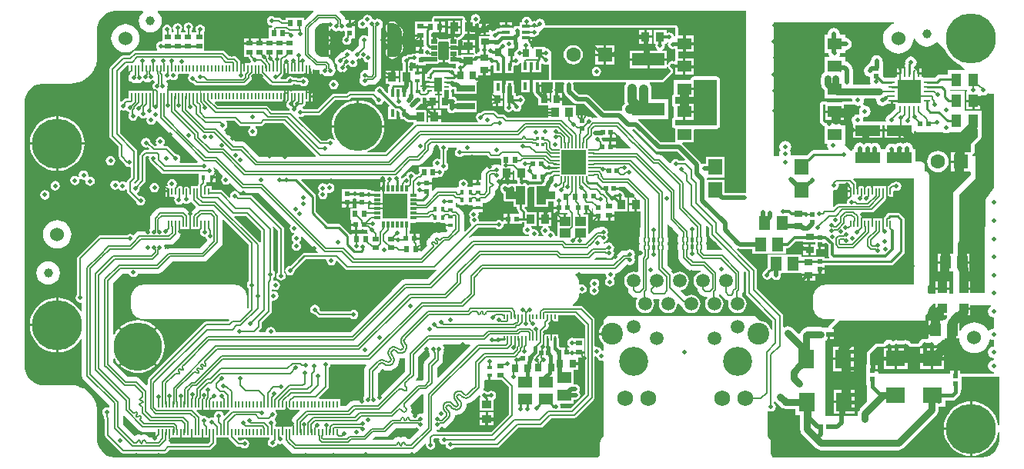
<source format=gtl>
G04*
G04 #@! TF.GenerationSoftware,Altium Limited,Altium Designer,20.0.13 (296)*
G04*
G04 Layer_Physical_Order=1*
G04 Layer_Color=255*
%FSLAX44Y44*%
%MOMM*%
G71*
G01*
G75*
%ADD10C,0.2000*%
%ADD16C,0.2032*%
%ADD18C,0.2540*%
%ADD20R,0.6200X0.6200*%
%ADD21R,0.9000X1.0000*%
%ADD22R,0.6200X0.6200*%
%ADD23R,0.5500X0.6500*%
%ADD24R,0.5500X0.4500*%
%ADD25R,0.4500X0.5500*%
%ADD26R,0.7000X0.9000*%
%ADD27R,0.5200X0.5200*%
%ADD28R,0.9000X0.7000*%
%ADD29R,0.6500X0.5500*%
%ADD30R,0.2500X0.7000*%
%ADD31R,0.7000X0.2500*%
%ADD32R,2.0000X0.8000*%
%ADD33R,0.5000X0.2800*%
%ADD34R,0.9000X1.6000*%
%ADD35R,2.7000X1.1500*%
%ADD36R,1.5200X1.7800*%
%ADD37R,1.3000X1.5000*%
%ADD38R,1.5000X1.3000*%
%ADD40R,1.0000X0.9000*%
%ADD42R,0.3600X0.3200*%
%ADD43R,1.0500X1.4000*%
%ADD44R,1.7780X2.1590*%
%ADD45R,0.1500X0.6500*%
%ADD46R,0.2200X0.5000*%
%ADD47R,0.5200X0.5200*%
%ADD48R,0.8500X0.3500*%
%ADD49R,3.5600X1.4000*%
G04:AMPARAMS|DCode=50|XSize=0.2mm|YSize=0.565mm|CornerRadius=0.05mm|HoleSize=0mm|Usage=FLASHONLY|Rotation=0.000|XOffset=0mm|YOffset=0mm|HoleType=Round|Shape=RoundedRectangle|*
%AMROUNDEDRECTD50*
21,1,0.2000,0.4650,0,0,0.0*
21,1,0.1000,0.5650,0,0,0.0*
1,1,0.1000,0.0500,-0.2325*
1,1,0.1000,-0.0500,-0.2325*
1,1,0.1000,-0.0500,0.2325*
1,1,0.1000,0.0500,0.2325*
%
%ADD50ROUNDEDRECTD50*%
G04:AMPARAMS|DCode=51|XSize=0.4mm|YSize=0.565mm|CornerRadius=0.05mm|HoleSize=0mm|Usage=FLASHONLY|Rotation=0.000|XOffset=0mm|YOffset=0mm|HoleType=Round|Shape=RoundedRectangle|*
%AMROUNDEDRECTD51*
21,1,0.4000,0.4650,0,0,0.0*
21,1,0.3000,0.5650,0,0,0.0*
1,1,0.1000,0.1500,-0.2325*
1,1,0.1000,-0.1500,-0.2325*
1,1,0.1000,-0.1500,0.2325*
1,1,0.1000,0.1500,0.2325*
%
%ADD51ROUNDEDRECTD51*%
%ADD52R,1.5500X1.2700*%
%ADD55R,1.1500X1.4500*%
%ADD56R,1.2000X1.0000*%
%ADD57R,1.0000X2.0000*%
%ADD58R,0.1800X0.7000*%
%ADD59R,2.1590X1.7780*%
%ADD60O,0.7000X0.2000*%
%ADD61O,0.2000X0.7000*%
%ADD62R,1.0000X1.0000*%
%ADD122C,0.5080*%
%ADD123C,0.1300*%
%ADD124C,0.1297*%
%ADD125R,2.6000X2.6000*%
%ADD126R,0.4000X0.9000*%
G04:AMPARAMS|DCode=127|XSize=1.2mm|YSize=2mm|CornerRadius=0.06mm|HoleSize=0mm|Usage=FLASHONLY|Rotation=180.000|XOffset=0mm|YOffset=0mm|HoleType=Round|Shape=RoundedRectangle|*
%AMROUNDEDRECTD127*
21,1,1.2000,1.8800,0,0,180.0*
21,1,1.0800,2.0000,0,0,180.0*
1,1,0.1200,-0.5400,0.9400*
1,1,0.1200,0.5400,0.9400*
1,1,0.1200,0.5400,-0.9400*
1,1,0.1200,-0.5400,-0.9400*
%
%ADD127ROUNDEDRECTD127*%
G04:AMPARAMS|DCode=128|XSize=0.6mm|YSize=0.5mm|CornerRadius=0.025mm|HoleSize=0mm|Usage=FLASHONLY|Rotation=180.000|XOffset=0mm|YOffset=0mm|HoleType=Round|Shape=RoundedRectangle|*
%AMROUNDEDRECTD128*
21,1,0.6000,0.4500,0,0,180.0*
21,1,0.5500,0.5000,0,0,180.0*
1,1,0.0500,-0.2750,0.2250*
1,1,0.0500,0.2750,0.2250*
1,1,0.0500,0.2750,-0.2250*
1,1,0.0500,-0.2750,-0.2250*
%
%ADD128ROUNDEDRECTD128*%
%ADD129R,2.7000X2.7000*%
%ADD130R,0.3000X0.8000*%
%ADD131R,0.8000X0.3000*%
%ADD132C,1.0000*%
%ADD133C,0.3810*%
%ADD134C,0.7620*%
%ADD135C,0.5080*%
%ADD136C,0.1386*%
%ADD137C,1.0000*%
%ADD138C,0.5000*%
%ADD139C,0.1524*%
%ADD140C,0.1270*%
%ADD141C,0.3000*%
%ADD142C,0.3048*%
%ADD143C,1.0160*%
%ADD144C,0.1778*%
%ADD145C,0.2235*%
%ADD146C,0.2056*%
%ADD147C,0.1800*%
%ADD148C,1.6000*%
%ADD149R,1.6000X1.6000*%
%ADD150O,1.0000X0.7000*%
G04:AMPARAMS|DCode=151|XSize=1.6mm|YSize=0.9mm|CornerRadius=0mm|HoleSize=0mm|Usage=FLASHONLY|Rotation=135.000|XOffset=0mm|YOffset=0mm|HoleType=Round|Shape=Round|*
%AMOVALD151*
21,1,0.7000,0.9000,0.0000,0.0000,135.0*
1,1,0.9000,0.2475,-0.2475*
1,1,0.9000,-0.2475,0.2475*
%
%ADD151OVALD151*%

G04:AMPARAMS|DCode=152|XSize=1.6mm|YSize=0.9mm|CornerRadius=0mm|HoleSize=0mm|Usage=FLASHONLY|Rotation=225.000|XOffset=0mm|YOffset=0mm|HoleType=Round|Shape=Round|*
%AMOVALD152*
21,1,0.7000,0.9000,0.0000,0.0000,225.0*
1,1,0.9000,0.2475,0.2475*
1,1,0.9000,-0.2475,-0.2475*
%
%ADD152OVALD152*%

%ADD153C,3.2000*%
%ADD154C,2.4000*%
%ADD155C,1.7500*%
%ADD156C,1.5000*%
%ADD157C,1.5240*%
%ADD158C,5.3000*%
%ADD159C,5.5000*%
%ADD160C,0.4064*%
G36*
X321906Y494845D02*
X312702Y485642D01*
X311529Y486128D01*
Y488260D01*
X290949D01*
Y485837D01*
X288094D01*
X286300Y487631D01*
X285208Y488360D01*
X283920Y488617D01*
X279610D01*
X279412Y488913D01*
X277732Y490035D01*
X275750Y490429D01*
X273768Y490035D01*
X272087Y488913D01*
X270965Y487232D01*
X270571Y485250D01*
X270965Y483268D01*
X272087Y481587D01*
X273768Y480465D01*
X275750Y480070D01*
X275853Y480091D01*
X276617Y478948D01*
X276223Y478359D01*
X276010Y477288D01*
X272906D01*
Y465790D01*
X263770D01*
Y460500D01*
X261230D01*
Y465790D01*
X252770D01*
Y460500D01*
X251500D01*
Y459230D01*
X245710D01*
Y455210D01*
Y445210D01*
X250264D01*
X250872Y444300D01*
X252406Y442766D01*
X252321Y442336D01*
X252715Y440354D01*
X252911Y440060D01*
X252313Y438940D01*
X246310D01*
Y433087D01*
X246272Y432900D01*
X244480D01*
Y438940D01*
X241117D01*
Y439750D01*
X240860Y441038D01*
X240131Y442131D01*
X236881Y445381D01*
X235788Y446110D01*
X234500Y446367D01*
X229212D01*
X224198Y451381D01*
X223106Y452110D01*
X221817Y452367D01*
X201790D01*
Y461710D01*
Y472290D01*
X201790Y472290D01*
X201790D01*
X201729Y473560D01*
X202035Y474018D01*
X202430Y476000D01*
X202035Y477982D01*
X200912Y479663D01*
X199232Y480785D01*
X197250Y481180D01*
X195268Y480785D01*
X193587Y479663D01*
X192465Y477982D01*
X192071Y476000D01*
X192465Y474018D01*
X192633Y473765D01*
Y472290D01*
X190210D01*
Y472290D01*
X189790D01*
Y472290D01*
X187617D01*
Y474140D01*
X187913Y474338D01*
X189035Y476018D01*
X189429Y478000D01*
X189035Y479982D01*
X187913Y481662D01*
X186232Y482785D01*
X184250Y483180D01*
X182268Y482785D01*
X180588Y481662D01*
X179465Y479982D01*
X179070Y478000D01*
X179465Y476018D01*
X180588Y474338D01*
X180883Y474140D01*
Y472290D01*
X178790D01*
Y472790D01*
X176367D01*
Y474267D01*
X177035Y475268D01*
X177430Y477250D01*
X177035Y479232D01*
X175912Y480912D01*
X174232Y482035D01*
X172250Y482430D01*
X170268Y482035D01*
X168587Y480912D01*
X167465Y479232D01*
X167071Y477250D01*
X167465Y475268D01*
X168272Y474060D01*
X167669Y472790D01*
X166293D01*
X165593Y474060D01*
X165930Y475750D01*
X165535Y477732D01*
X164412Y479412D01*
X162732Y480535D01*
X160750Y480929D01*
X158768Y480535D01*
X157087Y479412D01*
X155965Y477732D01*
X155570Y475750D01*
X155907Y474060D01*
X155710Y472790D01*
X155710D01*
X155710Y472790D01*
Y463335D01*
X154440Y462292D01*
X153750Y462430D01*
X151768Y462035D01*
X150087Y460913D01*
X148965Y459232D01*
X148570Y457250D01*
X148965Y455268D01*
X150055Y453637D01*
X149997Y453348D01*
X149629Y452367D01*
X126000D01*
X124712Y452110D01*
X123619Y451381D01*
X119106Y446867D01*
X112500D01*
X111212Y446610D01*
X110119Y445881D01*
X98119Y433881D01*
X97390Y432788D01*
X97133Y431500D01*
Y358500D01*
X97390Y357212D01*
X98119Y356119D01*
X107633Y346605D01*
Y335750D01*
X107890Y334462D01*
X108619Y333369D01*
X113967Y328022D01*
X114118Y327263D01*
X115241Y325583D01*
X116921Y324460D01*
X118903Y324066D01*
X119863Y324257D01*
X121133Y323215D01*
Y313144D01*
X117619Y309631D01*
X116890Y308538D01*
X116708Y307625D01*
X116311Y307355D01*
X115807Y307160D01*
X115363Y307112D01*
X113982Y308035D01*
X112000Y308430D01*
X110018Y308035D01*
X108338Y306912D01*
X108044D01*
X107389Y307894D01*
X105708Y309017D01*
X103726Y309411D01*
X101744Y309017D01*
X100064Y307894D01*
X98941Y306213D01*
X98547Y304231D01*
X98941Y302249D01*
X100064Y300569D01*
X101744Y299446D01*
X103726Y299052D01*
X105708Y299446D01*
X107389Y300569D01*
X107682D01*
X108337Y299587D01*
X110018Y298465D01*
X112000Y298071D01*
X113982Y298465D01*
X115363Y299388D01*
X116633Y298929D01*
Y297500D01*
X116890Y296212D01*
X117619Y295119D01*
X126591Y286147D01*
X126847Y284865D01*
X127969Y283184D01*
X129650Y282061D01*
X131632Y281667D01*
X133614Y282061D01*
X135294Y283184D01*
X136417Y284865D01*
X136811Y286847D01*
X136417Y288829D01*
X135294Y290509D01*
X133614Y291632D01*
X131632Y292026D01*
X130467Y291794D01*
X127898Y294363D01*
X128199Y295858D01*
X129370Y296641D01*
X130493Y298321D01*
X130887Y300303D01*
X130709Y301198D01*
X136381Y306869D01*
X137110Y307962D01*
X137367Y309250D01*
Y335106D01*
X138645Y336383D01*
X140314D01*
X141071Y335113D01*
X140759Y333546D01*
X141154Y331564D01*
X142276Y329883D01*
X143820Y328852D01*
X154892Y317780D01*
X155942Y317078D01*
X157181Y316832D01*
X195710D01*
Y307210D01*
X195710Y307210D01*
X195468Y306040D01*
X195119Y305518D01*
X194863Y304230D01*
Y303041D01*
X186939D01*
Y297636D01*
X186862Y297250D01*
X185597D01*
X185520Y297636D01*
Y303041D01*
X178939D01*
Y297636D01*
X178862Y297250D01*
X177597D01*
X177520Y297636D01*
Y303041D01*
X171998D01*
X171182Y304310D01*
X171469Y305754D01*
X171075Y307736D01*
X169952Y309416D01*
X168272Y310539D01*
X166290Y310933D01*
X164308Y310539D01*
X162627Y309416D01*
X161504Y307736D01*
X161110Y305754D01*
X161397Y304310D01*
X160582Y303041D01*
X158940D01*
Y298521D01*
X162229D01*
Y297250D01*
X162939D01*
Y291460D01*
X168676D01*
X169275Y290340D01*
X169018Y289957D01*
X168624Y287975D01*
X169018Y285993D01*
X170141Y284312D01*
X171822Y283189D01*
X173804Y282795D01*
X175786Y283189D01*
X177466Y284312D01*
X179034Y284372D01*
X180018Y283715D01*
X182000Y283321D01*
X183982Y283715D01*
X185662Y284837D01*
X186176Y285607D01*
X187704D01*
X187849Y285390D01*
X192107Y281131D01*
X192034Y279408D01*
X187148Y274522D01*
X186157Y274058D01*
X185414Y274548D01*
X182332Y277630D01*
X180436Y278896D01*
X178201Y279341D01*
X178201Y279341D01*
X153404D01*
X151169Y278896D01*
X149273Y277630D01*
X149273Y277630D01*
X143620Y271977D01*
X142354Y270081D01*
X141909Y267846D01*
X141909Y267845D01*
Y256496D01*
X140994Y255126D01*
X140689Y253592D01*
X130441D01*
X130441Y253592D01*
X128205Y253148D01*
X126309Y251881D01*
X123635Y249207D01*
X122484Y249976D01*
X120502Y250370D01*
X118520Y249976D01*
X116840Y248853D01*
X116643Y248560D01*
X86943D01*
X85654Y248303D01*
X84562Y247574D01*
X63119Y226131D01*
X62390Y225038D01*
X62133Y223750D01*
Y183860D01*
X61838Y183662D01*
X60715Y181982D01*
X60321Y180000D01*
X60715Y178018D01*
X61838Y176338D01*
X63518Y175215D01*
X65500Y174820D01*
X66143Y174948D01*
X67125Y174143D01*
Y165660D01*
X65855Y165302D01*
X64378Y167712D01*
X61307Y171307D01*
X57712Y174378D01*
X53680Y176849D01*
X49312Y178658D01*
X44714Y179762D01*
X41270Y180033D01*
Y150000D01*
Y119967D01*
X44714Y120238D01*
X49312Y121342D01*
X53680Y123151D01*
X57712Y125622D01*
X61307Y128693D01*
X64378Y132288D01*
X65855Y134698D01*
X67125Y134340D01*
Y94285D01*
X67125Y94284D01*
X67569Y92049D01*
X68836Y90153D01*
X97409Y61580D01*
Y59827D01*
X96139Y59103D01*
X94500Y59429D01*
X92518Y59035D01*
X90837Y57913D01*
X89715Y56232D01*
X89320Y54250D01*
X89715Y52268D01*
X90837Y50588D01*
X91133Y50390D01*
Y48873D01*
X91390Y47584D01*
X92119Y46492D01*
X92633Y45978D01*
Y28750D01*
X92890Y27462D01*
X93619Y26369D01*
X110312Y9677D01*
X111404Y8947D01*
X112692Y8691D01*
X158058D01*
X159346Y8947D01*
X160438Y9677D01*
X163395Y12633D01*
X207000D01*
X208288Y12890D01*
X209381Y13619D01*
X214131Y18369D01*
X214860Y19462D01*
X215117Y20750D01*
Y26060D01*
X228521D01*
X228640Y25462D01*
X229369Y24369D01*
X236869Y16869D01*
X237962Y16140D01*
X239250Y15883D01*
X242140D01*
X242337Y15588D01*
X244018Y14465D01*
X246000Y14071D01*
X247982Y14465D01*
X249662Y15588D01*
X250785Y17268D01*
X251180Y19250D01*
X250785Y21232D01*
X249662Y22912D01*
X247982Y24035D01*
X246000Y24430D01*
X244018Y24035D01*
X242337Y22912D01*
X242140Y22617D01*
X240644D01*
X238375Y24887D01*
X238861Y26060D01*
X273267D01*
X273652Y24790D01*
X273088Y24413D01*
X271965Y22732D01*
X271570Y20750D01*
X271965Y18768D01*
X273088Y17088D01*
X274768Y15965D01*
X276750Y15570D01*
X278732Y15965D01*
X280413Y17088D01*
X281535Y18768D01*
X281609Y19136D01*
X282782Y19622D01*
X283018Y19465D01*
X285000Y19071D01*
X286982Y19465D01*
X287008Y19482D01*
X287997Y19285D01*
X290658Y16624D01*
X296141Y11141D01*
X296141Y11141D01*
X297092Y10191D01*
X298987Y8925D01*
X301222Y8480D01*
X301222Y8480D01*
X430661D01*
X432896Y8925D01*
X434790Y10191D01*
X444380Y19780D01*
X445550Y19154D01*
X445321Y18000D01*
X445715Y16018D01*
X446838Y14338D01*
X448518Y13215D01*
X450500Y12821D01*
X452482Y13215D01*
X454162Y14338D01*
X455285Y16018D01*
X455680Y18000D01*
X455285Y19982D01*
X454162Y21662D01*
X453867Y21860D01*
Y24855D01*
X454645Y25633D01*
X459200D01*
X460242Y24363D01*
X460070Y23500D01*
X460465Y21518D01*
X461587Y19837D01*
X463268Y18715D01*
X465250Y18320D01*
X466077Y18485D01*
X467321Y18250D01*
X467715Y16268D01*
X468838Y14588D01*
X470518Y13465D01*
X472500Y13070D01*
X474482Y13465D01*
X476162Y14588D01*
X476447Y15013D01*
X523750D01*
X524989Y15259D01*
X526039Y15961D01*
X547487Y37409D01*
X571646D01*
X572885Y37655D01*
X573935Y38357D01*
X583341Y47763D01*
X608500D01*
X609739Y48009D01*
X610789Y48711D01*
X630172Y68094D01*
X630874Y69144D01*
X631120Y70383D01*
Y115028D01*
X632184Y115793D01*
X633439Y115405D01*
X633715Y114018D01*
X634837Y112338D01*
X636518Y111215D01*
X638500Y110821D01*
X639433Y111006D01*
X640704Y109964D01*
Y27729D01*
X639971Y26996D01*
X639758Y26678D01*
X639487Y26407D01*
X638521Y24961D01*
X638375Y24608D01*
X638162Y24290D01*
X637497Y22683D01*
X637422Y22308D01*
X637276Y21954D01*
X636936Y20248D01*
Y19960D01*
X636866Y19681D01*
X636824Y18811D01*
X636838Y18716D01*
X636819Y18621D01*
Y8381D01*
X636627Y7417D01*
X636251Y6510D01*
X635705Y5692D01*
X635011Y4998D01*
X634194Y4452D01*
X633286Y4076D01*
X632323Y3884D01*
X631831D01*
X104950Y3884D01*
X102920Y3884D01*
X98841Y4696D01*
X94998Y6288D01*
X91540Y8598D01*
X88599Y11539D01*
X86288Y14998D01*
X84696Y18841D01*
X83885Y22920D01*
Y25000D01*
Y55000D01*
X83866Y55095D01*
X83880Y55191D01*
X83759Y57641D01*
X83689Y57920D01*
Y58208D01*
X82733Y63015D01*
X82587Y63368D01*
X82512Y63744D01*
X80637Y68271D01*
X80424Y68590D01*
X80278Y68943D01*
X77555Y73018D01*
X77285Y73288D01*
X77072Y73607D01*
X73607Y77072D01*
X73289Y77284D01*
X73018Y77555D01*
X68943Y80278D01*
X68590Y80424D01*
X68271Y80637D01*
X63744Y82512D01*
X63369Y82587D01*
X63015Y82733D01*
X58208Y83689D01*
X57920D01*
X57641Y83759D01*
X55191Y83880D01*
X55095Y83866D01*
X55000Y83884D01*
X22920D01*
X18841Y84696D01*
X14998Y86288D01*
X11540Y88598D01*
X8599Y91539D01*
X6288Y94998D01*
X4696Y98841D01*
X3885Y102920D01*
Y105000D01*
Y395000D01*
Y397080D01*
X4696Y401159D01*
X6288Y405002D01*
X8599Y408460D01*
X11540Y411401D01*
X14998Y413712D01*
X18841Y415304D01*
X22920Y416115D01*
X55000D01*
X55095Y416134D01*
X55191Y416120D01*
X57641Y416241D01*
X57920Y416310D01*
X58208D01*
X63015Y417267D01*
X63368Y417413D01*
X63744Y417488D01*
X68271Y419363D01*
X68590Y419576D01*
X68943Y419722D01*
X73018Y422445D01*
X73288Y422715D01*
X73607Y422928D01*
X77072Y426393D01*
X77285Y426711D01*
X77555Y426982D01*
X80278Y431057D01*
X80424Y431410D01*
X80637Y431729D01*
X82512Y436256D01*
X82587Y436632D01*
X82733Y436985D01*
X83689Y441792D01*
Y442080D01*
X83759Y442359D01*
X83880Y444809D01*
X83866Y444905D01*
X83885Y445000D01*
Y475000D01*
Y477080D01*
X84696Y481159D01*
X86288Y485002D01*
X88599Y488460D01*
X91540Y491401D01*
X94998Y493712D01*
X98841Y495304D01*
X102920Y496115D01*
X134095D01*
X134526Y494845D01*
X133467Y494033D01*
X131437Y491387D01*
X130161Y488306D01*
X129726Y485000D01*
X130161Y481694D01*
X131437Y478613D01*
X133467Y475967D01*
X136113Y473937D01*
X139194Y472661D01*
X142500Y472226D01*
X145806Y472661D01*
X148887Y473937D01*
X151533Y475967D01*
X153563Y478613D01*
X154839Y481694D01*
X155274Y485000D01*
X154839Y488306D01*
X153563Y491387D01*
X151533Y494033D01*
X150474Y494845D01*
X150905Y496115D01*
X321451D01*
X321906Y494845D01*
D02*
G37*
G36*
X720000Y477500D02*
Y468890D01*
X719210D01*
Y468329D01*
X717940Y468204D01*
X717785Y468982D01*
X716663Y470662D01*
X714982Y471785D01*
X713000Y472179D01*
X711310Y471843D01*
X710267Y472418D01*
X710040Y472609D01*
Y475040D01*
X695960D01*
Y459960D01*
X697035D01*
X698076Y458690D01*
X697884Y457726D01*
X698278Y455744D01*
X699401Y454064D01*
X700529Y453310D01*
X700144Y452040D01*
X691270D01*
Y443770D01*
X710340D01*
Y452040D01*
X705983D01*
X705598Y453310D01*
X706726Y454064D01*
X707849Y455744D01*
X708243Y457726D01*
X708051Y458690D01*
X709092Y459960D01*
X710040D01*
Y460419D01*
X711310Y461349D01*
X711590Y461260D01*
X711835Y460757D01*
X711545Y459302D01*
X711940Y457320D01*
X713063Y455639D01*
X714743Y454517D01*
X716725Y454123D01*
X717940Y454364D01*
X719210Y453442D01*
Y451110D01*
X720000D01*
Y443890D01*
X719210D01*
Y441370D01*
X717940Y440527D01*
X716556Y440802D01*
X714574Y440408D01*
X712894Y439285D01*
X711771Y437605D01*
X711610Y436795D01*
X710340Y436920D01*
Y441230D01*
X691270D01*
Y432960D01*
X710340D01*
Y434325D01*
X711610Y434450D01*
X711771Y433640D01*
X712894Y431960D01*
X714255Y431051D01*
X714630Y429630D01*
X705000Y420000D01*
X583441D01*
Y451559D01*
X580000Y455000D01*
X578256D01*
X577281Y455194D01*
X577060Y455150D01*
X575790Y456067D01*
Y456647D01*
X567896D01*
X567520Y456721D01*
X567422D01*
X567047Y456647D01*
X563710D01*
Y455000D01*
X561790D01*
Y456647D01*
X561626D01*
X560821Y457629D01*
X560841Y457730D01*
X560447Y459713D01*
X559794Y460690D01*
X560472Y461960D01*
X562245D01*
Y464980D01*
X555455D01*
Y467520D01*
X563205D01*
X563515Y467739D01*
X564776Y467489D01*
X566758Y467883D01*
X568439Y469006D01*
X569562Y470686D01*
X569922Y472500D01*
X570000D01*
X575000Y477500D01*
X590000D01*
X720000Y477500D01*
D02*
G37*
G36*
X486133Y486861D02*
X486213Y486458D01*
X485460Y485540D01*
X485460D01*
Y470460D01*
X482510Y467510D01*
X481211Y467251D01*
X479983Y466431D01*
X479187Y466962D01*
X478098Y467179D01*
X476618D01*
Y462084D01*
X474078D01*
Y467179D01*
X472598D01*
X471510Y466962D01*
X470587Y466346D01*
X469970Y465423D01*
X469873Y464936D01*
X459823D01*
X459726Y465423D01*
X459110Y466346D01*
X458187Y466962D01*
X457098Y467179D01*
X455618D01*
Y462084D01*
X453078D01*
Y467179D01*
X451598D01*
X450885Y467765D01*
Y470885D01*
X452710Y472710D01*
X459480D01*
Y478500D01*
Y484290D01*
X455000D01*
Y487500D01*
X485609D01*
X486133Y486861D01*
D02*
G37*
G36*
X466118Y439733D02*
X469873D01*
X469970Y439246D01*
X470587Y438323D01*
X471510Y437706D01*
X472598Y437490D01*
X477972D01*
X478262Y437180D01*
X478717Y436318D01*
X478353Y435773D01*
X477958Y433791D01*
X478103Y433063D01*
X476956Y432320D01*
X475792Y433098D01*
X473810Y433493D01*
X472941Y433320D01*
X472538Y433589D01*
X471052Y433885D01*
X454000D01*
X452513Y433589D01*
X451253Y432747D01*
X447482Y428976D01*
X446640Y427716D01*
X446436Y426690D01*
X444460D01*
Y418810D01*
Y418810D01*
X449500D01*
Y416480D01*
X444460D01*
Y414020D01*
X449500D01*
Y411690D01*
X444460D01*
Y407471D01*
X444165Y407177D01*
X442040D01*
Y412040D01*
X439367D01*
Y413971D01*
X441430D01*
Y422971D01*
Y426491D01*
X436140D01*
Y427761D01*
X434870D01*
Y432551D01*
X430850D01*
Y430540D01*
X427702D01*
Y438195D01*
X428603Y439543D01*
X429924Y439676D01*
X430363Y439383D01*
X432345Y438989D01*
X433226Y439164D01*
X434208Y438359D01*
Y436444D01*
X445488D01*
Y437446D01*
X454348D01*
X454570Y437490D01*
X457098D01*
X458187Y437706D01*
X459110Y438323D01*
X459726Y439246D01*
X459823Y439733D01*
X463578D01*
Y452334D01*
X466118D01*
Y439733D01*
D02*
G37*
G36*
X797767Y494845D02*
X797607Y494607D01*
X797410Y493615D01*
Y296295D01*
X796429Y295490D01*
X796138Y295547D01*
X795932Y295506D01*
X773691D01*
X773520Y295677D01*
Y309990D01*
X754507D01*
Y310672D01*
X754337Y311528D01*
X755143Y312510D01*
X773520D01*
Y335390D01*
X753240D01*
Y327692D01*
X751361D01*
X749379Y327298D01*
X748116Y327982D01*
X747950Y328818D01*
X746827Y330498D01*
X727485Y349840D01*
X727568Y350396D01*
X727937Y351110D01*
X739790D01*
Y365175D01*
X741060Y366115D01*
X765000D01*
X766487Y366411D01*
X767747Y367253D01*
X768589Y368513D01*
X768885Y370000D01*
Y420000D01*
X768589Y421487D01*
X767747Y422747D01*
X766487Y423589D01*
X765000Y423885D01*
X740176D01*
X740064Y423862D01*
X739952Y423878D01*
X739325Y423715D01*
X738690Y423589D01*
X738595Y423526D01*
X738485Y423497D01*
X737968Y423107D01*
X737429Y422747D01*
X737366Y422652D01*
X737275Y422584D01*
X736947Y422025D01*
X736587Y421487D01*
X736565Y421375D01*
X736507Y421277D01*
X736121Y420167D01*
X736120Y420160D01*
X717940D01*
Y404316D01*
X717253Y403857D01*
X716411Y402597D01*
X716115Y401110D01*
Y393890D01*
X716411Y392403D01*
X717253Y391143D01*
X717940Y390684D01*
Y379316D01*
X717253Y378857D01*
X716411Y377597D01*
X716115Y376110D01*
Y370160D01*
X716411Y368673D01*
X717253Y367413D01*
X718513Y366571D01*
X719210Y366432D01*
Y351491D01*
X703584D01*
X680163Y374912D01*
X678804Y375820D01*
X679190Y377090D01*
X711610D01*
Y398710D01*
X693616D01*
Y410195D01*
X693313Y412495D01*
X692426Y414638D01*
X691273Y416140D01*
X691747Y417410D01*
X705000D01*
X705991Y417607D01*
X706831Y418169D01*
X716461Y427799D01*
X716647Y428077D01*
X716868Y428327D01*
X716925Y428493D01*
X717022Y428639D01*
X717088Y428966D01*
X717196Y429282D01*
X717185Y429458D01*
X717220Y429630D01*
X717154Y429958D01*
X717134Y430291D01*
X716759Y431712D01*
X716572Y432095D01*
X716408Y432490D01*
X716351Y432547D01*
X716315Y432620D01*
X715995Y432902D01*
X715694Y433204D01*
X714761Y433827D01*
X714211Y434651D01*
X714150Y434956D01*
X714004Y435307D01*
X713909Y435622D01*
X714004Y435938D01*
X714150Y436289D01*
X714211Y436594D01*
X714761Y437418D01*
X715585Y437968D01*
X716556Y438162D01*
X717435Y437987D01*
X717933D01*
X718438Y437985D01*
X718487Y437929D01*
X719210Y436929D01*
Y436270D01*
X728230D01*
Y443890D01*
X722590D01*
Y451110D01*
X728230D01*
Y460000D01*
Y468890D01*
X722590D01*
Y477500D01*
X722393Y478491D01*
X721831Y479331D01*
X720991Y479893D01*
X720000Y480090D01*
X590000Y480090D01*
X577023D01*
X575980Y481360D01*
X576131Y482117D01*
X575737Y484099D01*
X574614Y485779D01*
X572933Y486902D01*
X570951Y487296D01*
X568969Y486902D01*
X567289Y485779D01*
X566457Y484534D01*
X564642Y484895D01*
X562660Y484501D01*
X562650Y484495D01*
X561344Y485149D01*
X561070Y486529D01*
X559947Y488209D01*
X558267Y489332D01*
X556285Y489726D01*
X554302Y489332D01*
X552622Y488209D01*
X551499Y486529D01*
X551105Y484547D01*
X551110Y484522D01*
X550304Y483540D01*
X548665D01*
Y480071D01*
X547395Y479303D01*
X545851Y479610D01*
X543869Y479216D01*
X542188Y478093D01*
X541515Y477085D01*
X540245Y477470D01*
Y477980D01*
X533455D01*
X526665D01*
Y476635D01*
X524839D01*
X523352Y476339D01*
X522092Y475497D01*
X520700Y474105D01*
X519110Y473789D01*
X518615Y473458D01*
X517495Y474057D01*
Y474695D01*
X511725D01*
Y469925D01*
X515158D01*
X515913Y469004D01*
X515917Y468986D01*
X515111Y468004D01*
X503415D01*
Y455924D01*
X503721D01*
X504555Y454654D01*
X504275Y453250D01*
X504512Y452060D01*
X503578Y450790D01*
X502415D01*
Y449892D01*
X501145Y449159D01*
X500590Y449269D01*
X499647Y450377D01*
Y455746D01*
X493377D01*
Y449976D01*
X498091D01*
X498248Y448755D01*
X497378Y448056D01*
X484567D01*
Y447876D01*
X483297Y446874D01*
X482500Y447032D01*
X480943D01*
Y451334D01*
X480744Y452334D01*
X480943Y453334D01*
Y454314D01*
X475348D01*
Y456854D01*
X480943D01*
Y457834D01*
X480744Y458834D01*
X480943Y459834D01*
Y464079D01*
X481422Y464277D01*
X482222Y464812D01*
X483015Y464970D01*
X483251Y465067D01*
X483501Y465117D01*
X483713Y465259D01*
X483949Y465356D01*
X484129Y465537D01*
X484341Y465678D01*
X487291Y468629D01*
X487853Y469469D01*
X488050Y470460D01*
X491230D01*
Y478000D01*
Y485540D01*
X489933D01*
X489913Y485545D01*
X489566Y485667D01*
X488791Y486712D01*
X488754Y486835D01*
Y486963D01*
X488673Y487367D01*
X488624Y487485D01*
X488611Y487613D01*
X488432Y487949D01*
X488287Y488300D01*
X488196Y488391D01*
X488135Y488504D01*
X487611Y489143D01*
X487512Y489224D01*
X487440Y489331D01*
X487124Y489543D01*
X486830Y489784D01*
X486707Y489821D01*
X486600Y489893D01*
X486227Y489967D01*
X485863Y490077D01*
X485735Y490065D01*
X485609Y490090D01*
X455000D01*
X454009Y489893D01*
X453169Y489331D01*
X452607Y488491D01*
X452410Y487500D01*
Y484290D01*
X445460D01*
Y484290D01*
X445290Y484290D01*
Y484290D01*
X433710D01*
Y473710D01*
Y470270D01*
X439500D01*
Y469000D01*
X440770D01*
Y463710D01*
X443115D01*
Y458750D01*
X443266Y457994D01*
X442360Y456724D01*
X441118D01*
Y451084D01*
X439848D01*
Y449814D01*
X434008D01*
X433226Y449173D01*
X432345Y449348D01*
X430363Y448954D01*
X429015Y448053D01*
X426575D01*
X425089Y447757D01*
X423829Y446915D01*
X423568Y446655D01*
X421835Y446310D01*
X420155Y445187D01*
X419032Y443507D01*
X418638Y441525D01*
X419032Y439543D01*
X419933Y438195D01*
Y430540D01*
X417210D01*
Y417087D01*
X415290D01*
Y421730D01*
X408250D01*
X401210D01*
Y415460D01*
X404753D01*
X405432Y414190D01*
X405065Y413641D01*
X404846Y412540D01*
X403960D01*
Y405693D01*
X402787Y405207D01*
X399602Y408392D01*
X399285Y409982D01*
X398162Y411662D01*
X396482Y412785D01*
X394500Y413180D01*
X392518Y412785D01*
X390838Y411662D01*
X389715Y409982D01*
X389423Y408515D01*
X388352Y407633D01*
X388116Y407544D01*
X387750Y407617D01*
X362000D01*
X362000Y407617D01*
X360712Y407360D01*
X359619Y406631D01*
X357798Y404809D01*
X344192D01*
X342904Y404553D01*
X341812Y403823D01*
X325874Y387886D01*
X311320D01*
X311123Y388181D01*
X309466Y389288D01*
X309446Y389402D01*
X309495Y390589D01*
X310110Y390711D01*
X311202Y391441D01*
X312131Y392369D01*
X312860Y393462D01*
X313117Y394750D01*
Y396060D01*
X316480D01*
Y402100D01*
Y408140D01*
X315020D01*
Y402100D01*
X313190D01*
Y408140D01*
X294310D01*
Y402100D01*
X292480D01*
Y408140D01*
X291020D01*
Y402100D01*
Y396060D01*
X291147D01*
X292048Y394790D01*
X291798Y393530D01*
X292192Y391548D01*
X293315Y389867D01*
X294995Y388745D01*
X295495Y388645D01*
X295309Y387712D01*
X295393Y387287D01*
X294588Y386305D01*
X276120D01*
X271886Y390539D01*
X270836Y391241D01*
X269597Y391487D01*
X216841D01*
X213441Y394887D01*
X213927Y396060D01*
X289191D01*
Y402100D01*
Y408140D01*
X198309D01*
Y402100D01*
X197190D01*
Y408140D01*
X161293D01*
X160634Y409410D01*
X161539Y410764D01*
X161984Y413000D01*
Y413967D01*
X161539Y416203D01*
X160299Y418058D01*
Y419503D01*
X160648Y419790D01*
X162631Y420184D01*
X164055Y421136D01*
X164088Y421087D01*
X165768Y419965D01*
X167750Y419571D01*
X169732Y419965D01*
X171413Y421087D01*
X172535Y422768D01*
X172929Y424750D01*
X172762Y425590D01*
X173805Y426860D01*
X184844D01*
X185205Y425984D01*
X185289Y425590D01*
X184215Y423982D01*
X183820Y422000D01*
X184215Y420018D01*
X185338Y418338D01*
X187018Y417215D01*
X189000Y416820D01*
X189140Y416848D01*
X191288Y414700D01*
X192381Y413971D01*
X193669Y413714D01*
X245412D01*
X246701Y413971D01*
X247793Y414700D01*
X253115Y420022D01*
X253845Y421115D01*
X254101Y422403D01*
Y424055D01*
X256055Y426010D01*
X256623Y426860D01*
X257190D01*
Y432900D01*
X259020D01*
Y426860D01*
X260480D01*
Y432900D01*
X262309D01*
Y426860D01*
X263087D01*
X263507Y426231D01*
X274488Y415251D01*
X275580Y414521D01*
X276869Y414265D01*
X294213D01*
X294288Y414215D01*
X296270Y413820D01*
X298252Y414215D01*
X299933Y415337D01*
X300053Y415517D01*
X301309Y415598D01*
X302401Y414869D01*
X303690Y414612D01*
X307190D01*
X307388Y414316D01*
X309068Y413194D01*
X311051Y412799D01*
X313033Y413194D01*
X314713Y414316D01*
X315836Y415997D01*
X316230Y417979D01*
X315836Y419961D01*
X314713Y421642D01*
X313033Y422764D01*
X311051Y423158D01*
X309068Y422764D01*
X307388Y421642D01*
X307190Y421346D01*
X305084D01*
X305049Y421381D01*
X303957Y422110D01*
X302669Y422367D01*
X300130D01*
X299933Y422663D01*
X298252Y423785D01*
X296270Y424179D01*
X294288Y423785D01*
X292608Y422663D01*
X291496Y420998D01*
X286059D01*
X285228Y422268D01*
X285323Y422744D01*
X288039Y425461D01*
X288741Y426511D01*
X288810Y426860D01*
X289191D01*
Y432900D01*
X291020D01*
Y426860D01*
X292480D01*
Y432900D01*
X294310D01*
Y426860D01*
X313190D01*
Y432900D01*
X315020D01*
Y426860D01*
X316480D01*
Y432900D01*
X319020D01*
Y426860D01*
X321190D01*
Y430927D01*
X322310Y431526D01*
X322570Y431353D01*
X324806Y430908D01*
X324806Y430908D01*
X328266D01*
Y430000D01*
X328711Y427764D01*
X329978Y425869D01*
X331873Y424603D01*
X334109Y424158D01*
X336344Y424603D01*
X337093Y425103D01*
X337842Y424603D01*
X340078Y424158D01*
X342313Y424603D01*
X344209Y425869D01*
X345475Y427764D01*
X345920Y430000D01*
Y430967D01*
X345475Y433203D01*
X344235Y435058D01*
Y436784D01*
X344236Y436784D01*
X343791Y439019D01*
X342524Y440915D01*
X342524Y440915D01*
X340720Y442720D01*
X340719Y442720D01*
X339958Y443481D01*
X339066Y444077D01*
X338940Y444365D01*
X338886Y445724D01*
X339671Y446747D01*
X340380Y448459D01*
X340622Y450297D01*
X340380Y452135D01*
X339671Y453848D01*
X338747Y455052D01*
Y446022D01*
X338745Y445970D01*
X338741Y445918D01*
X338734Y445866D01*
X338725Y445814D01*
X338713Y445763D01*
X338698Y445713D01*
X338680Y445664D01*
X338660Y445615D01*
X338638Y445568D01*
X338613Y445522D01*
X338585Y445477D01*
X338556Y445434D01*
X338524Y445393D01*
X338490Y445353D01*
X338454Y445315D01*
X338416Y445279D01*
X338376Y445245D01*
X338334Y445213D01*
X338291Y445183D01*
X338247Y445156D01*
X338201Y445131D01*
X338153Y445108D01*
X338105Y445088D01*
X338056Y445071D01*
X338005Y445056D01*
X337954Y445044D01*
X337903Y445034D01*
X337851Y445028D01*
X337799Y445023D01*
X337747Y445022D01*
X333247D01*
X332723Y445036D01*
X332201Y445077D01*
X331682Y445145D01*
X331167Y445241D01*
X330658Y445363D01*
X330157Y445511D01*
X329663Y445686D01*
X329179Y445886D01*
X328707Y446112D01*
X328247Y446362D01*
X327800Y446635D01*
X327369Y446932D01*
X326953Y447251D01*
X326555Y447590D01*
X326176Y447951D01*
X325815Y448331D01*
X325475Y448729D01*
X325157Y449144D01*
X324860Y449576D01*
X324586Y450022D01*
X324337Y450482D01*
X324111Y450955D01*
X323911Y451438D01*
X323736Y451932D01*
X323587Y452434D01*
X323465Y452943D01*
X323370Y453458D01*
X323301Y453977D01*
X323260Y454499D01*
X323247Y455022D01*
Y472522D01*
X323260Y473045D01*
X323301Y473567D01*
X323370Y474086D01*
X323465Y474601D01*
X323587Y475110D01*
X323736Y475612D01*
X323911Y476106D01*
X324111Y476589D01*
X324337Y477062D01*
X324586Y477522D01*
X324860Y477968D01*
X325157Y478400D01*
X325475Y478815D01*
X325815Y479213D01*
X326176Y479593D01*
X326555Y479953D01*
X326953Y480294D01*
X327369Y480612D01*
X327800Y480909D01*
X328247Y481182D01*
X328707Y481432D01*
X329179Y481657D01*
X329663Y481858D01*
X330157Y482033D01*
X330658Y482181D01*
X331167Y482304D01*
X331682Y482399D01*
X332201Y482467D01*
X332723Y482508D01*
X333247Y482522D01*
X337747D01*
X337799Y482521D01*
X337851Y482517D01*
X337903Y482510D01*
X337954Y482500D01*
X338005Y482488D01*
X338056Y482473D01*
X338105Y482456D01*
X338153Y482435D01*
X338201Y482413D01*
X338247Y482388D01*
X338291Y482361D01*
X338334Y482331D01*
X338376Y482299D01*
X338416Y482265D01*
X338454Y482229D01*
X338490Y482191D01*
X338524Y482151D01*
X338556Y482110D01*
X338585Y482067D01*
X338613Y482022D01*
X338638Y481976D01*
X338660Y481929D01*
X338680Y481880D01*
X338698Y481831D01*
X338713Y481781D01*
X338725Y481730D01*
X338734Y481678D01*
X338741Y481627D01*
X338745Y481574D01*
X338747Y481522D01*
Y472492D01*
X339671Y473697D01*
X340380Y475409D01*
X340495Y476280D01*
X341816Y476588D01*
X342631Y475369D01*
X344526Y474103D01*
X346762Y473658D01*
X348998Y474103D01*
X349747Y474603D01*
X350495Y474103D01*
X352731Y473658D01*
X354840Y474077D01*
X355070Y474033D01*
X356110Y473339D01*
Y468430D01*
X354588Y467412D01*
X353465Y465732D01*
X353070Y463750D01*
X353465Y461768D01*
X354588Y460088D01*
X356268Y458965D01*
X358250Y458571D01*
X360232Y458965D01*
X361912Y460088D01*
X363035Y461768D01*
X363429Y463750D01*
X363236Y464722D01*
X363978Y465860D01*
X367390D01*
Y474860D01*
Y479230D01*
X361750D01*
Y480500D01*
X360480D01*
Y486140D01*
X356881D01*
X356444Y488335D01*
X355178Y490230D01*
X355178Y490230D01*
X350562Y494845D01*
X351018Y496115D01*
X797088D01*
X797767Y494845D01*
D02*
G37*
G36*
X550210Y438354D02*
Y428211D01*
X559980D01*
Y435251D01*
X562520D01*
Y428211D01*
X572290D01*
Y437782D01*
X573309Y438153D01*
X573560Y438201D01*
X575199Y437107D01*
X577181Y436712D01*
X579163Y437107D01*
X579581Y437386D01*
X580851Y436707D01*
Y420090D01*
X575681D01*
X574674Y420290D01*
X573667Y420090D01*
X572290D01*
Y420291D01*
X563210D01*
Y406211D01*
X563501D01*
X563658Y405420D01*
X564641Y403950D01*
X569210Y399381D01*
Y391710D01*
X580099D01*
Y385649D01*
X587139D01*
Y383109D01*
X580099D01*
Y378867D01*
X534394D01*
X532131Y381131D01*
X531038Y381860D01*
X529750Y382117D01*
X525145D01*
X522381Y384881D01*
X521288Y385610D01*
X520000Y385867D01*
X509500D01*
X508212Y385610D01*
X507119Y384881D01*
X506099Y383860D01*
X505750Y383929D01*
X503768Y383535D01*
X502088Y382412D01*
X500965Y380732D01*
X500570Y378750D01*
X500965Y376768D01*
X502088Y375088D01*
X502762Y374637D01*
X502377Y373367D01*
X462040D01*
Y378480D01*
X455000D01*
X447960D01*
Y373367D01*
X446040D01*
Y387290D01*
X434922D01*
X434687Y387641D01*
X434453Y388560D01*
X439353Y393460D01*
X442040D01*
Y400443D01*
X445560D01*
X446460Y399705D01*
Y397270D01*
X452500D01*
Y396000D01*
D01*
Y397270D01*
X458540D01*
Y403040D01*
X456203D01*
X455273Y404220D01*
X455447Y404710D01*
X457730D01*
Y415250D01*
X460270D01*
Y404710D01*
X463321D01*
Y403250D01*
X462082Y403040D01*
X460460D01*
Y388960D01*
X467471D01*
X468674Y388504D01*
X469068Y386522D01*
X470191Y384842D01*
X471872Y383719D01*
X473854Y383325D01*
X475836Y383719D01*
X476945Y384460D01*
X501540D01*
Y397540D01*
X479473D01*
X479285Y398482D01*
X478162Y400163D01*
X476482Y401285D01*
X474500Y401679D01*
X473680Y402353D01*
Y403250D01*
X473680Y403250D01*
Y406207D01*
X473540Y406908D01*
Y409140D01*
X474522Y409945D01*
X474945Y409861D01*
X476460D01*
Y404460D01*
X501540D01*
Y417540D01*
X502636Y417960D01*
X503089D01*
Y424710D01*
X508185D01*
Y430750D01*
X509455D01*
Y432020D01*
X516495D01*
Y435620D01*
X517477Y436425D01*
X518000Y436321D01*
X518979Y436516D01*
X519961Y435710D01*
Y427460D01*
X529731D01*
Y434501D01*
X532271D01*
Y427460D01*
X542041D01*
Y435275D01*
X543311Y436228D01*
X544460Y435999D01*
X546442Y436393D01*
X548123Y437516D01*
X548940Y438740D01*
X550210Y438354D01*
D02*
G37*
G36*
X960594Y482230D02*
X958536Y481606D01*
X955616Y480045D01*
X953056Y477944D01*
X950955Y475384D01*
X949394Y472464D01*
X948433Y469295D01*
X948109Y466000D01*
X948433Y462705D01*
X949394Y459536D01*
X950955Y456616D01*
X953056Y454056D01*
X955616Y451955D01*
X958536Y450395D01*
X961705Y449433D01*
X965000Y449109D01*
X968295Y449433D01*
X971464Y450395D01*
X974384Y451955D01*
X976944Y454056D01*
X979045Y456616D01*
X980606Y459536D01*
X981567Y462705D01*
X981853Y465606D01*
X983148Y465798D01*
X984022Y463687D01*
X986256Y460776D01*
X989167Y458542D01*
X992557Y457138D01*
X996195Y456659D01*
X999832Y457138D01*
X1003222Y458542D01*
X1006133Y460776D01*
X1006889Y461761D01*
X1008156Y461844D01*
X1016138Y453862D01*
X1017016Y451742D01*
X1019591Y447539D01*
X1022792Y443792D01*
X1026540Y440591D01*
X1030742Y438016D01*
X1032862Y437138D01*
X1038175Y431825D01*
X1037394Y430810D01*
X1019440D01*
Y426180D01*
X1011000D01*
X1009018Y425785D01*
X1007337Y424663D01*
X1005355Y422679D01*
X996500D01*
X995899Y422560D01*
X992540D01*
Y423040D01*
X990790D01*
Y425730D01*
X987000D01*
Y427000D01*
X985730D01*
Y433040D01*
X982591D01*
X982412Y434310D01*
X983328Y434922D01*
X984732Y437022D01*
X985224Y439500D01*
X984732Y441978D01*
X983328Y444078D01*
X981228Y445482D01*
X978750Y445974D01*
X976272Y445482D01*
X974172Y444078D01*
X972768Y441978D01*
X972367Y439960D01*
X972215Y439732D01*
X971821Y437750D01*
Y433040D01*
X968270D01*
Y427000D01*
X967000D01*
Y425730D01*
X963210D01*
Y423040D01*
X961460D01*
Y422560D01*
X958101D01*
X957500Y422679D01*
X949645D01*
X947910Y424415D01*
Y439910D01*
X947910D01*
X947567Y441038D01*
X947123Y443268D01*
X945719Y445369D01*
X943619Y446772D01*
X941141Y447265D01*
X938664Y446772D01*
X936563Y445369D01*
X935160Y443268D01*
X934695Y440930D01*
X934090Y439910D01*
X934090Y439910D01*
X934090Y439910D01*
Y438469D01*
X933460Y438344D01*
X931372Y436949D01*
X929161Y434738D01*
X928922Y434578D01*
X927518Y432478D01*
X927026Y430000D01*
X927518Y427522D01*
X928922Y425422D01*
X931022Y424018D01*
X933500Y423526D01*
X934090Y423041D01*
Y417090D01*
X934090D01*
X934243Y416286D01*
X933345Y415186D01*
X915638D01*
X915487Y415320D01*
X914796Y416456D01*
X915200Y418487D01*
Y431274D01*
X914707Y433752D01*
X913304Y435853D01*
X910632Y438524D01*
X908531Y439928D01*
X906560Y440320D01*
Y445160D01*
X900751D01*
X900153Y446280D01*
X900482Y446772D01*
X900974Y449250D01*
X901459Y449840D01*
X906560D01*
Y452082D01*
X906576Y452186D01*
X907250Y453276D01*
X909728Y453768D01*
X911828Y455172D01*
X913232Y457272D01*
X913724Y459750D01*
X913232Y462228D01*
X911828Y464328D01*
X909728Y465732D01*
X907250Y466224D01*
X906560Y467326D01*
Y470160D01*
X901602D01*
X900474Y471000D01*
X899982Y473478D01*
X898578Y475578D01*
X896478Y476982D01*
X894000Y477475D01*
X891522Y476982D01*
X889422Y475578D01*
X888018Y473478D01*
X887526Y471000D01*
X886398Y470160D01*
X883440D01*
Y449840D01*
X887698D01*
X888056Y448038D01*
X888356Y447589D01*
X888518Y446772D01*
X888847Y446280D01*
X888249Y445160D01*
X883440D01*
Y428240D01*
X882065Y427185D01*
X880844Y425593D01*
X880076Y423739D01*
X879814Y421750D01*
Y416100D01*
X880076Y414111D01*
X880844Y412257D01*
X882065Y410665D01*
X883440Y409291D01*
Y399840D01*
X897304D01*
X897500Y399814D01*
X913581D01*
X914387Y398833D01*
X914166Y397722D01*
X914237Y397366D01*
X913431Y396385D01*
X905290D01*
X903803Y396089D01*
X902543Y395247D01*
X902485Y395160D01*
X887515D01*
X887457Y395247D01*
X886197Y396089D01*
X884710Y396385D01*
X882500D01*
X881013Y396089D01*
X879753Y395247D01*
X878911Y393987D01*
X878615Y392500D01*
Y375000D01*
X878911Y373513D01*
X879753Y372253D01*
X882253Y369753D01*
X883232Y369099D01*
X883440Y368788D01*
Y349840D01*
X886021D01*
X886826Y348858D01*
X886576Y347601D01*
X887069Y345123D01*
X887853Y343950D01*
X887175Y342679D01*
X872130D01*
X870148Y342285D01*
X868468Y341162D01*
X863965Y336660D01*
X847735D01*
X846650Y337715D01*
X846778Y338356D01*
X846285Y340834D01*
X845317Y342282D01*
X846598Y344198D01*
X847091Y346676D01*
X846598Y349154D01*
X845194Y351254D01*
X843094Y352658D01*
X840616Y353150D01*
X838138Y352658D01*
X836038Y351254D01*
X834634Y349154D01*
X834142Y346676D01*
X834634Y344198D01*
X835602Y342750D01*
X834322Y340834D01*
X833829Y338356D01*
X834094Y337020D01*
X833052Y335750D01*
X828061D01*
Y483500D01*
X960406D01*
X960594Y482230D01*
D02*
G37*
G36*
X765000Y370000D02*
X741060D01*
Y370160D01*
X720000D01*
Y376110D01*
X728230D01*
Y385000D01*
Y393890D01*
X720000D01*
Y401110D01*
X728230D01*
Y410000D01*
X729500D01*
Y411270D01*
X739790D01*
Y418890D01*
X739790D01*
X740176Y420000D01*
X765000D01*
Y370000D01*
D02*
G37*
G36*
X1040838Y407810D02*
X1039838Y406540D01*
X1039710D01*
Y398270D01*
X1047500D01*
X1055290D01*
Y402020D01*
X1056560Y403062D01*
X1058000Y402776D01*
X1060478Y403268D01*
X1062578Y404672D01*
X1062797Y405000D01*
X1063123Y405488D01*
X1064387Y405613D01*
X1065000Y405000D01*
X1070000D01*
Y400000D01*
X1070250Y399750D01*
X1070250Y335750D01*
X1070000D01*
Y301472D01*
X1060250Y286648D01*
X1060250Y186031D01*
X1059346Y185139D01*
X1044270Y185336D01*
Y189230D01*
X1036730D01*
Y190500D01*
X1035460D01*
Y198040D01*
X1031730D01*
Y209450D01*
X1033730D01*
Y219240D01*
Y229030D01*
X1031730D01*
X1031730Y293480D01*
X1050000Y311750D01*
X1050000Y335750D01*
X1046426D01*
X1046286Y335954D01*
X1046220Y336215D01*
X1046428Y337476D01*
X1047388Y338225D01*
X1047546Y338407D01*
X1047747Y338541D01*
X1048037Y338976D01*
X1048379Y339372D01*
X1048455Y339601D01*
X1048589Y339802D01*
X1048691Y340314D01*
X1048855Y340811D01*
X1048838Y341051D01*
X1048885Y341288D01*
Y348391D01*
X1055247Y354753D01*
X1056089Y356013D01*
X1056385Y357500D01*
Y364190D01*
X1056560D01*
Y385810D01*
X1038673D01*
X1038324Y385929D01*
X1037560Y386716D01*
Y407810D01*
X1022814D01*
X1022274Y409080D01*
X1022380Y409190D01*
X1037560D01*
Y409190D01*
X1038440D01*
Y409190D01*
X1040564D01*
X1040838Y407810D01*
D02*
G37*
G36*
X118310Y426860D02*
X118630D01*
X119229Y425740D01*
X118734Y425000D01*
X118286Y422747D01*
Y422250D01*
X118734Y419997D01*
X120010Y418088D01*
X121920Y416812D01*
X124172Y416364D01*
X126425Y416812D01*
X127157Y417301D01*
X127889Y416812D01*
X130141Y416364D01*
X132394Y416812D01*
X134304Y418088D01*
X134342Y418145D01*
X134780Y417853D01*
X137015Y417408D01*
X139251Y417853D01*
X140000Y418353D01*
X140749Y417853D01*
X142985Y417408D01*
X144216Y417653D01*
X144980Y416510D01*
X144775Y416203D01*
X144330Y413967D01*
X144330Y413967D01*
Y413000D01*
X144775Y410764D01*
X145680Y409410D01*
X145020Y408140D01*
X118310D01*
Y402439D01*
X118243Y402100D01*
Y399757D01*
X115750D01*
X114408Y399490D01*
X113270Y398730D01*
X113270Y398730D01*
X111594Y397054D01*
X111145Y396381D01*
X110823Y396317D01*
X110137Y395859D01*
X108867Y396538D01*
Y428856D01*
X116395Y436383D01*
X118310D01*
Y426860D01*
D02*
G37*
G36*
X583441Y417410D02*
X585000D01*
Y411321D01*
X584650Y410798D01*
X584256Y408816D01*
X584605Y407060D01*
X584165Y406223D01*
X583820Y405790D01*
X583210D01*
Y395876D01*
X582501Y395308D01*
X581290Y395842D01*
Y397480D01*
X575250D01*
Y398750D01*
X573980D01*
Y405790D01*
X573386D01*
X572290Y406211D01*
Y411981D01*
X567750D01*
Y414521D01*
X572290D01*
Y417500D01*
X582990D01*
X583441Y417410D01*
D02*
G37*
G36*
X918163Y391741D02*
X920640Y391248D01*
X922527Y391623D01*
X923604Y390689D01*
X923624Y390645D01*
X923571Y390099D01*
X922167Y387999D01*
X921674Y385521D01*
X922167Y383043D01*
X922210Y382979D01*
X921446Y381836D01*
X920120Y382100D01*
X917642Y381607D01*
X915542Y380204D01*
X914138Y378103D01*
X913645Y375626D01*
X914138Y373148D01*
X915460Y371170D01*
Y365770D01*
X931500D01*
X947540D01*
Y370000D01*
X950210D01*
Y365770D01*
X966250D01*
Y364500D01*
X967520D01*
Y356210D01*
X982290D01*
Y363414D01*
X983560Y363940D01*
X985000Y362500D01*
X1014169Y362500D01*
X1015251Y361777D01*
X1017728Y361284D01*
X1020206Y361777D01*
X1021288Y362500D01*
X1034261Y362500D01*
X1035951Y364190D01*
X1037560D01*
Y365799D01*
X1038537Y366776D01*
X1039710Y366290D01*
Y365460D01*
X1046230D01*
Y375000D01*
X1048770D01*
Y365460D01*
X1052500D01*
Y357500D01*
X1045000Y350000D01*
Y341288D01*
X1044040Y340540D01*
X1043730Y340540D01*
X1034770D01*
Y330000D01*
Y319460D01*
X1043730D01*
X1045000Y318712D01*
Y316250D01*
X1025000Y296250D01*
X1025000Y229030D01*
X1018270D01*
Y219240D01*
Y209450D01*
X1025000D01*
Y185000D01*
X1021270D01*
Y189230D01*
X1013730D01*
X1006190D01*
Y185000D01*
X998165D01*
X997500Y186605D01*
Y192258D01*
X998339Y193513D01*
X998635Y195000D01*
Y315500D01*
X998339Y316987D01*
X997497Y318247D01*
X996236Y319089D01*
X994750Y319385D01*
X993885D01*
Y325934D01*
X993589Y327421D01*
X992747Y328681D01*
X991487Y329523D01*
X990000Y329819D01*
X983560D01*
Y344060D01*
X982011D01*
X980951Y344774D01*
X980458Y347252D01*
X979054Y349352D01*
X976954Y350756D01*
X974476Y351249D01*
X971999Y350756D01*
X970566Y349799D01*
X968969Y350867D01*
X966491Y351359D01*
X964013Y350867D01*
X961913Y349463D01*
X961324Y348582D01*
X959882Y349545D01*
X957404Y350038D01*
X954926Y349545D01*
X952826Y348142D01*
X951422Y346041D01*
X951028Y344060D01*
X948940D01*
Y344060D01*
X948810D01*
Y344060D01*
X946824D01*
X945579Y344309D01*
X945086Y346786D01*
X943682Y348886D01*
X941582Y350290D01*
X939104Y350783D01*
X936627Y350290D01*
X935264Y349380D01*
X933788Y350366D01*
X931310Y350859D01*
X928832Y350366D01*
X927165Y349252D01*
X925098Y350633D01*
X922620Y351126D01*
X920142Y350633D01*
X918042Y349230D01*
X916638Y347129D01*
X916145Y344651D01*
X915033Y344060D01*
X914190D01*
Y342469D01*
X913017Y341983D01*
X906150Y348850D01*
X906560Y349840D01*
X906560D01*
Y370160D01*
X902340D01*
X900000Y372500D01*
X885000D01*
X882500Y375000D01*
Y392500D01*
X884710D01*
Y386270D01*
X895000D01*
X905290D01*
Y392500D01*
X917027D01*
X918163Y391741D01*
D02*
G37*
G36*
X665684Y416140D02*
X664805Y414994D01*
X663917Y412851D01*
X663614Y410551D01*
Y397520D01*
X663917Y395220D01*
X664313Y394263D01*
X663688Y393783D01*
X662276Y391943D01*
X661388Y389800D01*
X661202Y388388D01*
X661026Y387500D01*
X661202Y386612D01*
X661219Y386486D01*
X660035Y385750D01*
X659982Y385785D01*
X658000Y386180D01*
X641895D01*
X625913Y402163D01*
X624232Y403285D01*
X622250Y403680D01*
X613895D01*
X607543Y410032D01*
Y414591D01*
X607235Y416140D01*
X608001Y417410D01*
X665058D01*
X665684Y416140D01*
D02*
G37*
G36*
X388890Y398349D02*
X388820Y398000D01*
X389215Y396018D01*
X390337Y394338D01*
X392018Y393215D01*
X394000Y392821D01*
X395982Y393215D01*
X397663Y394338D01*
X398785Y396018D01*
X398888Y396534D01*
X400103Y396903D01*
X405293Y391713D01*
X404807Y390540D01*
X403960D01*
Y376460D01*
X413040D01*
Y386365D01*
X414891D01*
X416559Y384698D01*
X416320Y383500D01*
Y382080D01*
X416715Y380098D01*
X416960Y379731D01*
Y376460D01*
X421215D01*
X422588Y375088D01*
X422588Y375088D01*
X424268Y373965D01*
X426250Y373571D01*
X431960D01*
Y372210D01*
X431960D01*
X432243Y371528D01*
X400765Y340051D01*
X381271D01*
X381018Y341321D01*
X383975Y342545D01*
X387872Y344934D01*
X391348Y347902D01*
X394316Y351378D01*
X396705Y355275D01*
X398454Y359498D01*
X399521Y363943D01*
X399780Y367230D01*
X341720D01*
X341979Y363943D01*
X343046Y359498D01*
X344795Y355275D01*
X345184Y354641D01*
X344162Y353913D01*
X342482Y355035D01*
X340500Y355429D01*
X338518Y355035D01*
X336838Y353913D01*
X336553Y353487D01*
X330285D01*
X305298Y378475D01*
X305923Y379645D01*
X307460Y379340D01*
X309442Y379734D01*
X311123Y380857D01*
X311320Y381152D01*
X327269D01*
X328558Y381409D01*
X329650Y382138D01*
X345587Y398076D01*
X359192D01*
X360481Y398332D01*
X361573Y399062D01*
X363395Y400883D01*
X386356D01*
X388890Y398349D01*
D02*
G37*
G36*
X940815Y398833D02*
X940597Y397736D01*
X941090Y395258D01*
X942493Y393158D01*
X944594Y391755D01*
X947071Y391262D01*
X949549Y391755D01*
X951649Y393158D01*
X952018Y393710D01*
X961460D01*
Y391960D01*
X961940D01*
Y388421D01*
X961598Y388192D01*
X955811Y382406D01*
X955044Y382254D01*
X952944Y380850D01*
X951541Y378750D01*
X951048Y376272D01*
X951292Y375042D01*
X950487Y374060D01*
X948940Y374060D01*
Y374060D01*
X948810D01*
Y374060D01*
X927284D01*
X926478Y375042D01*
X926594Y375626D01*
X926101Y378103D01*
X926059Y378167D01*
X926822Y379310D01*
X928149Y379047D01*
X930626Y379539D01*
X932727Y380943D01*
X934130Y383043D01*
X934623Y385521D01*
X934130Y387999D01*
X932727Y390099D01*
X930626Y391502D01*
X928149Y391995D01*
X927312Y391829D01*
X927215Y392011D01*
X927151Y392273D01*
X927131Y392318D01*
X927095Y392368D01*
X927078Y392427D01*
X926801Y392784D01*
X926627Y393110D01*
X926448Y393257D01*
X926239Y393543D01*
X926290Y394747D01*
X926622Y395245D01*
X927115Y397722D01*
X926894Y398833D01*
X927700Y399814D01*
X940009D01*
X940815Y398833D01*
D02*
G37*
G36*
X597492Y416140D02*
X597184Y414591D01*
Y407887D01*
X597578Y405904D01*
X598701Y404224D01*
X608088Y394837D01*
X609768Y393715D01*
X611750Y393321D01*
X620105D01*
X634166Y379259D01*
X633680Y378086D01*
X629401D01*
X628541Y377915D01*
X628392Y378137D01*
X626712Y379260D01*
X624730Y379654D01*
X623725Y379454D01*
X622455Y380476D01*
Y380927D01*
X618085D01*
Y375287D01*
X615545D01*
Y380927D01*
X611175D01*
X610179Y381589D01*
Y391919D01*
X596473D01*
X596099Y391919D01*
X595290Y392854D01*
Y397480D01*
X589250D01*
Y398750D01*
X587980D01*
Y405951D01*
X587625Y406208D01*
X587184Y406822D01*
X587145Y407193D01*
Y407565D01*
X586897Y408816D01*
X587090Y409788D01*
X587153Y409883D01*
X587251Y410118D01*
X587393Y410330D01*
X587442Y410581D01*
X587540Y410816D01*
Y411071D01*
X587590Y411321D01*
Y417410D01*
X596726D01*
X597492Y416140D01*
D02*
G37*
G36*
X650046Y356683D02*
X654416D01*
Y359914D01*
X655590Y360400D01*
X658620Y357370D01*
X668370Y347620D01*
X668370Y347620D01*
X670134Y345856D01*
X669608Y344586D01*
X653986D01*
Y345059D01*
X648346D01*
Y346329D01*
X647076D01*
Y351969D01*
X640314D01*
X640172Y352679D01*
X639443Y353771D01*
X638834Y354380D01*
X638862Y354520D01*
X638625Y355712D01*
X639099Y356290D01*
X641076Y356683D01*
X647506D01*
Y362323D01*
X650046D01*
Y356683D01*
D02*
G37*
G36*
X239970Y370119D02*
X241062Y369390D01*
X242350Y369133D01*
X252052D01*
X252211Y368918D01*
X251914Y367192D01*
X251362Y366823D01*
X250239Y365143D01*
X249845Y363161D01*
X250239Y361178D01*
X251362Y359498D01*
X253042Y358375D01*
X255025Y357981D01*
X257007Y358375D01*
X258687Y359498D01*
X259810Y361178D01*
X260204Y363161D01*
X259810Y365143D01*
X258687Y366823D01*
X258135Y367192D01*
X257838Y368918D01*
X257997Y369133D01*
X263750D01*
X265038Y369390D01*
X266131Y370119D01*
X268211Y372200D01*
X289039D01*
X324426Y336813D01*
X323940Y335639D01*
X262217D01*
X247543Y350314D01*
X245647Y351581D01*
X243412Y352025D01*
X243411Y352025D01*
X236081D01*
X223816Y364291D01*
X224233Y365670D01*
X225702Y366651D01*
X226825Y368331D01*
X227219Y370313D01*
X226825Y372295D01*
X225702Y373976D01*
X225542Y374082D01*
X225928Y375352D01*
X234737D01*
X239970Y370119D01*
D02*
G37*
G36*
X460215Y343768D02*
X461338Y342088D01*
X461633Y341890D01*
Y333288D01*
X460513Y332690D01*
X459972Y333051D01*
X457990Y333446D01*
X456008Y333051D01*
X454328Y331928D01*
X453205Y330248D01*
X452810Y328266D01*
X453205Y326284D01*
X453621Y325661D01*
X452942Y324391D01*
X437960D01*
Y317221D01*
X437605Y316867D01*
X436500D01*
X435212Y316610D01*
X434868Y316380D01*
X434043Y315954D01*
X433203Y316760D01*
X432696Y317518D01*
X431016Y318641D01*
X429034Y319035D01*
X427052Y318641D01*
X425371Y317518D01*
X424249Y315837D01*
X423940Y314288D01*
X422062Y313914D01*
X420381Y312792D01*
X419402Y311325D01*
X418211Y311815D01*
X418204Y311819D01*
X417810Y313800D01*
X417764Y313870D01*
X430303Y326409D01*
X437298D01*
X437299Y326409D01*
X439534Y326854D01*
X441430Y328120D01*
X451972Y338663D01*
X451973Y338663D01*
X453239Y340558D01*
X453684Y342794D01*
Y345408D01*
X459888D01*
X460215Y343768D01*
D02*
G37*
G36*
X697776Y342649D02*
X699456Y341527D01*
X701438Y341132D01*
X721543D01*
X730315Y332360D01*
X729762Y331117D01*
X724110D01*
X723913Y331413D01*
X722232Y332535D01*
X720250Y332929D01*
X718268Y332535D01*
X716588Y331413D01*
X715465Y329732D01*
X715291Y328859D01*
X713913Y328441D01*
X706224Y336130D01*
X704329Y337396D01*
X702094Y337841D01*
X699259D01*
X672203Y364897D01*
X672689Y366071D01*
X674355D01*
X697776Y342649D01*
D02*
G37*
G36*
X110823Y386747D02*
X112805Y386353D01*
X114787Y386747D01*
X115381Y387144D01*
X116088Y386087D01*
X117768Y384965D01*
X119232Y384674D01*
X119517Y383391D01*
X118630Y382064D01*
X118236Y380082D01*
X118630Y378099D01*
X119753Y376419D01*
X121433Y375296D01*
X123415Y374902D01*
X125397Y375296D01*
X127078Y376419D01*
X128200Y378099D01*
X128595Y380082D01*
X128524Y380439D01*
X129715Y380768D01*
X130837Y379087D01*
X132518Y377965D01*
X134500Y377570D01*
X136482Y377965D01*
X137810Y378852D01*
X138726Y377937D01*
X138533Y377648D01*
X138139Y375665D01*
X138533Y373683D01*
X139656Y372003D01*
X141336Y370880D01*
X143318Y370486D01*
X145300Y370880D01*
X146980Y372003D01*
X148103Y373683D01*
X148296Y374654D01*
X149645Y374922D01*
X149994Y374399D01*
X153673Y370720D01*
X153673Y370720D01*
X153673Y370720D01*
X174102Y350292D01*
X174102Y350291D01*
X194383Y330010D01*
X193897Y328837D01*
X174862D01*
X174286Y330107D01*
X175114Y331347D01*
X175508Y333329D01*
X175114Y335311D01*
X173991Y336991D01*
X172311Y338114D01*
X170329Y338508D01*
X170321Y338507D01*
X162539Y346289D01*
X161489Y346991D01*
X160250Y347237D01*
X157238D01*
X156828Y348491D01*
X157950Y350171D01*
X158345Y352153D01*
X157950Y354135D01*
X156828Y355816D01*
X155147Y356938D01*
X153165Y357332D01*
X151183Y356938D01*
X149503Y355816D01*
X148380Y354135D01*
X147986Y352153D01*
X148380Y350171D01*
X149503Y348491D01*
X149093Y347237D01*
X147341D01*
X142488Y352090D01*
X142317Y352945D01*
X141195Y354626D01*
X139514Y355748D01*
X137532Y356143D01*
X135550Y355748D01*
X133870Y354626D01*
X132747Y352945D01*
X132353Y350963D01*
X132747Y348981D01*
X133870Y347301D01*
X135550Y346178D01*
X137532Y345784D01*
X139289Y346133D01*
X141132Y344290D01*
X140646Y343117D01*
X137250D01*
X135962Y342860D01*
X134869Y342131D01*
X131619Y338881D01*
X130890Y337788D01*
X130633Y336500D01*
Y310644D01*
X125671Y305682D01*
X125030Y305723D01*
X124538Y307027D01*
X126881Y309369D01*
X127610Y310462D01*
X127867Y311750D01*
Y341500D01*
X127610Y342788D01*
X126881Y343881D01*
X108867Y361895D01*
Y386527D01*
X110137Y387206D01*
X110823Y386747D01*
D02*
G37*
G36*
X479262Y344138D02*
X478841Y343857D01*
X477718Y342177D01*
X477324Y340195D01*
X477718Y338213D01*
X478841Y336532D01*
X480521Y335410D01*
X482503Y335015D01*
X484486Y335410D01*
X486166Y336532D01*
X486363Y336828D01*
X513036D01*
X515244Y334619D01*
X516337Y333890D01*
X517625Y333633D01*
X526000D01*
X526690Y333771D01*
X527960Y332927D01*
Y326550D01*
X527028Y325645D01*
X525739Y326506D01*
X523503Y326951D01*
X522480D01*
X520244Y326506D01*
X518874Y325591D01*
X515844D01*
X515843Y325591D01*
X513608Y325146D01*
X511712Y323880D01*
X511712Y323880D01*
X508369Y320536D01*
X507102Y318641D01*
X506658Y316405D01*
X506658Y316405D01*
Y310058D01*
X503901D01*
Y305268D01*
X502631D01*
Y303998D01*
X497341D01*
Y302953D01*
X497235Y302867D01*
X496071Y302225D01*
X494131Y302610D01*
X491898Y302166D01*
X491414Y302491D01*
X491047Y303178D01*
X491281Y303529D01*
X491675Y305511D01*
X491281Y307493D01*
X490158Y309174D01*
X488478Y310296D01*
X486496Y310691D01*
X484514Y310296D01*
X482833Y309174D01*
X481711Y307493D01*
X481316Y305511D01*
X481711Y303529D01*
X481739Y303486D01*
X481199Y302265D01*
X480341Y302058D01*
D01*
X479071Y301647D01*
X478096Y301841D01*
X478096Y301841D01*
X458749D01*
X458749Y301841D01*
X456513Y301396D01*
X454618Y300130D01*
X454618Y300130D01*
X452813Y298326D01*
X451640Y298811D01*
Y304980D01*
X446000D01*
Y307520D01*
X451640D01*
Y311890D01*
X452483Y312811D01*
X458540D01*
Y312811D01*
X459152Y313313D01*
X460320Y313081D01*
X462302Y313475D01*
X463982Y314598D01*
X465105Y316278D01*
X465499Y318260D01*
X465182Y319857D01*
X466982Y320215D01*
X468662Y321338D01*
X469785Y323018D01*
X470179Y325000D01*
X469785Y326982D01*
X468662Y328662D01*
X468367Y328860D01*
Y341890D01*
X468662Y342088D01*
X469785Y343768D01*
X470112Y345408D01*
X478876D01*
X479262Y344138D01*
D02*
G37*
G36*
X542997Y319789D02*
Y309640D01*
X544879D01*
X545858Y308370D01*
X545720Y307675D01*
X545892Y306810D01*
X544850Y305540D01*
X541909D01*
X541819Y305600D01*
X539837Y305994D01*
X537855Y305600D01*
X536174Y304477D01*
X535867Y304170D01*
X535853Y304183D01*
X534173Y305306D01*
X532191Y305700D01*
X530209Y305306D01*
X528528Y304183D01*
X527405Y302503D01*
X527011Y300521D01*
X527405Y298539D01*
X528528Y296858D01*
X530100Y295287D01*
X530660Y294912D01*
Y288500D01*
X530857Y287509D01*
X531419Y286669D01*
X532259Y286107D01*
X533250Y285910D01*
X541710D01*
Y280460D01*
X545365D01*
Y278250D01*
X545661Y276763D01*
X546503Y275503D01*
X548096Y273910D01*
X547570Y272640D01*
X537520D01*
Y267000D01*
Y261360D01*
X550890D01*
Y263115D01*
X553460D01*
Y259460D01*
X553460Y259460D01*
X553117Y258332D01*
X552215Y256982D01*
X551820Y255000D01*
X552215Y253018D01*
X553338Y251338D01*
X555018Y250215D01*
X557000Y249820D01*
X557876Y249995D01*
X558591Y249541D01*
X558712Y248991D01*
X557787Y247794D01*
X496952D01*
X494716Y247349D01*
X493255Y246373D01*
X492445Y247360D01*
X502469Y257383D01*
X521890D01*
X522088Y257087D01*
X523768Y255965D01*
X525750Y255571D01*
X527732Y255965D01*
X529412Y257087D01*
X530535Y258768D01*
X530929Y260750D01*
X531430Y261360D01*
X534980D01*
Y265730D01*
X530610D01*
Y264906D01*
X529734Y264545D01*
X529340Y264461D01*
X527732Y265535D01*
X525750Y265930D01*
X523768Y265535D01*
X522088Y264412D01*
X521890Y264117D01*
X504121D01*
X503316Y265098D01*
X503478Y265917D01*
X503084Y267899D01*
X502387Y268942D01*
X502943Y269776D01*
X503338Y271758D01*
X503049Y273208D01*
X503861Y274478D01*
X507921D01*
Y277998D01*
X502631D01*
X497341D01*
Y276775D01*
X496176Y276543D01*
X494496Y275420D01*
X493373Y273740D01*
X492979Y271758D01*
X493373Y269776D01*
X494070Y268732D01*
X493513Y267899D01*
X493119Y265917D01*
X493513Y263934D01*
X494636Y262254D01*
X495467Y261699D01*
X495634Y260071D01*
X488632Y253069D01*
X487462Y253694D01*
X487544Y254106D01*
Y271287D01*
X487544Y271287D01*
X487099Y273522D01*
X485833Y275418D01*
X485833Y275418D01*
X482725Y278525D01*
X480830Y279792D01*
X478594Y280236D01*
X478040Y281277D01*
Y284297D01*
X478655Y284801D01*
X478655Y284802D01*
X479835D01*
X480341Y284296D01*
Y282478D01*
X482734D01*
X482895Y282370D01*
X485131Y281926D01*
X487367Y282370D01*
X487528Y282478D01*
X491734D01*
X491895Y282370D01*
X494131Y281926D01*
X496071Y282312D01*
X497235Y281669D01*
X497341Y281583D01*
Y280538D01*
X502631D01*
X507921D01*
Y284796D01*
X507927Y284802D01*
X510673D01*
X510673Y284801D01*
X512909Y285246D01*
X514805Y286513D01*
X519880Y291588D01*
X519880Y291588D01*
X521146Y293483D01*
X521591Y295719D01*
Y298297D01*
X521899Y298425D01*
X523392Y299571D01*
X524538Y301064D01*
X525098Y302416D01*
X525110Y302434D01*
X525115Y302455D01*
X525259Y302804D01*
X525406Y303918D01*
X525555Y304670D01*
X525406Y305422D01*
X525259Y306537D01*
X525115Y306885D01*
X525110Y306906D01*
X525098Y306924D01*
X524564Y308214D01*
X524505Y308458D01*
X525033Y309602D01*
X525739Y309742D01*
X526213Y310059D01*
X526997Y309640D01*
Y309640D01*
X532767D01*
Y317180D01*
X534037D01*
Y318450D01*
X541077D01*
Y319823D01*
X542289Y320356D01*
X542997Y319789D01*
D02*
G37*
G36*
X564710Y280460D02*
X579790D01*
Y285910D01*
X585487D01*
X586090Y284890D01*
Y280520D01*
X591730D01*
Y279250D01*
X593000D01*
Y273610D01*
X601049D01*
X601464Y273060D01*
X600832Y271790D01*
X599500D01*
Y264250D01*
X598230D01*
Y262980D01*
X589690D01*
Y256710D01*
Y247794D01*
X588214D01*
X587430Y248750D01*
X587035Y250732D01*
X585913Y252412D01*
X584232Y253535D01*
X582250Y253930D01*
X581698Y255096D01*
X581535Y255914D01*
X580412Y257595D01*
X579521Y258190D01*
X579907Y259460D01*
X583540D01*
Y265730D01*
X576500D01*
X569460D01*
Y259460D01*
X573593D01*
X573979Y258190D01*
X573088Y257595D01*
X571965Y255914D01*
X571571Y253932D01*
X571965Y251950D01*
X573088Y250270D01*
X574768Y249147D01*
X575185Y249064D01*
X575060Y247794D01*
X569963D01*
X569144Y249064D01*
X569430Y250500D01*
X569035Y252482D01*
X567912Y254163D01*
X566232Y255285D01*
X564250Y255679D01*
X563374Y255505D01*
X561892Y256445D01*
X561785Y256982D01*
X560978Y258190D01*
X561581Y259460D01*
X567540D01*
Y274540D01*
X556760D01*
Y274625D01*
X556464Y276112D01*
X555622Y277372D01*
X553804Y279190D01*
X554330Y280460D01*
X556790D01*
Y300878D01*
X557772Y301684D01*
X557846Y301669D01*
X559828Y302063D01*
X560519Y302525D01*
X564710D01*
Y280460D01*
D02*
G37*
G36*
X911929Y304310D02*
X911403Y303040D01*
X908940D01*
Y298520D01*
X912230D01*
Y295980D01*
X908940D01*
Y291460D01*
X911361D01*
X911611Y290190D01*
X910194Y289243D01*
X909071Y287563D01*
X908677Y285580D01*
X908828Y284819D01*
X908023Y283837D01*
X899430D01*
X898141Y283581D01*
X897049Y282851D01*
X894291Y280093D01*
X893021Y280619D01*
Y286655D01*
X893090Y287000D01*
Y298004D01*
X894072Y298809D01*
X894347Y298754D01*
X896329Y299149D01*
X898009Y300271D01*
X899132Y301952D01*
X899527Y303934D01*
X899402Y304560D01*
X900208Y305542D01*
X910697D01*
X911929Y304310D01*
D02*
G37*
G36*
X982212Y195000D02*
X981707Y194385D01*
X884015D01*
X883640Y194310D01*
X883257D01*
X881325Y193926D01*
X880972Y193779D01*
X880596Y193705D01*
X878777Y192951D01*
X878459Y192738D01*
X878105Y192592D01*
X876467Y191497D01*
X876197Y191227D01*
X875879Y191014D01*
X874486Y189621D01*
X874273Y189303D01*
X874003Y189033D01*
X872908Y187395D01*
X872762Y187041D01*
X872549Y186723D01*
X871795Y184903D01*
X871721Y184528D01*
X871574Y184175D01*
X871190Y182243D01*
Y181860D01*
X871115Y181485D01*
Y169495D01*
X871190Y169120D01*
Y168737D01*
X871573Y166809D01*
X871720Y166456D01*
X871795Y166080D01*
X872547Y164265D01*
X872759Y163947D01*
X872906Y163593D01*
X873997Y161959D01*
X874268Y161688D01*
X874481Y161370D01*
X875870Y159981D01*
X876189Y159768D01*
X876459Y159497D01*
X878093Y158406D01*
X878447Y158259D01*
X878765Y158047D01*
X880581Y157294D01*
X880956Y157220D01*
X881309Y157073D01*
X883237Y156690D01*
X883620D01*
X883995Y156615D01*
X894462D01*
X894948Y155442D01*
X889166Y149660D01*
X888324Y148400D01*
X888048Y147010D01*
X882480D01*
X881239Y147524D01*
X879250Y147786D01*
X865395D01*
X865395Y147786D01*
X863406Y147524D01*
X861552Y146756D01*
X859960Y145535D01*
X859960Y145535D01*
X858495Y144069D01*
X857274Y142478D01*
X856590Y140826D01*
X855333Y140287D01*
X854435Y141185D01*
X854257Y141321D01*
X849050Y146528D01*
X847458Y147749D01*
X845605Y148517D01*
X843616Y148779D01*
X841626Y148517D01*
X839773Y147749D01*
X839546Y147575D01*
X838407Y148137D01*
Y159960D01*
X838150Y161248D01*
X837421Y162341D01*
X809617Y190145D01*
Y210088D01*
X809617Y210088D01*
X809360Y211376D01*
X808631Y212469D01*
X787192Y233907D01*
X788002Y234894D01*
X789018Y234215D01*
X791000Y233820D01*
X804460D01*
Y228960D01*
X822540D01*
Y228960D01*
X823460D01*
Y228960D01*
X841540D01*
Y234881D01*
X843000D01*
X844576Y235194D01*
X845913Y236087D01*
X852206Y242381D01*
X860460D01*
Y240960D01*
X873285D01*
Y239040D01*
X868770D01*
Y233000D01*
Y226960D01*
X874540D01*
Y233374D01*
X877155D01*
Y238514D01*
X878425D01*
Y239784D01*
X883565D01*
Y240122D01*
X884835Y240648D01*
X887871Y237611D01*
Y227757D01*
X888185Y226181D01*
X889038Y224905D01*
X888923Y224345D01*
X888629Y223635D01*
X884140D01*
Y224890D01*
X873860D01*
X873290Y225290D01*
Y225290D01*
X859210D01*
X858540Y226283D01*
Y227540D01*
X840810D01*
X840460Y227540D01*
X839540D01*
X839190Y227540D01*
X821460D01*
Y213954D01*
X820914Y213408D01*
X819983Y212786D01*
X818432Y211235D01*
X817590Y209975D01*
X817437Y209206D01*
X817031Y208934D01*
X815908Y207254D01*
X815514Y205271D01*
X815908Y203289D01*
X817031Y201609D01*
X818711Y200486D01*
X820693Y200092D01*
X822675Y200486D01*
X824356Y201609D01*
X824757Y202210D01*
X826285D01*
X826630Y201693D01*
X827087Y201237D01*
X828767Y200114D01*
X830749Y199720D01*
X832731Y200114D01*
X834412Y201237D01*
X835535Y202917D01*
X835929Y204899D01*
X835672Y206190D01*
X836525Y207411D01*
X836616Y207460D01*
X839190D01*
X839540Y207460D01*
X840460D01*
X840810Y207460D01*
X857940D01*
X858540Y207460D01*
X859175Y206520D01*
X866250D01*
X873810D01*
X873860Y206610D01*
X874560Y206610D01*
X877730D01*
Y211750D01*
X879000D01*
Y213020D01*
X884140D01*
Y215865D01*
X956750D01*
X958237Y216161D01*
X959497Y217003D01*
X970747Y228253D01*
X971589Y229513D01*
X971885Y231000D01*
Y266000D01*
X971589Y267487D01*
X970747Y268747D01*
X966747Y272747D01*
X965487Y273589D01*
X964000Y273885D01*
X955573D01*
X954086Y273589D01*
X952826Y272747D01*
X951215Y271136D01*
X950372Y269876D01*
X950249Y269254D01*
X949941Y268947D01*
X949239Y267896D01*
X949168Y267540D01*
X944493D01*
X944230Y267592D01*
X943967Y267540D01*
X940493D01*
X940230Y267592D01*
X939967Y267540D01*
X932493D01*
X932230Y267592D01*
X931967Y267540D01*
X928493D01*
X928230Y267592D01*
X927967Y267540D01*
X925697D01*
Y269740D01*
X925697Y269740D01*
X925252Y271976D01*
X924492Y273113D01*
X925171Y274383D01*
X935500D01*
X936788Y274640D01*
X937881Y275369D01*
X950611Y288099D01*
X951340Y289192D01*
X951597Y290480D01*
Y291460D01*
X959520D01*
Y296864D01*
X959597Y297250D01*
Y297637D01*
X960867Y298316D01*
X961018Y298215D01*
X963000Y297820D01*
X964982Y298215D01*
X966663Y299338D01*
X967785Y301018D01*
X968179Y303000D01*
X967785Y304982D01*
X966663Y306663D01*
X964982Y307785D01*
X963000Y308179D01*
X961018Y307785D01*
X959337Y306663D01*
X959140Y306367D01*
X958760D01*
X957472Y306110D01*
X956379Y305381D01*
X954039Y303040D01*
X952940D01*
Y300856D01*
X952863Y300470D01*
Y297250D01*
X951597D01*
X951520Y297636D01*
Y303040D01*
X936939D01*
Y297636D01*
X936863Y297250D01*
X935597D01*
X935520Y297636D01*
Y303040D01*
X928940D01*
Y297636D01*
X928863Y297250D01*
X927597D01*
X927521Y297636D01*
Y303040D01*
X919597D01*
Y304770D01*
X919340Y306058D01*
X918611Y307151D01*
X915437Y310324D01*
X915963Y311594D01*
X982212D01*
Y195000D01*
D02*
G37*
G36*
X401086Y308945D02*
X400770Y308472D01*
X400538Y307308D01*
X400090D01*
Y300768D01*
X399131D01*
Y299498D01*
X395091D01*
Y297308D01*
X391776D01*
X391401Y297383D01*
X389114D01*
X388432Y297839D01*
X386945Y298135D01*
X386080D01*
X384732Y299035D01*
X382750Y299429D01*
X381793Y299239D01*
X380523Y299668D01*
Y299668D01*
X369243D01*
X369243Y299668D01*
X369016Y299719D01*
X368967Y299751D01*
X366985Y300145D01*
X365947Y299939D01*
X364682Y299926D01*
X364682Y299926D01*
X364682Y299926D01*
X353402D01*
Y288646D01*
Y286556D01*
X359042D01*
X364682D01*
Y288984D01*
X365952Y289992D01*
X366985Y289786D01*
X367973Y289983D01*
X369243Y288953D01*
Y286298D01*
X374883D01*
Y283758D01*
X369243D01*
Y279388D01*
X369243D01*
X368827Y278290D01*
X362460D01*
Y266710D01*
X362460D01*
X362860Y266140D01*
Y261770D01*
X368500D01*
Y260500D01*
X369770D01*
Y254860D01*
X380730D01*
X380821Y254750D01*
X381215Y252768D01*
X382022Y251560D01*
X381419Y250290D01*
X370270D01*
Y244500D01*
X367730D01*
Y250290D01*
X363710D01*
Y250171D01*
X363499Y250089D01*
X362440Y249960D01*
X361747Y250997D01*
X352497Y260247D01*
X351237Y261089D01*
X349750Y261385D01*
X337859D01*
X324385Y274859D01*
Y291574D01*
X324089Y293060D01*
X323247Y294321D01*
X308332Y309236D01*
X308818Y310409D01*
X400795D01*
X401086Y308945D01*
D02*
G37*
G36*
X221986Y314907D02*
X221862Y313643D01*
X221824Y313618D01*
X220701Y311938D01*
X220307Y309956D01*
X220701Y307974D01*
X221824Y306293D01*
X223505Y305171D01*
X225487Y304776D01*
X227469Y305171D01*
X229149Y306293D01*
X229174Y306331D01*
X230438Y306455D01*
X239355Y297539D01*
X238545Y296552D01*
X237358Y297346D01*
X235375Y297740D01*
X233393Y297346D01*
X231713Y296223D01*
X230590Y294543D01*
X230196Y292560D01*
X230432Y291376D01*
X229261Y290750D01*
X222131Y297881D01*
X221038Y298610D01*
X219750Y298867D01*
X209520D01*
Y303041D01*
X203378D01*
X203008Y304310D01*
X203610Y305212D01*
X203867Y306500D01*
Y307210D01*
X208230D01*
Y312500D01*
X209500D01*
Y313770D01*
X214290D01*
Y317790D01*
X213730D01*
X212711Y319060D01*
X212911Y320069D01*
X212517Y322051D01*
X211814Y323103D01*
X212303Y324535D01*
X212347Y324546D01*
X221986Y314907D01*
D02*
G37*
G36*
X587750Y288500D02*
X572250D01*
Y297500D01*
X587750D01*
Y288500D01*
D02*
G37*
G36*
X549250D02*
X533250D01*
Y297500D01*
X549250D01*
Y288500D01*
D02*
G37*
G36*
X674531Y291713D02*
X674045Y290540D01*
X668960D01*
Y284270D01*
X676000D01*
Y283000D01*
X677270D01*
Y275460D01*
X681159D01*
Y258126D01*
X681037Y257509D01*
Y248633D01*
X680604Y247985D01*
X680159Y245750D01*
Y242100D01*
X680604Y239865D01*
X680681Y239750D01*
X680604Y239635D01*
X680159Y237400D01*
Y233750D01*
X680604Y231515D01*
X681037Y230867D01*
Y228202D01*
X680405Y227570D01*
X679138Y225675D01*
X678694Y223440D01*
Y208819D01*
X677424Y207971D01*
X676166Y208492D01*
X673545Y208837D01*
X670924Y208492D01*
X668482Y207480D01*
X666384Y205871D01*
X664775Y203773D01*
X663764Y201331D01*
X663418Y198710D01*
X663764Y196089D01*
X664775Y193647D01*
X666384Y191549D01*
X667885Y190398D01*
Y188890D01*
X668329Y186654D01*
X669596Y184760D01*
X672399Y181957D01*
X672399Y181957D01*
X674293Y180691D01*
X676528Y180246D01*
X677476D01*
X678038Y179107D01*
X677475Y178373D01*
X676463Y175931D01*
X676118Y173310D01*
X676463Y170689D01*
X677475Y168247D01*
X679084Y166149D01*
X681182Y164540D01*
X683624Y163528D01*
X686245Y163183D01*
X688866Y163528D01*
X691308Y164540D01*
X693406Y166149D01*
X695015Y168247D01*
X696027Y170689D01*
X696372Y173310D01*
X696027Y175931D01*
X695201Y177924D01*
X695984Y179063D01*
X696127Y179035D01*
X701877D01*
X702623Y177765D01*
X701863Y175931D01*
X701518Y173310D01*
X701863Y170689D01*
X702875Y168247D01*
X704484Y166149D01*
X706582Y164540D01*
X709024Y163528D01*
X711645Y163183D01*
X714266Y163528D01*
X716708Y164540D01*
X718806Y166149D01*
X720415Y168247D01*
X721427Y170689D01*
X721772Y173310D01*
X721740Y173549D01*
X722879Y174111D01*
X725188Y171802D01*
X725188Y171802D01*
X727083Y170536D01*
X727349Y170483D01*
X728275Y168247D01*
X729884Y166149D01*
X731982Y164540D01*
X734424Y163528D01*
X737045Y163183D01*
X739666Y163528D01*
X742108Y164540D01*
X744206Y166149D01*
X745815Y168247D01*
X746827Y170689D01*
X747172Y173310D01*
X746827Y175931D01*
X745815Y178373D01*
X744206Y180471D01*
X742108Y182080D01*
X739666Y183092D01*
X737045Y183437D01*
X734424Y183092D01*
X731982Y182080D01*
X731669Y181840D01*
X725874Y187636D01*
X726282Y188838D01*
X726966Y188928D01*
X729408Y189940D01*
X731506Y191549D01*
X733115Y193647D01*
X734127Y196089D01*
X734472Y198710D01*
X734127Y201331D01*
X733115Y203773D01*
X731506Y205871D01*
X729408Y207480D01*
X726966Y208492D01*
X724345Y208837D01*
X721724Y208492D01*
X719282Y207480D01*
X718884Y207546D01*
X718059Y208781D01*
X718059Y208781D01*
X710963Y215877D01*
Y230867D01*
X711396Y231515D01*
X711841Y233750D01*
Y237400D01*
X711396Y239635D01*
X711319Y239750D01*
X711396Y239865D01*
X711841Y242100D01*
Y245750D01*
X711396Y247985D01*
X710963Y248633D01*
Y260466D01*
X712137Y260952D01*
X723287Y249802D01*
Y248958D01*
X722854Y248310D01*
X722409Y246075D01*
Y242425D01*
X722854Y240190D01*
X722931Y240075D01*
X722854Y239960D01*
X722409Y237725D01*
Y234075D01*
X722854Y231840D01*
X723287Y231192D01*
Y224123D01*
X723731Y221888D01*
X724997Y219993D01*
X727075Y217915D01*
X727075Y217915D01*
X733376Y211614D01*
X735271Y210348D01*
X737506Y209904D01*
X737521Y209906D01*
X747322D01*
X747378Y209806D01*
X747291Y209356D01*
X746744Y208334D01*
X744682Y207480D01*
X742584Y205871D01*
X740975Y203773D01*
X739964Y201331D01*
X739618Y198710D01*
X739964Y196089D01*
X740975Y193647D01*
X742584Y191549D01*
X743904Y190536D01*
Y189839D01*
X744349Y187603D01*
X745615Y185709D01*
X748204Y183120D01*
X750098Y181854D01*
X752334Y181409D01*
X754472D01*
X754632Y181224D01*
X755030Y180139D01*
X753675Y178373D01*
X752663Y175931D01*
X752318Y173310D01*
X752663Y170689D01*
X753675Y168247D01*
X755284Y166149D01*
X757382Y164540D01*
X759824Y163528D01*
X762445Y163183D01*
X765066Y163528D01*
X767508Y164540D01*
X769606Y166149D01*
X771215Y168247D01*
X772227Y170689D01*
X772572Y173310D01*
X772227Y175931D01*
X771215Y178373D01*
X769606Y180471D01*
X768110Y181618D01*
Y183742D01*
X768428Y184002D01*
X768845Y183960D01*
X769932Y183594D01*
X771015Y181973D01*
X773868Y179120D01*
X773868Y179120D01*
X775763Y177854D01*
X777354Y177537D01*
X778197Y176253D01*
X778064Y175931D01*
X777718Y173310D01*
X778064Y170689D01*
X779075Y168247D01*
X780684Y166149D01*
X782782Y164540D01*
X785224Y163528D01*
X787845Y163183D01*
X790466Y163528D01*
X792908Y164540D01*
X795006Y166149D01*
X796615Y168247D01*
X797627Y170689D01*
X797972Y173310D01*
X797627Y175931D01*
X796615Y178373D01*
X795006Y180471D01*
X793510Y181618D01*
Y184841D01*
X794776Y186735D01*
X795221Y188970D01*
Y208210D01*
X795218Y208225D01*
X796388Y208851D01*
X797633Y207605D01*
Y185250D01*
X797890Y183962D01*
X798619Y182869D01*
X826635Y154854D01*
Y144698D01*
X825365Y144445D01*
X824041Y147643D01*
X821710Y150680D01*
X818673Y153011D01*
X815136Y154476D01*
X812610Y154808D01*
X807418Y160000D01*
X645000D01*
X640704Y155703D01*
Y151465D01*
X639680Y150680D01*
X637349Y147643D01*
X635884Y144106D01*
X635552Y141580D01*
X650050D01*
Y139040D01*
X635552D01*
X635884Y136514D01*
X637349Y132977D01*
X639680Y129940D01*
X640704Y129155D01*
Y122378D01*
X639627Y121569D01*
X638597Y121918D01*
X638410Y122857D01*
X637287Y124537D01*
X635607Y125660D01*
X633625Y126054D01*
X632390Y125809D01*
X631120Y126722D01*
Y156117D01*
X630874Y157356D01*
X630172Y158406D01*
X618289Y170289D01*
X617239Y170991D01*
X616000Y171237D01*
X606797D01*
X606679Y171830D01*
X606676Y172507D01*
X609599Y174750D01*
X611930Y177788D01*
X613395Y181325D01*
X613812Y184489D01*
X615022Y185115D01*
X615162Y185114D01*
X615271Y185041D01*
X617253Y184647D01*
X619236Y185041D01*
X620916Y186164D01*
X622039Y187844D01*
X622433Y189826D01*
X622039Y191808D01*
X620916Y193489D01*
X619236Y194611D01*
X617253Y195006D01*
X615271Y194611D01*
X614959Y194403D01*
X614697Y194543D01*
X613883Y195211D01*
X613395Y198916D01*
X611930Y202453D01*
X609678Y205388D01*
X609829Y206168D01*
X609996Y206658D01*
X642524D01*
X643244Y205781D01*
X643638Y203799D01*
X644255Y202875D01*
X644029Y201196D01*
X643929Y201130D01*
X642806Y199449D01*
X642412Y197467D01*
X642806Y195485D01*
X643929Y193805D01*
X645609Y192682D01*
X647591Y192288D01*
X649573Y192682D01*
X651254Y193805D01*
X652376Y195485D01*
X652771Y197467D01*
X652376Y199449D01*
X651759Y200373D01*
X651986Y202052D01*
X652086Y202119D01*
X653208Y203799D01*
X653537Y205450D01*
X653603Y205781D01*
X653602Y205910D01*
X653594Y206658D01*
X655830Y207103D01*
X657726Y208369D01*
X666516Y217159D01*
X667514Y216492D01*
X669750Y216048D01*
X671986Y216492D01*
X673881Y217759D01*
X675148Y219654D01*
X675592Y221890D01*
Y222000D01*
X675148Y224236D01*
X674721Y224874D01*
X675148Y225513D01*
X675592Y227749D01*
Y227859D01*
X675148Y230095D01*
X673881Y231990D01*
X671986Y233256D01*
X669750Y233701D01*
X667514Y233256D01*
X666144Y232341D01*
X662999D01*
X662999Y232341D01*
X660763Y231896D01*
X658868Y230630D01*
X658868Y230630D01*
X649829Y221591D01*
X631512D01*
X631026Y222764D01*
X632920Y224658D01*
X640864D01*
X641151Y224466D01*
X643387Y224021D01*
X643387Y224021D01*
X643847D01*
X644264Y223742D01*
X646500Y223298D01*
X648736Y223742D01*
X650631Y225009D01*
X651898Y226904D01*
X652342Y229140D01*
X651898Y231376D01*
X651397Y232124D01*
X651898Y232873D01*
X652342Y235109D01*
X651898Y237345D01*
X650631Y239240D01*
X648736Y240506D01*
X646500Y240951D01*
X644264Y240506D01*
X643847Y240228D01*
X643387D01*
X641178Y239788D01*
X641148Y239784D01*
X641051Y239816D01*
X641128Y241126D01*
X641713Y241242D01*
X643608Y242509D01*
X643727Y242686D01*
X644163Y242977D01*
X645285Y244658D01*
X645679Y246640D01*
X645285Y248622D01*
X644615Y249624D01*
X645285Y250627D01*
X645679Y252609D01*
X645285Y254591D01*
X644163Y256271D01*
X643727Y256562D01*
X643608Y256740D01*
X641713Y258006D01*
X639477Y258451D01*
X637241Y258006D01*
X635871Y257091D01*
X633749D01*
X631513Y256646D01*
X629618Y255380D01*
X629618Y255380D01*
X624943Y250706D01*
X623770Y251192D01*
Y256710D01*
Y271790D01*
X618840D01*
X618511Y272340D01*
X619230Y273610D01*
X620960D01*
Y279250D01*
X623500D01*
Y273610D01*
X627870D01*
Y278670D01*
X629140Y279349D01*
X629360Y279202D01*
Y273860D01*
Y271770D01*
X635000D01*
Y270500D01*
X636270D01*
Y264860D01*
X640640D01*
Y264860D01*
X641210Y265460D01*
X645730D01*
Y270750D01*
X647000D01*
Y272020D01*
X652790D01*
Y274260D01*
X652960Y275460D01*
X667040D01*
Y290540D01*
X664422D01*
X663380Y291810D01*
X663570Y292765D01*
X663176Y294747D01*
X662053Y296427D01*
X660372Y297550D01*
X658390Y297944D01*
X657640Y298560D01*
Y301914D01*
X664331D01*
X674531Y291713D01*
D02*
G37*
G36*
X450460Y263460D02*
Y263460D01*
X452853D01*
X453014Y263352D01*
X455250Y262908D01*
X457486Y263352D01*
X457647Y263460D01*
X461012D01*
X461832Y262912D01*
X464250Y262431D01*
X466190Y262817D01*
X467460Y262030D01*
Y255460D01*
X468540D01*
X469026Y254287D01*
X467330Y252591D01*
X463999D01*
X463999Y252591D01*
X461763Y252146D01*
X460335Y251192D01*
X460187Y251253D01*
X460169Y251265D01*
X460148Y251269D01*
X458795Y251829D01*
X456929Y252075D01*
X455062Y251829D01*
X453323Y251109D01*
X451829Y249963D01*
X450683Y248469D01*
X449986Y246785D01*
X449723Y246676D01*
X448831Y245992D01*
X448194Y245566D01*
X447768Y244928D01*
X447084Y244036D01*
X446939Y243688D01*
X446927Y243670D01*
X446923Y243649D01*
X446363Y242297D01*
X446117Y240431D01*
X446363Y238564D01*
X446711Y237724D01*
X440463Y231476D01*
X439290Y231961D01*
Y232230D01*
X434000D01*
Y234770D01*
X439290D01*
Y239290D01*
X438271Y239628D01*
Y243998D01*
X432631D01*
Y245268D01*
X431361D01*
Y250908D01*
X427757D01*
Y254228D01*
X428171D01*
Y262208D01*
X429215Y262888D01*
X429441Y262861D01*
X431631Y262426D01*
X433867Y262871D01*
X434473Y263276D01*
X435717D01*
X435717Y263276D01*
X435846Y263302D01*
X437581D01*
X437581Y263301D01*
X448333D01*
X448333Y263301D01*
X450201Y263673D01*
X450460Y263460D01*
D02*
G37*
G36*
X197237Y254918D02*
X197206Y254690D01*
X196821Y252750D01*
X197215Y250768D01*
X198337Y249088D01*
X200018Y247965D01*
X202000Y247570D01*
X203112Y247792D01*
X203465Y246018D01*
X204587Y244338D01*
X204890Y244135D01*
X205015Y242871D01*
X197034Y234891D01*
X162549D01*
X162548Y234891D01*
X160313Y234446D01*
X159365Y233813D01*
X158417Y234355D01*
X158202Y234563D01*
Y235500D01*
X157827Y237389D01*
X158552Y238659D01*
X164096D01*
X164096Y238659D01*
X166331Y239104D01*
X168227Y240370D01*
X173985Y246128D01*
X173985Y246128D01*
X175251Y248024D01*
X175696Y250259D01*
X175696Y250260D01*
Y255961D01*
X177967D01*
X178230Y255908D01*
X178492Y255961D01*
X181967D01*
X182229Y255908D01*
X182492Y255961D01*
X189967D01*
X190229Y255908D01*
X190492Y255961D01*
X193967D01*
X194230Y255908D01*
X194492Y255961D01*
X196544D01*
X197237Y254918D01*
D02*
G37*
G36*
X263861Y253878D02*
Y241889D01*
X263272Y241548D01*
X262591Y241420D01*
X234777Y269234D01*
X235263Y270407D01*
X247331D01*
X263861Y253878D01*
D02*
G37*
G36*
X756585Y257689D02*
Y250048D01*
X756841Y248760D01*
X757571Y247668D01*
X771495Y233744D01*
X770869Y232573D01*
X770854Y232576D01*
X754793D01*
X753988Y233558D01*
X754091Y234075D01*
Y237725D01*
X753646Y239960D01*
X753569Y240075D01*
X753646Y240190D01*
X754091Y242425D01*
Y246075D01*
X753646Y248310D01*
X753213Y248958D01*
Y259265D01*
X754483Y259791D01*
X756585Y257689D01*
D02*
G37*
G36*
X250383Y239028D02*
Y197940D01*
X250088Y197742D01*
X248965Y196062D01*
X248570Y194080D01*
X248965Y192098D01*
X250088Y190417D01*
X250383Y190220D01*
Y168473D01*
X249995Y168203D01*
X249223Y168564D01*
X248810Y168927D01*
Y169140D01*
X248885Y169515D01*
Y181485D01*
X248810Y181860D01*
Y182243D01*
X248426Y184175D01*
X248279Y184528D01*
X248205Y184903D01*
X247451Y186723D01*
X247238Y187041D01*
X247092Y187395D01*
X245998Y189033D01*
X245727Y189303D01*
X245514Y189621D01*
X244121Y191014D01*
X243803Y191227D01*
X243533Y191497D01*
X241895Y192592D01*
X241542Y192738D01*
X241223Y192951D01*
X239403Y193705D01*
X239028Y193779D01*
X238675Y193926D01*
X236743Y194310D01*
X236360D01*
X235985Y194385D01*
X134015D01*
X133640Y194310D01*
X133257D01*
X131325Y193926D01*
X130972Y193779D01*
X130597Y193705D01*
X128777Y192951D01*
X128459Y192738D01*
X128105Y192592D01*
X126467Y191497D01*
X126197Y191227D01*
X125879Y191014D01*
X124486Y189621D01*
X124273Y189303D01*
X124003Y189033D01*
X122908Y187395D01*
X122762Y187041D01*
X122549Y186723D01*
X121795Y184903D01*
X121721Y184528D01*
X121574Y184175D01*
X121190Y182243D01*
Y181860D01*
X121115Y181485D01*
Y169515D01*
X121190Y169140D01*
Y168757D01*
X121574Y166825D01*
X121721Y166472D01*
X121795Y166096D01*
X122549Y164277D01*
X122762Y163958D01*
X122908Y163605D01*
X124003Y161967D01*
X124273Y161696D01*
X124486Y161378D01*
X125879Y159986D01*
X126197Y159773D01*
X126467Y159502D01*
X128105Y158408D01*
X128459Y158262D01*
X128777Y158049D01*
X130597Y157295D01*
X130972Y157221D01*
X131325Y157074D01*
X133257Y156690D01*
X133640D01*
X134015Y156615D01*
X228808D01*
X229334Y155345D01*
X227855Y153867D01*
X203750D01*
X202462Y153610D01*
X201369Y152881D01*
X140317Y91828D01*
X139587Y90736D01*
X139331Y89447D01*
Y84341D01*
X138157Y83855D01*
X130712Y91300D01*
X128816Y92567D01*
X126581Y93012D01*
X126581Y93012D01*
X117595D01*
X101826Y108781D01*
X101825Y108781D01*
X101584Y109023D01*
Y112479D01*
X102789Y113191D01*
X102854Y113179D01*
X105183Y109378D01*
X107325Y106871D01*
X126954Y126500D01*
X107325Y146129D01*
X105183Y143622D01*
X102854Y139821D01*
X102789Y139809D01*
X101584Y140521D01*
Y196822D01*
X111670Y206908D01*
X118851D01*
X118993Y206196D01*
X120116Y204515D01*
X121796Y203392D01*
X123778Y202998D01*
X125760Y203392D01*
X127441Y204515D01*
X128563Y206196D01*
X128705Y206908D01*
X150844D01*
X150844Y206908D01*
X153080Y207352D01*
X154976Y208619D01*
X166314Y219957D01*
X200800D01*
X200800Y219957D01*
X203035Y220402D01*
X204931Y221668D01*
X220130Y236868D01*
X221396Y238763D01*
X221841Y240999D01*
X221841Y240999D01*
Y265911D01*
X223014Y266397D01*
X250383Y239028D01*
D02*
G37*
G36*
X241451Y296071D02*
X243687Y295627D01*
X261267D01*
X296847Y260047D01*
X295928Y258671D01*
X295533Y256688D01*
X295928Y254706D01*
X297050Y253026D01*
X298731Y251903D01*
X300309Y251589D01*
X300673Y250305D01*
X299338Y249412D01*
X298215Y247732D01*
X297820Y245750D01*
X298215Y243768D01*
X299338Y242087D01*
X299465Y242003D01*
Y240733D01*
X299420Y240703D01*
X298297Y239023D01*
X297903Y237040D01*
X298297Y235058D01*
X299420Y233378D01*
X301101Y232255D01*
X303083Y231861D01*
X305065Y232255D01*
X306745Y233378D01*
X307868Y235058D01*
X308262Y237040D01*
X307868Y239023D01*
X306745Y240703D01*
X306618Y240788D01*
Y242058D01*
X306663Y242087D01*
X307785Y243768D01*
X308179Y245750D01*
X307890Y247208D01*
X309060Y247833D01*
X326343Y230550D01*
X325857Y229377D01*
X311924D01*
X310636Y229121D01*
X309543Y228391D01*
X296263Y215110D01*
X295914Y215180D01*
X293932Y214785D01*
X292251Y213662D01*
X291129Y211982D01*
X290734Y210000D01*
X291129Y208018D01*
X292251Y206338D01*
X293932Y205215D01*
X295914Y204820D01*
X297896Y205215D01*
X299576Y206338D01*
X300699Y208018D01*
X301093Y210000D01*
X301038Y210277D01*
X313405Y222644D01*
X335583D01*
X336388Y221662D01*
X336252Y220978D01*
X336647Y218996D01*
X337769Y217316D01*
X339450Y216193D01*
X341432Y215799D01*
X343414Y216193D01*
X345094Y217316D01*
X346217Y218996D01*
X346469Y220265D01*
X347848Y220683D01*
X356748Y211782D01*
X357840Y211052D01*
X359129Y210796D01*
X454487D01*
X455776Y211052D01*
X456434Y211492D01*
X457243Y210505D01*
X447080Y200342D01*
X422156D01*
X422156Y200342D01*
X419920Y199897D01*
X418024Y198631D01*
X418024Y198631D01*
X407684Y188290D01*
X407683Y188290D01*
X407683Y188290D01*
X362033Y142639D01*
X280020D01*
X279930Y142750D01*
X279535Y144732D01*
X278412Y146412D01*
X276732Y147535D01*
X274750Y147929D01*
X272768Y147535D01*
X271087Y146412D01*
X269965Y144732D01*
X269571Y142750D01*
X269480Y142639D01*
X262060D01*
X261574Y143813D01*
X263979Y146218D01*
X264709Y147310D01*
X264965Y148599D01*
Y152954D01*
X274828Y162817D01*
X275558Y163909D01*
X275814Y165198D01*
Y176210D01*
X277084Y177253D01*
X278000Y177071D01*
X279982Y177465D01*
X281663Y178587D01*
X282785Y180268D01*
X283179Y182250D01*
X282785Y184232D01*
X281663Y185912D01*
X279982Y187035D01*
X278000Y187430D01*
X277084Y187247D01*
X276150Y188014D01*
X276216Y189026D01*
X277396Y189631D01*
X278018Y189215D01*
X280000Y188820D01*
X281982Y189215D01*
X283662Y190338D01*
X284785Y192018D01*
X285180Y194000D01*
X284785Y195982D01*
X283662Y197663D01*
X281982Y198785D01*
X280000Y199179D01*
X279039Y198988D01*
X278648Y199194D01*
X277867Y200050D01*
Y202140D01*
X278162Y202337D01*
X279285Y204018D01*
X279680Y206000D01*
X279285Y207982D01*
X278162Y209662D01*
X277867Y209860D01*
Y255750D01*
X277610Y257038D01*
X277019Y257924D01*
X278005Y258734D01*
X282633Y254105D01*
Y208110D01*
X282337Y207913D01*
X281215Y206232D01*
X280821Y204250D01*
X281215Y202268D01*
X282337Y200588D01*
X284018Y199465D01*
X286000Y199070D01*
X287982Y199465D01*
X289662Y200588D01*
X290785Y202268D01*
X291180Y204250D01*
X290785Y206232D01*
X289662Y207913D01*
X289367Y208110D01*
Y255500D01*
X289110Y256788D01*
X288381Y257881D01*
X254381Y291881D01*
X253288Y292610D01*
X252000Y292867D01*
X240494D01*
X240161Y294543D01*
X239038Y296223D01*
X239824Y297159D01*
X241451Y296071D01*
D02*
G37*
G36*
X1067046Y170664D02*
X1065422Y169578D01*
X1064018Y167478D01*
X1063526Y165000D01*
X1064018Y162522D01*
X1065422Y160422D01*
X1067522Y159018D01*
X1070000Y158526D01*
Y146474D01*
X1067522Y145982D01*
X1065422Y144578D01*
X1064749Y143571D01*
X1063481Y143633D01*
X1062545Y145384D01*
X1060444Y147944D01*
X1057884Y150045D01*
X1054964Y151606D01*
X1051795Y152567D01*
X1048500Y152891D01*
X1045205Y152567D01*
X1042036Y151606D01*
X1039116Y150045D01*
X1036556Y147944D01*
X1034455Y145384D01*
X1033628Y143837D01*
X1032358Y144155D01*
Y154740D01*
X1025338D01*
Y144950D01*
Y135160D01*
X1031691D01*
X1031933Y132705D01*
X1032895Y129536D01*
X1034455Y126616D01*
X1036556Y124056D01*
X1039116Y121955D01*
X1042036Y120394D01*
X1045205Y119433D01*
X1048500Y119109D01*
X1051795Y119433D01*
X1054964Y120394D01*
X1057884Y121955D01*
X1060444Y124056D01*
X1062545Y126616D01*
X1064106Y129536D01*
X1065067Y132705D01*
X1065199Y134044D01*
X1066537Y134677D01*
X1067522Y134018D01*
X1070000Y133526D01*
Y126474D01*
X1067522Y125982D01*
X1065422Y124578D01*
X1064018Y122478D01*
X1063526Y120000D01*
X1064018Y117522D01*
X1065422Y115422D01*
X1067522Y114018D01*
X1070000Y113526D01*
Y111474D01*
X1067522Y110982D01*
X1065422Y109578D01*
X1064018Y107478D01*
X1063526Y105000D01*
X1064018Y102522D01*
X1065422Y100422D01*
X1067522Y99018D01*
X1070000Y98526D01*
Y96900D01*
X1033111D01*
Y100049D01*
X1028740D01*
Y94409D01*
X1026200D01*
Y100049D01*
X1021831D01*
Y96900D01*
X943200Y96900D01*
Y97910D01*
X941930D01*
Y98730D01*
X936290D01*
Y100000D01*
X935020D01*
Y105640D01*
X934633D01*
X933827Y106622D01*
X933885Y106910D01*
Y118391D01*
X941609Y126115D01*
X948875D01*
X949250Y126190D01*
X949633D01*
X949986Y126336D01*
X950361Y126411D01*
X950679Y126624D01*
X951033Y126770D01*
X951303Y127041D01*
X951622Y127253D01*
X951787Y127500D01*
X975878D01*
X976043Y127253D01*
X976361Y127041D01*
X976632Y126770D01*
X976985Y126624D01*
X977303Y126411D01*
X977679Y126336D01*
X978032Y126190D01*
X978415D01*
X978790Y126115D01*
X987407D01*
X987782Y126190D01*
X988165D01*
X988518Y126336D01*
X988893Y126411D01*
X989211Y126624D01*
X989565Y126770D01*
X989835Y127041D01*
X990154Y127253D01*
X990318Y127500D01*
X1007500D01*
X1013890Y133890D01*
X1015628D01*
Y133952D01*
X1015778Y135160D01*
X1022798D01*
Y144950D01*
Y154740D01*
X1021893D01*
X1021597Y155455D01*
X1021495Y156010D01*
X1022319Y157243D01*
X1022615Y158730D01*
Y159110D01*
X1028017Y164512D01*
X1029190Y164026D01*
Y160960D01*
X1035460D01*
Y168500D01*
X1036730D01*
Y169770D01*
X1044270D01*
Y171933D01*
X1066661D01*
X1067046Y170664D01*
D02*
G37*
G36*
X620916Y149506D02*
Y74244D01*
X604909Y58237D01*
X594410D01*
X593605Y59219D01*
X593756Y59979D01*
X593362Y61961D01*
X592875Y62690D01*
X593554Y63960D01*
X607540D01*
Y68048D01*
X609752D01*
X609957Y68007D01*
X611939Y68401D01*
X613619Y69524D01*
X614742Y71205D01*
X615136Y73187D01*
X614742Y75169D01*
X613820Y76548D01*
X614538Y77623D01*
X614932Y79605D01*
X614538Y81587D01*
X613415Y83268D01*
X611735Y84390D01*
X609753Y84785D01*
X609548Y84744D01*
X607540D01*
Y100460D01*
X613040D01*
Y106230D01*
X607000D01*
Y108770D01*
X613040D01*
X613040Y114540D01*
X614235Y114721D01*
X619645D01*
Y118741D01*
X613855D01*
Y121281D01*
X619645D01*
Y124721D01*
Y135301D01*
X608508D01*
X608098Y135575D01*
X606116Y135970D01*
X604134Y135575D01*
X602453Y134453D01*
X601331Y132772D01*
X600936Y130790D01*
X601331Y128808D01*
X602453Y127128D01*
X603527Y126410D01*
X603142Y125140D01*
X601270D01*
Y120000D01*
X598730D01*
Y125140D01*
X593269D01*
X591373Y127036D01*
Y135120D01*
X591058Y136706D01*
X590869Y136988D01*
Y140161D01*
X574855D01*
Y142086D01*
X579334Y146565D01*
X579334Y146566D01*
X580120Y147742D01*
X580396Y149129D01*
Y151889D01*
X581709Y153202D01*
X582296Y154080D01*
X582870D01*
Y159121D01*
X583589D01*
Y154080D01*
X590869D01*
Y161013D01*
X609409D01*
X620916Y149506D01*
D02*
G37*
G36*
X1006190Y169770D02*
X1013730D01*
Y168500D01*
X1015000D01*
Y160960D01*
X1018730D01*
Y158730D01*
X1016010Y156010D01*
X1014508D01*
Y155948D01*
X1014358Y154740D01*
X1007338D01*
Y144950D01*
X1006068D01*
Y143680D01*
X997778D01*
Y135160D01*
X996816Y134417D01*
X996310D01*
X996078Y134572D01*
X993601Y135065D01*
X991123Y134572D01*
X989023Y133169D01*
X987619Y131068D01*
X987407Y130000D01*
X978790D01*
X977478Y131963D01*
X975378Y133367D01*
X972900Y133859D01*
X970422Y133367D01*
X969671Y132864D01*
X966129D01*
X965378Y133367D01*
X962900Y133859D01*
X960422Y133367D01*
X958913Y132358D01*
X957292Y133441D01*
X954814Y133933D01*
X952336Y133441D01*
X950236Y132037D01*
X948875Y130000D01*
X940000D01*
X930000Y120000D01*
Y106910D01*
X929380D01*
Y93090D01*
Y84090D01*
X930000D01*
Y65831D01*
X922381Y58212D01*
X921160Y56620D01*
X920392Y54766D01*
X920130Y52777D01*
Y50000D01*
X885000D01*
Y133190D01*
X886160D01*
Y134460D01*
X886980D01*
Y140100D01*
X888250D01*
Y141370D01*
X893890D01*
Y145740D01*
X892399D01*
X891913Y146913D01*
X900000Y155000D01*
X995000D01*
Y160864D01*
X995514Y161378D01*
X995727Y161696D01*
X995997Y161967D01*
X997092Y163605D01*
X997238Y163958D01*
X997451Y164277D01*
X998205Y166096D01*
X998279Y166472D01*
X998426Y166825D01*
X998810Y168757D01*
Y168810D01*
X1003500Y173500D01*
X1006190D01*
Y169770D01*
D02*
G37*
G36*
X422289Y113325D02*
Y98904D01*
X394649Y71264D01*
X393140Y71552D01*
X392586Y72382D01*
Y97076D01*
X393301Y97792D01*
X393301Y97792D01*
X393301Y97792D01*
X394904Y99395D01*
X394907Y99398D01*
X394910Y99400D01*
X397356Y101846D01*
X397860Y101459D01*
X400819Y100234D01*
X403994Y99816D01*
X407169Y100234D01*
X410127Y101459D01*
X411690Y102659D01*
X411726Y102686D01*
X412624Y103368D01*
X412659Y103392D01*
X412659Y103392D01*
X412666Y103397D01*
X412667Y103397D01*
X412680Y103410D01*
X412685Y103417D01*
X412685Y103417D01*
X412685Y103418D01*
X412708Y103453D01*
X413406Y104371D01*
X414617Y105949D01*
X415843Y108908D01*
X416261Y112083D01*
X416191Y112611D01*
X416587Y113006D01*
X416639Y113046D01*
X416679Y113098D01*
X417074Y113493D01*
X417602Y113424D01*
X420777Y113842D01*
X421233Y114031D01*
X422289Y113325D01*
D02*
G37*
G36*
X494391Y127741D02*
X459010Y92359D01*
X457836Y92845D01*
Y102826D01*
X462605Y107595D01*
X463871Y109490D01*
X464316Y111725D01*
Y118076D01*
X464534Y118403D01*
X464978Y120638D01*
Y120847D01*
X465258Y121265D01*
X465702Y123500D01*
X465258Y125735D01*
X463992Y127630D01*
X463971Y127644D01*
X464356Y128914D01*
X493905D01*
X494391Y127741D01*
D02*
G37*
G36*
X448175Y124119D02*
X448052Y123500D01*
X448497Y121265D01*
X448776Y120847D01*
Y120638D01*
X449221Y118403D01*
X449389Y118151D01*
Y115489D01*
X444620Y110720D01*
X443354Y108825D01*
X442909Y106590D01*
Y90259D01*
X441873Y89223D01*
X436901D01*
X435169Y88879D01*
X434543Y90049D01*
X435505Y91011D01*
X436771Y92906D01*
X437216Y95141D01*
X437216Y95141D01*
Y114956D01*
X447005Y124745D01*
X448175Y124119D01*
D02*
G37*
G36*
X380135Y105734D02*
X379370Y104970D01*
X378104Y103075D01*
X377659Y100840D01*
Y72381D01*
X376742Y71009D01*
X376298Y68774D01*
Y67750D01*
X375511Y66791D01*
X365779D01*
X365779Y66791D01*
X363544Y66347D01*
X361649Y65081D01*
X361649Y65080D01*
X357161Y60593D01*
X351190D01*
Y68940D01*
X328434D01*
X327907Y70210D01*
X337631Y79933D01*
X338360Y81025D01*
X338617Y82314D01*
Y102901D01*
X338895Y103088D01*
X340018Y104768D01*
X340412Y106750D01*
X340542Y106908D01*
X379649D01*
X380135Y105734D01*
D02*
G37*
G36*
X208309Y56860D02*
X229053D01*
X229579Y55590D01*
X224098Y50109D01*
X222849Y50656D01*
X222535Y52232D01*
X221413Y53913D01*
X219732Y55035D01*
X217750Y55430D01*
X215768Y55035D01*
X214088Y53913D01*
X212965Y52232D01*
X212570Y50250D01*
X212744Y49380D01*
X212717Y49323D01*
X211643Y48402D01*
X210250Y48679D01*
X208268Y48285D01*
X207265Y47615D01*
X206567Y47179D01*
X205638Y47939D01*
X205147Y48674D01*
X203467Y49796D01*
X201485Y50191D01*
X199503Y49796D01*
X198234Y50476D01*
X198131Y50631D01*
X193075Y55687D01*
X193561Y56860D01*
X199191D01*
Y62900D01*
X200310D01*
Y56860D01*
X207190D01*
Y62900D01*
X208309D01*
Y56860D01*
D02*
G37*
G36*
X516658Y89750D02*
X520332D01*
X521572Y89681D01*
X521573Y89680D01*
X521573Y89681D01*
X528558D01*
X536383Y81855D01*
Y51894D01*
X516856Y32367D01*
X457934D01*
X457038Y33637D01*
X457306Y34985D01*
X458250Y34798D01*
X459274D01*
X461509Y35242D01*
X462881Y36159D01*
X464344D01*
X466579Y36604D01*
X468474Y37870D01*
X472593Y41989D01*
X472593Y41989D01*
X474192Y43587D01*
X474192Y43588D01*
X474196Y43592D01*
X474198Y43593D01*
X474199Y43595D01*
X474201Y43597D01*
X474202Y43599D01*
X474216Y43619D01*
X474934Y44574D01*
X476038Y46012D01*
X477200Y48816D01*
X477533Y51348D01*
X478582Y51210D01*
X481591Y51607D01*
X484395Y52768D01*
X486803Y54616D01*
X488651Y57024D01*
X489812Y59828D01*
X490208Y62837D01*
X490070Y63886D01*
X492602Y64219D01*
X495406Y65380D01*
X497678Y67123D01*
X497828Y67224D01*
X501894Y71290D01*
X501896Y71293D01*
X501899Y71295D01*
X503630Y73026D01*
X504558Y72616D01*
X504834Y72434D01*
X505057Y71310D01*
X504960Y70040D01*
X504960Y70040D01*
X504960Y70040D01*
Y55960D01*
X520040D01*
Y68088D01*
X521162Y68837D01*
X522285Y70518D01*
X522679Y72500D01*
X522285Y74482D01*
X521162Y76163D01*
X519482Y77285D01*
X517500Y77680D01*
X515518Y77285D01*
X514170Y76385D01*
X513330D01*
X511982Y77285D01*
X510000Y77680D01*
X509530Y77586D01*
X508767Y78729D01*
X508892Y78916D01*
X509336Y81151D01*
Y88796D01*
X510098Y89750D01*
X514118D01*
Y94540D01*
X516658D01*
Y89750D01*
D02*
G37*
G36*
X441833Y74052D02*
X442414Y73344D01*
Y53128D01*
X441144Y52171D01*
X439750Y52448D01*
X438726D01*
X438726Y52448D01*
X436491Y52003D01*
X435119Y51086D01*
X431522D01*
X430544Y52361D01*
X429051Y53507D01*
X428829Y53599D01*
X429406Y54991D01*
X429691Y57153D01*
X429406Y59315D01*
X428571Y61329D01*
X428192Y61824D01*
X440466Y74098D01*
X441833Y74052D01*
D02*
G37*
G36*
X1076115Y39701D02*
X1074846Y39651D01*
X1074762Y40714D01*
X1073658Y45312D01*
X1071849Y49680D01*
X1069378Y53712D01*
X1066307Y57307D01*
X1062712Y60378D01*
X1058680Y62849D01*
X1054312Y64658D01*
X1049714Y65762D01*
X1046270Y66033D01*
Y36000D01*
Y5967D01*
X1049714Y6238D01*
X1054312Y7342D01*
X1058680Y9151D01*
X1062712Y11622D01*
X1066307Y14693D01*
X1069378Y18288D01*
X1071849Y22320D01*
X1073658Y26688D01*
X1074762Y31286D01*
X1074846Y32349D01*
X1076115Y32299D01*
Y22920D01*
X1075304Y18841D01*
X1073712Y14998D01*
X1071402Y11540D01*
X1068460Y8598D01*
X1065002Y6288D01*
X1061159Y4696D01*
X1057080Y3884D01*
X1055000D01*
X829856Y3884D01*
X829856Y3884D01*
X829856Y3884D01*
X829364Y3884D01*
X828401Y4076D01*
X827493Y4452D01*
X826676Y4998D01*
X825982Y5692D01*
X825436Y6510D01*
X825060Y7417D01*
X824868Y8381D01*
Y18621D01*
X824849Y18716D01*
X824864Y18811D01*
X824821Y19681D01*
X824751Y19960D01*
Y20248D01*
X824412Y21954D01*
X824265Y22308D01*
X824191Y22683D01*
X823525Y24290D01*
X823313Y24608D01*
X823166Y24961D01*
X822200Y26407D01*
X821929Y26678D01*
X821717Y26996D01*
X820984Y27729D01*
Y55047D01*
X822254Y55725D01*
X823018Y55215D01*
X825000Y54820D01*
X826982Y55215D01*
X828662Y56337D01*
X829785Y58018D01*
X830180Y60000D01*
X829785Y61982D01*
X828662Y63663D01*
X828367Y63860D01*
Y65481D01*
X829637Y65912D01*
X829640Y65908D01*
X834983Y60565D01*
X835450Y60206D01*
X835536Y60094D01*
X837128Y58873D01*
X838982Y58105D01*
X840971Y57843D01*
X851960D01*
Y50924D01*
X856974D01*
Y35340D01*
X857236Y33351D01*
X858004Y31497D01*
X859225Y29905D01*
X869354Y19776D01*
X869355Y19776D01*
X874565Y14565D01*
X876157Y13344D01*
X878011Y12576D01*
X880000Y12314D01*
X965000D01*
X966989Y12576D01*
X968843Y13344D01*
X970435Y14565D01*
X1007258Y51389D01*
X1008480Y52981D01*
X1009248Y54834D01*
X1009510Y56824D01*
Y59969D01*
X1009563Y59980D01*
X1016605D01*
Y66853D01*
X1024110D01*
X1026340Y67297D01*
X1028230Y68560D01*
X1031591Y71920D01*
X1032854Y73811D01*
X1033298Y76041D01*
Y78499D01*
X1034380D01*
Y87499D01*
Y93015D01*
X1070000D01*
X1071487Y93311D01*
X1071718Y93466D01*
X1076115D01*
Y39701D01*
D02*
G37*
G36*
X292309Y56860D02*
X306086D01*
X306572Y55687D01*
X299997Y49112D01*
X298731Y47217D01*
X298287Y44982D01*
Y38140D01*
X280224D01*
X279545Y39410D01*
X280285Y40518D01*
X280679Y42500D01*
X280285Y44482D01*
X279163Y46162D01*
X279365Y47555D01*
X280163Y48088D01*
X281285Y49768D01*
X281679Y51750D01*
X281285Y53732D01*
X280163Y55413D01*
X279897Y55590D01*
X280282Y56860D01*
X291190D01*
Y62713D01*
X291228Y62900D01*
X292309D01*
Y56860D01*
D02*
G37*
G36*
X129918Y34181D02*
X129918Y34180D01*
X131813Y32914D01*
X134049Y32469D01*
X134049Y32469D01*
X148310D01*
Y26342D01*
X141302D01*
X140419Y27494D01*
X138925Y28640D01*
X137573Y29200D01*
X137555Y29212D01*
X137534Y29216D01*
X137186Y29360D01*
X136071Y29507D01*
X135319Y29657D01*
X134567Y29507D01*
X133453Y29360D01*
X133105Y29216D01*
X133084Y29212D01*
X133066Y29200D01*
X132479Y28957D01*
X131893Y29200D01*
X131875Y29212D01*
X131854Y29216D01*
X131506Y29360D01*
X130391Y29507D01*
X129639Y29657D01*
X128887Y29507D01*
X127773Y29360D01*
X127425Y29216D01*
X127404Y29212D01*
X127386Y29200D01*
X126033Y28640D01*
X124952Y27810D01*
X112342Y40420D01*
Y50097D01*
X113516Y50583D01*
X129918Y34181D01*
D02*
G37*
G36*
X436491Y35242D02*
X437039Y35133D01*
X437408Y33918D01*
X427740Y24250D01*
X426473Y24333D01*
X425963Y24997D01*
X424470Y26143D01*
X423119Y26702D01*
X423101Y26715D01*
X423079Y26719D01*
X422731Y26863D01*
X421617Y27010D01*
X420866Y27159D01*
X420114Y27010D01*
X419000Y26863D01*
X418652Y26719D01*
X418630Y26715D01*
X418612Y26702D01*
X417769Y26353D01*
X417445Y26488D01*
X417427Y26500D01*
X417406Y26504D01*
X417057Y26648D01*
X415943Y26795D01*
X415192Y26944D01*
X414440Y26795D01*
X413326Y26648D01*
X412978Y26504D01*
X412957Y26500D01*
X412939Y26488D01*
X411588Y25928D01*
X410095Y24783D01*
X409039Y23407D01*
X387576D01*
X387090Y24580D01*
X389419Y26909D01*
X400356D01*
X402591Y27354D01*
X404486Y28620D01*
X412025Y36159D01*
X435119D01*
X436491Y35242D01*
D02*
G37*
G36*
X200310Y26060D02*
X208383D01*
Y22145D01*
X205606Y19367D01*
X164677D01*
X163999Y20637D01*
X164772Y21794D01*
X165217Y24030D01*
Y26060D01*
X199191D01*
Y32100D01*
X200310D01*
Y26060D01*
D02*
G37*
%LPC*%
G36*
X250230Y465790D02*
X245710D01*
Y461770D01*
X250230D01*
Y465790D01*
D02*
G37*
G36*
X115000Y481615D02*
X111954Y481315D01*
X109024Y480426D01*
X106325Y478983D01*
X103958Y477042D01*
X102016Y474675D01*
X100574Y471976D01*
X99685Y469046D01*
X99385Y466000D01*
X99685Y462954D01*
X100574Y460024D01*
X102016Y457325D01*
X103958Y454958D01*
X106325Y453017D01*
X109024Y451573D01*
X111954Y450685D01*
X115000Y450385D01*
X118046Y450685D01*
X120976Y451573D01*
X123675Y453017D01*
X126042Y454958D01*
X127984Y457325D01*
X129426Y460024D01*
X130315Y462954D01*
X130615Y466000D01*
X130315Y469046D01*
X129426Y471976D01*
X127984Y474675D01*
X126042Y477042D01*
X123675Y478983D01*
X120976Y480426D01*
X118046Y481315D01*
X115000Y481615D01*
D02*
G37*
G36*
X41270Y380033D02*
Y351270D01*
X70033D01*
X69762Y354714D01*
X68658Y359312D01*
X66849Y363680D01*
X64378Y367712D01*
X61307Y371307D01*
X57712Y374378D01*
X53680Y376849D01*
X49312Y378658D01*
X44714Y379762D01*
X41270Y380033D01*
D02*
G37*
G36*
X38730D02*
X35286Y379762D01*
X30688Y378658D01*
X26320Y376849D01*
X22288Y374378D01*
X18693Y371307D01*
X15622Y367712D01*
X13151Y363680D01*
X11342Y359312D01*
X10238Y354714D01*
X9967Y351270D01*
X38730D01*
Y380033D01*
D02*
G37*
G36*
X98631Y336375D02*
X96649Y335981D01*
X94969Y334858D01*
X93846Y333178D01*
X93452Y331196D01*
X93846Y329214D01*
X94969Y327533D01*
X96649Y326411D01*
X98631Y326016D01*
X100613Y326411D01*
X102294Y327533D01*
X103417Y329214D01*
X103811Y331196D01*
X103417Y333178D01*
X102294Y334858D01*
X100613Y335981D01*
X98631Y336375D01*
D02*
G37*
G36*
X38730Y348730D02*
X9967D01*
X10238Y345286D01*
X11342Y340688D01*
X13151Y336320D01*
X15622Y332288D01*
X18693Y328693D01*
X22288Y325622D01*
X26320Y323151D01*
X30688Y321342D01*
X35286Y320238D01*
X38730Y319967D01*
Y348730D01*
D02*
G37*
G36*
X70033D02*
X41270D01*
Y319967D01*
X44714Y320238D01*
X49312Y321342D01*
X53680Y323151D01*
X57712Y325622D01*
X61307Y328693D01*
X64378Y332288D01*
X66849Y336320D01*
X68658Y340688D01*
X69762Y345286D01*
X70033Y348730D01*
D02*
G37*
G36*
X69000Y320429D02*
X67018Y320035D01*
X65338Y318913D01*
X64215Y317232D01*
X63821Y315250D01*
X64134Y313675D01*
X63717Y313347D01*
X62964Y313045D01*
X61482Y314035D01*
X59500Y314429D01*
X57518Y314035D01*
X55837Y312913D01*
X54715Y311232D01*
X54321Y309250D01*
X54715Y307268D01*
X55837Y305588D01*
X57518Y304465D01*
X59500Y304070D01*
X61482Y304465D01*
X63162Y305588D01*
X64285Y307268D01*
X64679Y309250D01*
X64366Y310825D01*
X64783Y311153D01*
X65536Y311455D01*
X67018Y310465D01*
X69000Y310070D01*
X70133Y310296D01*
X71213Y309216D01*
X71070Y308500D01*
X71465Y306518D01*
X72587Y304837D01*
X74268Y303715D01*
X76250Y303321D01*
X78232Y303715D01*
X79913Y304837D01*
X81035Y306518D01*
X81430Y308500D01*
X81035Y310482D01*
X79913Y312162D01*
X78232Y313285D01*
X76250Y313680D01*
X75117Y313454D01*
X74037Y314534D01*
X74180Y315250D01*
X73785Y317232D01*
X72663Y318913D01*
X70982Y320035D01*
X69000Y320429D01*
D02*
G37*
G36*
X37897Y308671D02*
X35915Y308276D01*
X34235Y307154D01*
X33112Y305473D01*
X32718Y303491D01*
X33112Y301509D01*
X34235Y299829D01*
X35915Y298706D01*
X37897Y298312D01*
X39879Y298706D01*
X41560Y299829D01*
X42682Y301509D01*
X43077Y303491D01*
X42682Y305473D01*
X41560Y307154D01*
X39879Y308276D01*
X37897Y308671D01*
D02*
G37*
G36*
X146912Y306742D02*
X144930Y306347D01*
X143250Y305225D01*
X142127Y303544D01*
X141733Y301562D01*
X142127Y299580D01*
X143250Y297900D01*
X144930Y296777D01*
X146912Y296383D01*
X148895Y296777D01*
X150575Y297900D01*
X151698Y299580D01*
X152092Y301562D01*
X151698Y303544D01*
X150575Y305225D01*
X148895Y306347D01*
X146912Y306742D01*
D02*
G37*
G36*
X160959Y295980D02*
X158940D01*
Y291460D01*
X160959D01*
Y295980D01*
D02*
G37*
G36*
X26500Y298680D02*
X24518Y298285D01*
X22838Y297162D01*
X21715Y295482D01*
X21321Y293500D01*
X21715Y291518D01*
X22838Y289837D01*
X24518Y288715D01*
X26500Y288321D01*
X28482Y288715D01*
X30162Y289837D01*
X31285Y291518D01*
X31679Y293500D01*
X31285Y295482D01*
X30162Y297162D01*
X28482Y298285D01*
X26500Y298680D01*
D02*
G37*
G36*
X40000Y265615D02*
X36954Y265315D01*
X34024Y264426D01*
X31325Y262983D01*
X28958Y261042D01*
X27016Y258675D01*
X25573Y255976D01*
X24685Y253046D01*
X24385Y250000D01*
X24685Y246954D01*
X25573Y244024D01*
X27016Y241325D01*
X28958Y238958D01*
X31325Y237017D01*
X34024Y235574D01*
X36954Y234685D01*
X40000Y234385D01*
X43046Y234685D01*
X45976Y235574D01*
X48675Y237017D01*
X51042Y238958D01*
X52983Y241325D01*
X54426Y244024D01*
X55315Y246954D01*
X55615Y250000D01*
X55315Y253046D01*
X54426Y255976D01*
X52983Y258675D01*
X51042Y261042D01*
X48675Y262983D01*
X45976Y264426D01*
X43046Y265315D01*
X40000Y265615D01*
D02*
G37*
G36*
X30000Y220274D02*
X26694Y219839D01*
X23613Y218563D01*
X20967Y216533D01*
X18937Y213887D01*
X17661Y210806D01*
X17226Y207500D01*
X17661Y204194D01*
X18937Y201113D01*
X20967Y198467D01*
X23613Y196437D01*
X26694Y195161D01*
X30000Y194726D01*
X33306Y195161D01*
X36387Y196437D01*
X39033Y198467D01*
X41063Y201113D01*
X42339Y204194D01*
X42774Y207500D01*
X42339Y210806D01*
X41063Y213887D01*
X39033Y216533D01*
X36387Y218563D01*
X33306Y219839D01*
X30000Y220274D01*
D02*
G37*
G36*
X38730Y180033D02*
X35286Y179762D01*
X30688Y178658D01*
X26320Y176849D01*
X22288Y174378D01*
X18693Y171307D01*
X15622Y167712D01*
X13151Y163680D01*
X11342Y159312D01*
X10238Y154714D01*
X9967Y151270D01*
X38730D01*
Y180033D01*
D02*
G37*
G36*
Y148730D02*
X9967D01*
X10238Y145286D01*
X11342Y140688D01*
X13151Y136320D01*
X15622Y132288D01*
X18693Y128693D01*
X22288Y125622D01*
X26320Y123151D01*
X30688Y121342D01*
X35286Y120238D01*
X38730Y119967D01*
Y148730D01*
D02*
G37*
G36*
X694040Y475040D02*
X688270D01*
Y468770D01*
X694040D01*
Y475040D01*
D02*
G37*
G36*
X685730D02*
X679960D01*
Y468770D01*
X685730D01*
Y475040D01*
D02*
G37*
G36*
X694040Y466230D02*
X688270D01*
Y459960D01*
X694040D01*
Y466230D01*
D02*
G37*
G36*
X685730D02*
X679960D01*
Y459960D01*
X685730D01*
Y466230D01*
D02*
G37*
G36*
X653040Y458290D02*
X643770D01*
Y449020D01*
X653040D01*
Y458290D01*
D02*
G37*
G36*
X641230D02*
X631960D01*
Y449020D01*
X641230D01*
Y458290D01*
D02*
G37*
G36*
X688730Y452040D02*
X669660D01*
Y443770D01*
X688730D01*
Y452040D01*
D02*
G37*
G36*
X653040Y446480D02*
X643770D01*
Y437210D01*
X653040D01*
Y446480D01*
D02*
G37*
G36*
X641230D02*
X631960D01*
Y437210D01*
X641230D01*
Y446480D01*
D02*
G37*
G36*
X607500Y458381D02*
X604748Y458019D01*
X602184Y456957D01*
X599983Y455267D01*
X598293Y453065D01*
X597231Y450502D01*
X596869Y447750D01*
X597231Y444999D01*
X598293Y442435D01*
X599983Y440233D01*
X602184Y438543D01*
X604748Y437481D01*
X607500Y437119D01*
X610252Y437481D01*
X612816Y438543D01*
X615017Y440233D01*
X616707Y442435D01*
X617769Y444999D01*
X618131Y447750D01*
X617769Y450502D01*
X616707Y453065D01*
X615017Y455267D01*
X612816Y456957D01*
X610252Y458019D01*
X607500Y458381D01*
D02*
G37*
G36*
X688730Y441230D02*
X669660D01*
Y432960D01*
X688730D01*
Y441230D01*
D02*
G37*
G36*
X633008Y434468D02*
X631026Y434074D01*
X629346Y432951D01*
X628223Y431271D01*
X627828Y429289D01*
X628223Y427307D01*
X629346Y425626D01*
X631026Y424503D01*
X633008Y424109D01*
X634990Y424503D01*
X636670Y425626D01*
X637793Y427307D01*
X638187Y429289D01*
X637793Y431271D01*
X636670Y432951D01*
X634990Y434074D01*
X633008Y434468D01*
D02*
G37*
G36*
X466040Y484290D02*
X462020D01*
Y479770D01*
X466040D01*
Y484290D01*
D02*
G37*
G36*
X483540Y485540D02*
X477770D01*
Y479270D01*
X483540D01*
Y485540D01*
D02*
G37*
G36*
X475230D02*
X469460D01*
Y479270D01*
X475230D01*
Y485540D01*
D02*
G37*
G36*
X466040Y477230D02*
X462020D01*
Y472710D01*
X466040D01*
Y477230D01*
D02*
G37*
G36*
X483540Y476730D02*
X477770D01*
Y470460D01*
X483540D01*
Y476730D01*
D02*
G37*
G36*
X475230D02*
X469460D01*
Y470460D01*
X475230D01*
Y476730D01*
D02*
G37*
G36*
X441430Y432551D02*
X437410D01*
Y429031D01*
X441430D01*
Y432551D01*
D02*
G37*
G36*
X367390Y486140D02*
X363020D01*
Y481770D01*
X367390D01*
Y486140D01*
D02*
G37*
G36*
X540245Y483540D02*
X534725D01*
Y480520D01*
X540245D01*
Y483540D01*
D02*
G37*
G36*
X532185D02*
X526665D01*
Y480520D01*
X532185D01*
Y483540D01*
D02*
G37*
G36*
X408472Y484348D02*
X406634Y484106D01*
X404921Y483396D01*
X404467Y483048D01*
X404993Y482522D01*
X408747D01*
X409270Y482508D01*
X409792Y482467D01*
X410311Y482399D01*
X410826Y482304D01*
X411335Y482181D01*
X411837Y482033D01*
X412330Y481858D01*
X412814Y481657D01*
X413287Y481432D01*
X413747Y481182D01*
X414193Y480909D01*
X414624Y480612D01*
X414832Y480453D01*
X415070Y480691D01*
X413493Y482268D01*
X412022Y483396D01*
X410310Y484106D01*
X408472Y484348D01*
D02*
G37*
G36*
X517495Y482004D02*
X511725D01*
Y477234D01*
X517495D01*
Y482004D01*
D02*
G37*
G36*
X500151Y492396D02*
X498169Y492002D01*
X496488Y490879D01*
X495366Y489199D01*
X494972Y487216D01*
X495110Y486522D01*
X494304Y485540D01*
X493770D01*
Y479270D01*
X499540D01*
Y481535D01*
X500151Y482037D01*
X502133Y482431D01*
X502394Y482605D01*
X503415Y481760D01*
Y477234D01*
X509185D01*
Y482004D01*
X503780D01*
X503363Y483253D01*
X503814Y483554D01*
X504936Y485234D01*
X505331Y487216D01*
X504936Y489199D01*
X503814Y490879D01*
X502133Y492002D01*
X500151Y492396D01*
D02*
G37*
G36*
X402671Y481252D02*
X402322Y480797D01*
X401613Y479085D01*
X401371Y477247D01*
X401613Y475409D01*
X402322Y473697D01*
X403247Y472492D01*
Y480676D01*
X402671Y481252D01*
D02*
G37*
G36*
X499540Y476730D02*
X493770D01*
Y470460D01*
X499540D01*
Y476730D01*
D02*
G37*
G36*
X509185Y474695D02*
X503415D01*
Y469925D01*
X509185D01*
Y474695D01*
D02*
G37*
G36*
X381130Y491917D02*
X379148Y491523D01*
X377467Y490400D01*
X376345Y488720D01*
X376196Y487971D01*
X375642Y486787D01*
X374728Y486605D01*
X373660Y486392D01*
X371980Y485270D01*
X370857Y483589D01*
X370463Y481607D01*
X370857Y479625D01*
X371980Y477945D01*
X373660Y476822D01*
X375642Y476428D01*
X377625Y476822D01*
X379305Y477945D01*
X379637Y478442D01*
X380961Y478297D01*
X382201Y476442D01*
Y468989D01*
X380931Y468310D01*
X379866Y469022D01*
X377630Y469467D01*
X375394Y469022D01*
X373499Y467756D01*
X372232Y465860D01*
X371788Y463625D01*
Y458250D01*
X365756Y452219D01*
X365210Y451402D01*
X363940D01*
X363447Y452140D01*
X361552Y453406D01*
X359316Y453851D01*
X357080Y453406D01*
X355185Y452140D01*
X353561Y450516D01*
X352182Y450242D01*
X350286Y448975D01*
X346998Y445686D01*
X345731Y443791D01*
X345286Y441555D01*
X345731Y439320D01*
X346998Y437424D01*
X348018Y436742D01*
X347620Y434740D01*
X347620Y434740D01*
Y433837D01*
X348065Y431602D01*
X349331Y429706D01*
X351227Y428440D01*
X353462Y427995D01*
X355698Y428440D01*
X357593Y429706D01*
X358860Y431602D01*
X358928Y431944D01*
X359342Y432358D01*
X359342Y432358D01*
X360608Y434253D01*
X360661Y434518D01*
X361883Y435223D01*
X363018Y434465D01*
X365000Y434071D01*
X366982Y434465D01*
X368662Y435588D01*
X369785Y437268D01*
X370179Y439250D01*
X369824Y441036D01*
X369839Y441312D01*
X370548Y442377D01*
X372123Y442690D01*
X374019Y443956D01*
X375064Y445002D01*
X376049Y444543D01*
X376259Y444401D01*
X376643Y442467D01*
X377766Y440787D01*
X379446Y439664D01*
X381428Y439269D01*
X382201Y438636D01*
Y431652D01*
X380931Y430779D01*
X379357Y431092D01*
X379357Y431092D01*
X378750D01*
X376514Y430648D01*
X374619Y429381D01*
X373352Y427486D01*
X372907Y425250D01*
X373352Y423014D01*
X373460Y422853D01*
X372599Y421564D01*
X372155Y419329D01*
X372599Y417093D01*
X373866Y415198D01*
X375761Y413931D01*
X377997Y413486D01*
X379020D01*
X379020Y413486D01*
X381255Y413931D01*
X382501Y414763D01*
X386782D01*
X386782Y414763D01*
X389018Y415208D01*
X390914Y416474D01*
X394774Y420335D01*
X396041Y422231D01*
X396485Y424466D01*
Y476442D01*
X397725Y478297D01*
X398170Y480533D01*
Y481500D01*
X397725Y483736D01*
X396459Y485631D01*
X394563Y486898D01*
X392328Y487342D01*
X390092Y486898D01*
X389343Y486397D01*
X388595Y486898D01*
X386359Y487342D01*
X386196Y487310D01*
X385915Y488720D01*
X384792Y490400D01*
X383112Y491523D01*
X381130Y491917D01*
D02*
G37*
G36*
X416866Y478895D02*
X416634Y478664D01*
X416837Y478400D01*
X417133Y477968D01*
X417407Y477522D01*
X417657Y477062D01*
X417882Y476589D01*
X418083Y476106D01*
X418257Y475612D01*
X418406Y475110D01*
X418528Y474601D01*
X418624Y474086D01*
X418692Y473567D01*
X418733Y473045D01*
X418747Y472522D01*
Y468768D01*
X419222Y468292D01*
X419571Y468747D01*
X420280Y470459D01*
X420522Y472297D01*
X420280Y474135D01*
X419571Y475848D01*
X418442Y477318D01*
X416866Y478895D01*
D02*
G37*
G36*
X338747Y468363D02*
Y465042D01*
X340652D01*
X340436Y466129D01*
X339101Y468127D01*
X338747Y468363D01*
D02*
G37*
G36*
X403247D02*
X402892Y468127D01*
X401557Y466129D01*
X401341Y465042D01*
X403247D01*
Y468363D01*
D02*
G37*
G36*
X438230Y467730D02*
X433710D01*
Y463710D01*
X438230D01*
Y467730D01*
D02*
G37*
G36*
X739790Y468890D02*
X730770D01*
Y461270D01*
X739790D01*
Y468890D01*
D02*
G37*
G36*
X403247Y462502D02*
X401341D01*
X401557Y461415D01*
X402892Y459417D01*
X403247Y459180D01*
Y462502D01*
D02*
G37*
G36*
X340652D02*
X338747D01*
Y459180D01*
X339101Y459417D01*
X340436Y461415D01*
X340652Y462502D01*
D02*
G37*
G36*
X499647Y464056D02*
X493377D01*
Y458286D01*
X499647D01*
Y464056D01*
D02*
G37*
G36*
X490837D02*
X484567D01*
Y458286D01*
X490837D01*
Y464056D01*
D02*
G37*
G36*
X438578Y456724D02*
X434208D01*
Y452354D01*
X438578D01*
Y456724D01*
D02*
G37*
G36*
X739790Y458730D02*
X730770D01*
Y451110D01*
X739790D01*
Y458730D01*
D02*
G37*
G36*
X490837Y455746D02*
X484567D01*
Y449976D01*
X490837D01*
Y455746D01*
D02*
G37*
G36*
X419222Y459252D02*
X418747Y458776D01*
Y455022D01*
X418733Y454499D01*
X418692Y453977D01*
X418624Y453458D01*
X418528Y452943D01*
X418406Y452434D01*
X418257Y451932D01*
X418083Y451438D01*
X417882Y450955D01*
X417657Y450482D01*
X417407Y450022D01*
X417133Y449576D01*
X416837Y449144D01*
X416634Y448880D01*
X416866Y448649D01*
X418442Y450226D01*
X419571Y451697D01*
X420280Y453409D01*
X420522Y455247D01*
X420280Y457085D01*
X419571Y458797D01*
X419222Y459252D01*
D02*
G37*
G36*
X403247Y455052D02*
X402322Y453848D01*
X401613Y452135D01*
X401371Y450297D01*
X401613Y448459D01*
X402322Y446747D01*
X402671Y446292D01*
X403247Y446868D01*
Y455052D01*
D02*
G37*
G36*
X414832Y447091D02*
X414624Y446932D01*
X414193Y446635D01*
X413747Y446362D01*
X413287Y446112D01*
X412814Y445886D01*
X412330Y445686D01*
X411837Y445511D01*
X411335Y445363D01*
X410826Y445241D01*
X410311Y445145D01*
X409792Y445077D01*
X409270Y445036D01*
X408747Y445022D01*
X404993D01*
X404467Y444496D01*
X404921Y444148D01*
X406634Y443438D01*
X408472Y443196D01*
X410310Y443438D01*
X412022Y444148D01*
X413493Y445276D01*
X415070Y446853D01*
X414832Y447091D01*
D02*
G37*
G36*
X739790Y443890D02*
X730770D01*
Y436270D01*
X739790D01*
Y443890D01*
D02*
G37*
G36*
Y433730D02*
X730770D01*
Y426110D01*
X739790D01*
Y433730D01*
D02*
G37*
G36*
X728230D02*
X719210D01*
Y426110D01*
X728230D01*
Y433730D01*
D02*
G37*
G36*
X415290Y430540D02*
X409520D01*
Y424270D01*
X415290D01*
Y430540D01*
D02*
G37*
G36*
X406980D02*
X401210D01*
Y424270D01*
X406980D01*
Y430540D01*
D02*
G37*
G36*
X344028Y419987D02*
X342046Y419593D01*
X340365Y418470D01*
X339242Y416790D01*
X338848Y414807D01*
X339242Y412825D01*
X340365Y411145D01*
X342046Y410022D01*
X344028Y409628D01*
X346010Y410022D01*
X347690Y411145D01*
X348813Y412825D01*
X349207Y414807D01*
X348813Y416790D01*
X347690Y418470D01*
X346010Y419593D01*
X344028Y419987D01*
D02*
G37*
G36*
X321190Y408140D02*
X319020D01*
Y403370D01*
X321190D01*
Y408140D01*
D02*
G37*
G36*
Y400830D02*
X319020D01*
Y396060D01*
X321190D01*
Y400830D01*
D02*
G37*
G36*
X516495Y429480D02*
X510725D01*
Y424710D01*
X516495D01*
Y429480D01*
D02*
G37*
G36*
X559290Y420291D02*
X550210D01*
Y406211D01*
X559290D01*
Y420291D01*
D02*
G37*
G36*
X529041Y419540D02*
X519961D01*
Y405540D01*
X517961D01*
Y399771D01*
X524001D01*
X530041D01*
Y405540D01*
X529041D01*
Y419540D01*
D02*
G37*
G36*
X530041Y397230D02*
X525271D01*
Y391460D01*
X530041D01*
Y397230D01*
D02*
G37*
G36*
X522731D02*
X517961D01*
Y391460D01*
X522731D01*
Y397230D01*
D02*
G37*
G36*
X458540Y394730D02*
X453770D01*
Y388960D01*
X458540D01*
Y394730D01*
D02*
G37*
G36*
X451230D02*
X446460D01*
Y388960D01*
X451230D01*
Y394730D01*
D02*
G37*
G36*
X542041Y419540D02*
X532961D01*
Y414850D01*
X532716Y414482D01*
X532321Y412500D01*
Y405540D01*
X531961D01*
Y392301D01*
X531651Y391837D01*
X531256Y389855D01*
X531651Y387873D01*
X532773Y386192D01*
X534454Y385070D01*
X536436Y384675D01*
X538418Y385070D01*
X540098Y386192D01*
X540507Y386804D01*
X541529D01*
X541935Y386656D01*
X543509Y385604D01*
X545491Y385210D01*
X547473Y385604D01*
X549154Y386727D01*
X550276Y388407D01*
X550671Y390389D01*
X550390Y391802D01*
X550982Y393215D01*
X552663Y394338D01*
X553785Y396018D01*
X554179Y398000D01*
X553785Y399982D01*
X552663Y401662D01*
X550982Y402785D01*
X549000Y403180D01*
X547018Y402785D01*
X545670Y401885D01*
X544041D01*
Y405540D01*
X542680D01*
Y412500D01*
X542286Y414482D01*
X542041Y414850D01*
Y419540D01*
D02*
G37*
G36*
X462040Y387290D02*
X456270D01*
Y381020D01*
X462040D01*
Y387290D01*
D02*
G37*
G36*
X453730D02*
X447960D01*
Y381020D01*
X453730D01*
Y387290D01*
D02*
G37*
G36*
X990790Y433040D02*
X988270D01*
Y428270D01*
X990790D01*
Y433040D01*
D02*
G37*
G36*
X965730D02*
X963210D01*
Y428270D01*
X965730D01*
Y433040D01*
D02*
G37*
G36*
X739790Y408730D02*
X730770D01*
Y401110D01*
X739790D01*
Y408730D01*
D02*
G37*
G36*
Y393890D02*
X730770D01*
Y386270D01*
X739790D01*
Y393890D01*
D02*
G37*
G36*
Y383730D02*
X730770D01*
Y376110D01*
X739790D01*
Y383730D01*
D02*
G37*
G36*
X1055290Y395730D02*
X1048770D01*
Y387460D01*
X1055290D01*
Y387460D01*
Y395730D01*
D02*
G37*
G36*
X1046230D02*
X1039710D01*
Y387460D01*
X1046230D01*
Y395730D01*
D02*
G37*
G36*
X1043290Y229030D02*
X1036270D01*
Y220510D01*
X1043290D01*
Y229030D01*
D02*
G37*
G36*
Y217970D02*
X1036270D01*
Y209450D01*
X1043290D01*
Y217970D01*
D02*
G37*
G36*
X1044270Y198040D02*
X1038000D01*
Y191770D01*
X1044270D01*
Y198040D01*
D02*
G37*
G36*
X581290Y405790D02*
X576520D01*
Y400020D01*
X581290D01*
Y405790D01*
D02*
G37*
G36*
X905290Y383730D02*
X896270D01*
Y376110D01*
X905290D01*
Y383730D01*
D02*
G37*
G36*
X893730D02*
X884710D01*
Y376110D01*
X893730D01*
Y383730D01*
D02*
G37*
G36*
X964980Y363230D02*
X950210D01*
Y356210D01*
X964980D01*
Y363230D01*
D02*
G37*
G36*
X947540D02*
X932770D01*
Y356210D01*
X947540D01*
Y363230D01*
D02*
G37*
G36*
X930230D02*
X915460D01*
Y356210D01*
X930230D01*
Y363230D01*
D02*
G37*
G36*
X1032230Y340540D02*
X1022960D01*
Y331270D01*
X1032230D01*
Y340540D01*
D02*
G37*
G36*
Y328730D02*
X1022960D01*
Y319460D01*
X1032230D01*
Y328730D01*
D02*
G37*
G36*
X1008500Y341912D02*
X1005417Y341506D01*
X1002544Y340316D01*
X1000077Y338423D01*
X998184Y335956D01*
X996994Y333083D01*
X996588Y330000D01*
X996994Y326917D01*
X998184Y324044D01*
X1000077Y321577D01*
X1002544Y319684D01*
X1005417Y318494D01*
X1008500Y318088D01*
X1011583Y318494D01*
X1014456Y319684D01*
X1016923Y321577D01*
X1018816Y324044D01*
X1020006Y326917D01*
X1020412Y330000D01*
X1020006Y333083D01*
X1018816Y335956D01*
X1016923Y338423D01*
X1014456Y340316D01*
X1011583Y341506D01*
X1008500Y341912D01*
D02*
G37*
G36*
X1015730Y229030D02*
X1008710D01*
Y220510D01*
X1015730D01*
Y229030D01*
D02*
G37*
G36*
Y217970D02*
X1008710D01*
Y209450D01*
X1015730D01*
Y217970D01*
D02*
G37*
G36*
X1021270Y198040D02*
X1015000D01*
Y191770D01*
X1021270D01*
Y198040D01*
D02*
G37*
G36*
X1012460D02*
X1006190D01*
Y191770D01*
X1012460D01*
Y198040D01*
D02*
G37*
G36*
X372020Y397530D02*
Y369770D01*
X399780D01*
X399521Y373057D01*
X398454Y377502D01*
X396705Y381725D01*
X394316Y385622D01*
X391348Y389098D01*
X387872Y392066D01*
X383975Y394455D01*
X379752Y396204D01*
X375307Y397271D01*
X372020Y397530D01*
D02*
G37*
G36*
X369480D02*
X366193Y397271D01*
X361748Y396204D01*
X357525Y394455D01*
X353628Y392066D01*
X350152Y389098D01*
X347183Y385622D01*
X344795Y381725D01*
X343046Y377502D01*
X341979Y373057D01*
X341720Y369770D01*
X369480D01*
Y397530D01*
D02*
G37*
G36*
X595290Y405790D02*
X590520D01*
Y400020D01*
X595290D01*
Y405790D01*
D02*
G37*
G36*
X653986Y351969D02*
X649616D01*
Y347599D01*
X653986D01*
Y351969D01*
D02*
G37*
G36*
X501361Y310058D02*
X497341D01*
Y306538D01*
X501361D01*
Y310058D01*
D02*
G37*
G36*
X541077Y315910D02*
X535307D01*
Y309640D01*
X541077D01*
Y315910D01*
D02*
G37*
G36*
X534980Y272640D02*
X530610D01*
Y268270D01*
X534980D01*
Y272640D01*
D02*
G37*
G36*
X590460Y277980D02*
X586090D01*
Y273610D01*
X590460D01*
Y277980D01*
D02*
G37*
G36*
X583540Y274540D02*
X577770D01*
Y268270D01*
X583540D01*
Y274540D01*
D02*
G37*
G36*
X575230D02*
X569460D01*
Y268270D01*
X575230D01*
Y274540D01*
D02*
G37*
G36*
X596960Y271790D02*
X589690D01*
Y265520D01*
X596960D01*
Y271790D01*
D02*
G37*
G36*
X866230Y239040D02*
X860460D01*
Y234270D01*
X866230D01*
Y239040D01*
D02*
G37*
G36*
X883565Y237244D02*
X879695D01*
Y233374D01*
X883565D01*
Y237244D01*
D02*
G37*
G36*
X866230Y231730D02*
X860460D01*
Y226960D01*
X866230D01*
Y231730D01*
D02*
G37*
G36*
X884140Y210480D02*
X880270D01*
Y206610D01*
X884140D01*
Y210480D01*
D02*
G37*
G36*
X873290Y203980D02*
X867520D01*
Y199210D01*
X873290D01*
Y203980D01*
D02*
G37*
G36*
X864980D02*
X859210D01*
Y199210D01*
X864980D01*
Y203980D01*
D02*
G37*
G36*
X339703Y306264D02*
X337720Y305870D01*
X336796Y305252D01*
X335662Y304662D01*
X333982Y305785D01*
X332000Y306180D01*
X330018Y305785D01*
X328338Y304662D01*
X327215Y302982D01*
X326820Y301000D01*
X327215Y299018D01*
X328307Y297383D01*
X327196Y295721D01*
X326802Y293739D01*
X327196Y291757D01*
X328319Y290076D01*
X329999Y288954D01*
X331981Y288559D01*
X333964Y288954D01*
X335644Y290076D01*
X336767Y291757D01*
X337161Y293739D01*
X336838Y295361D01*
X337417Y295976D01*
X337677Y296183D01*
X337853Y296273D01*
X339703Y295905D01*
X341685Y296299D01*
X343365Y297422D01*
X344488Y299102D01*
X344882Y301084D01*
X344488Y303066D01*
X343365Y304747D01*
X341685Y305870D01*
X339703Y306264D01*
D02*
G37*
G36*
X397861Y307308D02*
X395091D01*
Y302038D01*
X397861D01*
Y307308D01*
D02*
G37*
G36*
X364682Y284016D02*
X360312D01*
Y279646D01*
X364682D01*
Y284016D01*
D02*
G37*
G36*
X357772D02*
X353402D01*
Y279646D01*
X357772D01*
Y284016D01*
D02*
G37*
G36*
X367230Y259230D02*
X362860D01*
Y254860D01*
X367230D01*
Y259230D01*
D02*
G37*
G36*
X214290Y311230D02*
X210770D01*
Y307210D01*
X214290D01*
Y311230D01*
D02*
G37*
G36*
X674730Y281730D02*
X668960D01*
Y275460D01*
X674730D01*
Y281730D01*
D02*
G37*
G36*
X652790Y269480D02*
X648270D01*
Y265460D01*
X652790D01*
Y269480D01*
D02*
G37*
G36*
X633730Y269230D02*
X629360D01*
Y264860D01*
X633730D01*
Y269230D01*
D02*
G37*
G36*
X630875Y201008D02*
X628893Y200613D01*
X627212Y199491D01*
X626090Y197810D01*
X625695Y195828D01*
X626090Y193846D01*
X627166Y192236D01*
X626775Y191975D01*
X625652Y190295D01*
X625258Y188312D01*
X625652Y186330D01*
X626775Y184650D01*
X628455Y183527D01*
X630438Y183133D01*
X632420Y183527D01*
X634100Y184650D01*
X635223Y186330D01*
X635617Y188312D01*
X635223Y190295D01*
X634147Y191905D01*
X634538Y192166D01*
X635660Y193846D01*
X636054Y195828D01*
X635660Y197810D01*
X634538Y199491D01*
X632857Y200613D01*
X630875Y201008D01*
D02*
G37*
G36*
X438271Y250908D02*
X433901D01*
Y246538D01*
X438271D01*
Y250908D01*
D02*
G37*
G36*
X128750Y155630D02*
X124193Y155271D01*
X119748Y154204D01*
X115525Y152455D01*
X111628Y150066D01*
X109121Y147925D01*
X128750Y128296D01*
X148379Y147925D01*
X145872Y150066D01*
X141975Y152455D01*
X137752Y154204D01*
X133307Y155271D01*
X128750Y155630D01*
D02*
G37*
G36*
X150175Y146129D02*
X130546Y126500D01*
X150175Y106871D01*
X152317Y109378D01*
X154705Y113275D01*
X156454Y117498D01*
X157521Y121943D01*
X157880Y126500D01*
X157521Y131057D01*
X156454Y135502D01*
X154705Y139725D01*
X152317Y143622D01*
X150175Y146129D01*
D02*
G37*
G36*
X128750Y124704D02*
X109121Y105075D01*
X111628Y102934D01*
X115525Y100545D01*
X119748Y98796D01*
X124193Y97729D01*
X128750Y97370D01*
X133307Y97729D01*
X137752Y98796D01*
X141975Y100545D01*
X145872Y102934D01*
X148379Y105075D01*
X128750Y124704D01*
D02*
G37*
G36*
X323250Y172430D02*
X321268Y172035D01*
X319587Y170912D01*
X318465Y169232D01*
X318071Y167250D01*
X318465Y165268D01*
X319587Y163587D01*
X321268Y162465D01*
X323250Y162071D01*
X323599Y162140D01*
X326369Y159369D01*
X327462Y158640D01*
X328750Y158383D01*
X362140D01*
X362337Y158088D01*
X364018Y156965D01*
X366000Y156571D01*
X367982Y156965D01*
X369663Y158088D01*
X370785Y159768D01*
X371180Y161750D01*
X370785Y163732D01*
X369663Y165413D01*
X367982Y166535D01*
X366000Y166929D01*
X364018Y166535D01*
X362337Y165413D01*
X362140Y165117D01*
X330145D01*
X328360Y166901D01*
X328429Y167250D01*
X328035Y169232D01*
X326912Y170912D01*
X325232Y172035D01*
X323250Y172430D01*
D02*
G37*
G36*
X1044270Y167230D02*
X1038000D01*
Y160960D01*
X1044270D01*
Y167230D01*
D02*
G37*
G36*
X1015335Y124750D02*
X1003270D01*
Y114590D01*
X1015335D01*
Y124750D01*
D02*
G37*
G36*
X1000730D02*
X988665D01*
Y114590D01*
X1000730D01*
Y124750D01*
D02*
G37*
G36*
X975335D02*
X963270D01*
Y114590D01*
X975335D01*
Y124750D01*
D02*
G37*
G36*
X960730D02*
X948665D01*
Y114590D01*
X960730D01*
Y124750D01*
D02*
G37*
G36*
X1015335Y112050D02*
X1003270D01*
Y101890D01*
X1015335D01*
Y112050D01*
D02*
G37*
G36*
X1000730D02*
X988665D01*
Y101890D01*
X1000730D01*
Y112050D01*
D02*
G37*
G36*
X975335D02*
X963270D01*
Y101890D01*
X975335D01*
Y112050D01*
D02*
G37*
G36*
X960730D02*
X948665D01*
Y101890D01*
X960730D01*
Y112050D01*
D02*
G37*
G36*
X941930Y105640D02*
X937560D01*
Y101270D01*
X941930D01*
Y105640D01*
D02*
G37*
G36*
X1012460Y167230D02*
X1006190D01*
Y160960D01*
X1012460D01*
Y167230D01*
D02*
G37*
G36*
X1004798Y154740D02*
X997778D01*
Y146220D01*
X1004798D01*
Y154740D01*
D02*
G37*
G36*
X893890Y138830D02*
X889520D01*
Y134460D01*
X893890D01*
Y138830D01*
D02*
G37*
G36*
X916000Y126085D02*
X905840D01*
Y114020D01*
X916000D01*
Y126085D01*
D02*
G37*
G36*
X903300D02*
X893140D01*
Y114020D01*
X903300D01*
Y126085D01*
D02*
G37*
G36*
X916000Y111480D02*
X905840D01*
Y99415D01*
X916000D01*
Y111480D01*
D02*
G37*
G36*
X903300D02*
X893140D01*
Y99415D01*
X903300D01*
Y111480D01*
D02*
G37*
G36*
X916730Y78864D02*
X906570D01*
Y66799D01*
X916730D01*
Y78864D01*
D02*
G37*
G36*
X904030D02*
X893870D01*
Y66799D01*
X904030D01*
Y78864D01*
D02*
G37*
G36*
X916730Y64259D02*
X906570D01*
Y52194D01*
X916730D01*
Y64259D01*
D02*
G37*
G36*
X904030D02*
X893870D01*
Y52194D01*
X904030D01*
Y64259D01*
D02*
G37*
G36*
X520040Y54040D02*
X513770D01*
Y48270D01*
X520040D01*
Y54040D01*
D02*
G37*
G36*
X511230D02*
X504960D01*
Y48270D01*
X511230D01*
Y54040D01*
D02*
G37*
G36*
X520040Y45730D02*
X513770D01*
Y39960D01*
X520040D01*
Y45730D01*
D02*
G37*
G36*
X511230D02*
X504960D01*
Y39960D01*
X511230D01*
Y45730D01*
D02*
G37*
G36*
X1043730Y66033D02*
X1040286Y65762D01*
X1035688Y64658D01*
X1031320Y62849D01*
X1027288Y60378D01*
X1023693Y57307D01*
X1020622Y53712D01*
X1018151Y49680D01*
X1016342Y45312D01*
X1015238Y40714D01*
X1014967Y37270D01*
X1043730D01*
Y66033D01*
D02*
G37*
G36*
Y34730D02*
X1014967D01*
X1015238Y31286D01*
X1016342Y26688D01*
X1018151Y22320D01*
X1020622Y18288D01*
X1023693Y14693D01*
X1027288Y11622D01*
X1031320Y9151D01*
X1035688Y7342D01*
X1040286Y6238D01*
X1043730Y5967D01*
Y34730D01*
D02*
G37*
%LPD*%
D10*
X966250Y365770D02*
X967602Y367122D01*
Y378617D01*
X968809D01*
X972000Y381809D01*
X1047005Y419505D02*
X1047500Y420000D01*
X1047005Y409356D02*
Y419505D01*
X1058000Y409250D02*
Y409500D01*
X1047500Y418250D02*
Y420000D01*
Y418250D02*
X1051750Y414000D01*
X1053500D01*
X1058000Y409500D01*
X1047571Y423486D02*
Y425236D01*
X972000Y381809D02*
Y388000D01*
D16*
X989215Y371625D02*
X989269D01*
X983425Y377469D02*
X986911Y373982D01*
Y373928D02*
X989215Y371625D01*
X986911Y373928D02*
Y373982D01*
X983425Y377469D02*
Y379985D01*
X982000Y381410D02*
X983425Y379985D01*
X997180Y372659D02*
X997995Y371844D01*
X996338Y373502D02*
X997180Y372659D01*
X1005424D01*
X996631D02*
X997180D01*
X987456Y385516D02*
X996338Y376634D01*
Y373502D02*
Y376634D01*
Y372953D02*
X996631Y372659D01*
X1005424D02*
X1006292Y373528D01*
X1007117D01*
X897038Y433946D02*
X898092Y432892D01*
X895000Y435000D02*
X895984D01*
X897038Y433946D01*
X908726Y417937D02*
Y418487D01*
X616815Y366287D02*
X620683Y370155D01*
X620757D01*
X621947Y371345D01*
Y371419D01*
X624730Y374202D01*
X957522Y377158D02*
X965077Y384713D01*
X957522Y376272D02*
Y377158D01*
X965963Y384713D02*
X967000Y385750D01*
X965077Y384713D02*
X965963D01*
X967000Y385750D02*
Y388000D01*
X676000Y272315D02*
Y283000D01*
Y272315D02*
X676120Y272195D01*
X607260Y243203D02*
Y243280D01*
X614928Y243203D02*
Y250948D01*
X615230Y251250D01*
X607260Y243280D02*
X610246Y246266D01*
X555551Y479250D02*
X568085D01*
X321937Y408330D02*
X322118Y408511D01*
X728830Y435622D02*
X728854Y435646D01*
X555750Y449607D02*
Y459246D01*
X547268Y449607D02*
X555750D01*
X455000Y380250D02*
X456443Y378807D01*
X452024Y383226D02*
X455000Y380250D01*
X451516Y383734D02*
X452024Y383226D01*
X737880Y236270D02*
Y255751D01*
X738250Y230575D02*
X740000Y228825D01*
X612500Y120000D02*
X614366D01*
X590486Y272137D02*
Y278006D01*
X583229Y155463D02*
X586605Y152088D01*
X572799Y126063D02*
X575229Y128494D01*
X574064Y111718D02*
Y112252D01*
X553287Y121870D02*
X553785D01*
X567000Y112000D02*
X567583Y112583D01*
Y110819D02*
Y112583D01*
X546155Y110603D02*
X547234Y111682D01*
X541723Y102649D02*
X542574Y103500D01*
X541723Y93496D02*
Y102649D01*
X148605Y389411D02*
X149750Y390556D01*
X319202Y426284D02*
X319785Y425701D01*
X319202Y426284D02*
Y428798D01*
X317750Y430250D02*
X319202Y428798D01*
X317750Y430250D02*
Y432900D01*
X737880Y236270D02*
X738250Y235900D01*
X696195Y244120D02*
Y254803D01*
X696000Y243925D02*
X696195Y244120D01*
X589082Y272398D02*
X589679Y271801D01*
X589082Y272398D02*
Y272571D01*
X615873Y367229D02*
X616815Y366287D01*
X611857Y367229D02*
X615873D01*
X607808Y371278D02*
X611857Y367229D01*
X603139Y375946D02*
X607808Y371278D01*
X614230Y348000D02*
Y360027D01*
X289750Y437786D02*
X291750Y439786D01*
X293750Y437786D01*
Y432900D02*
Y437786D01*
X289750Y432900D02*
Y437786D01*
Y427714D02*
X292000Y425464D01*
X289750Y427714D02*
Y432900D01*
X583390Y311628D02*
X586980Y315218D01*
Y315218D02*
X587012Y315250D01*
X586980Y315218D02*
Y315218D01*
X587012Y315250D02*
X589480D01*
X569000Y103000D02*
X571296Y105296D01*
X572799Y119799D02*
Y125239D01*
X571296Y105296D02*
Y108950D01*
X572799Y125239D02*
X573382Y125822D01*
X571296Y108950D02*
X574064Y111718D01*
X572799Y125239D02*
Y126063D01*
X526498Y156051D02*
X528648Y153900D01*
X525934Y156051D02*
X526498D01*
X194637Y252855D02*
X198230Y256448D01*
X446500Y298000D02*
X446750Y297750D01*
X438750Y298000D02*
X446500D01*
X414817Y397140D02*
Y405317D01*
X415713Y396037D02*
Y396244D01*
X414817Y397140D02*
X415713Y396244D01*
X558750Y113750D02*
X559833Y114833D01*
X560958Y115708D02*
X561334Y116084D01*
X560083Y114833D02*
X560958Y115708D01*
X559833Y114833D02*
X560083D01*
X291135Y389766D02*
Y394843D01*
X231993Y447554D02*
X244939Y460500D01*
X231987Y447547D02*
X231993Y447554D01*
X896054Y433946D02*
X897108Y432892D01*
X895000Y435000D02*
X896054Y433946D01*
X898092Y432892D02*
X901318Y429666D01*
X897108Y432892D02*
X898092D01*
X555776Y479476D02*
X564402D01*
X564642Y479716D01*
X555455Y479250D02*
X555551D01*
X568085D02*
X570951Y482117D01*
X555776Y479476D02*
X556285Y479984D01*
X555551Y479250D02*
X555776Y479476D01*
X555681D02*
X555776D01*
X556285Y479984D02*
Y484547D01*
X547495Y449833D02*
X548499D01*
X547268Y449607D02*
X547495Y449833D01*
X555661Y457730D02*
Y459157D01*
X555750Y459246D01*
X696000Y235575D02*
Y243925D01*
X244939Y460500D02*
X251500D01*
X262500D01*
X243551Y440087D02*
Y440943D01*
X243500Y440036D02*
X243551Y440087D01*
X1002669Y398955D02*
X1004496Y397127D01*
X996500Y402500D02*
X1001479D01*
X1008195Y403664D02*
X1008359D01*
X1004358Y407500D02*
X1008195Y403664D01*
X1001479Y402500D02*
X1002669Y401310D01*
Y398955D02*
Y401310D01*
X996500Y407500D02*
X1004358D01*
X354325Y275280D02*
X359042Y279998D01*
Y285286D01*
X291135Y389766D02*
X291857Y390488D01*
X290999Y394978D02*
X291135Y394843D01*
Y388265D02*
Y389766D01*
X290999Y394978D02*
X293750Y397729D01*
X536684Y267434D02*
Y274951D01*
X536565Y275069D02*
X536684Y274951D01*
X160648Y426044D02*
X161634Y427029D01*
Y432784D01*
X160648Y425219D02*
Y426044D01*
X589679Y271801D02*
X590255D01*
X606116Y130790D02*
X611710D01*
X612500Y130000D01*
X614366Y120000D02*
X617000Y117366D01*
Y115930D02*
Y117366D01*
Y115930D02*
X619433Y113498D01*
Y113216D02*
Y113498D01*
X553785Y121870D02*
Y126019D01*
X553152Y122006D02*
X553287Y121870D01*
X541868Y125000D02*
Y125692D01*
X543229Y127054D01*
X148352Y389664D02*
Y390317D01*
Y389664D02*
X148605Y389411D01*
X146874Y390317D02*
X148352D01*
X145750Y391442D02*
X146874Y390317D01*
X593246Y268234D02*
Y268234D01*
X589679Y271801D02*
X593246Y268234D01*
X261750Y425825D02*
X263499Y424076D01*
X263797D01*
X241750Y425233D02*
Y432900D01*
Y425233D02*
X241787Y425196D01*
X133750Y432900D02*
Y440621D01*
X133445Y440926D02*
X133750Y440621D01*
X145630Y440099D02*
Y440743D01*
X144985Y439454D02*
X145630Y440099D01*
X165487Y439986D02*
Y440870D01*
X165258Y439757D02*
X165487Y439986D01*
X165258Y439757D02*
X165265Y439750D01*
X165750Y440234D01*
X156597Y439645D02*
Y440942D01*
X156252Y439299D02*
X156597Y439645D01*
X156830Y303410D02*
X157590D01*
X161516Y299485D01*
X212699Y303274D02*
Y303730D01*
X212419Y302994D02*
X212699Y303274D01*
Y303730D02*
Y303988D01*
X209500Y307186D02*
X212699Y303988D01*
X210038Y303730D02*
X212699D01*
X209500Y304268D02*
X210038Y303730D01*
X526736Y308631D02*
X530553Y312448D01*
X526065Y308631D02*
X526736D01*
X672363Y292738D02*
Y293710D01*
X672375Y293723D01*
X672363Y292095D02*
Y292738D01*
Y292095D02*
X676000Y288458D01*
X963187Y434859D02*
X966766Y431279D01*
X963187Y434859D02*
Y435125D01*
X566571Y145192D02*
Y145921D01*
X566512Y145133D02*
X566571Y145192D01*
X576681Y141352D02*
Y142336D01*
Y141352D02*
X577012Y141021D01*
X575229Y139239D02*
X577012Y141021D01*
X583338Y142283D02*
X584017D01*
X583229Y142174D02*
X583338Y142283D01*
X553777Y126027D02*
X553785Y126019D01*
X553777Y126027D02*
X555229Y127479D01*
X640000Y321688D02*
X643062D01*
X637480Y323250D02*
X639042Y321688D01*
X982000Y381410D02*
Y388000D01*
X534037Y317180D02*
X536033Y315184D01*
Y308720D02*
Y315184D01*
X530553Y313696D02*
X534037Y317180D01*
X530553Y312448D02*
Y313696D01*
X761417Y322513D02*
X761680Y322250D01*
X763380Y323950D01*
X209500Y304268D02*
Y307186D01*
Y303996D02*
Y304268D01*
X565500Y125500D02*
X571230Y131229D01*
X561334Y116084D02*
Y116334D01*
X543500Y103500D02*
X545299Y105299D01*
Y110051D01*
X545851Y110603D01*
X546155D01*
X555229Y127479D02*
Y135120D01*
X560977Y426006D02*
X561250Y426279D01*
Y435251D01*
X201828Y390219D02*
X202411Y389636D01*
X201828Y390219D02*
Y392422D01*
X285133Y393013D02*
Y393023D01*
X606500Y119500D02*
X612000D01*
X612500Y130000D02*
X612500Y130000D01*
X606000Y119000D02*
X606500Y119500D01*
X589690Y152088D02*
X590067Y151711D01*
X586605Y152088D02*
X589690D01*
X572000Y114316D02*
Y119000D01*
Y114316D02*
X574064Y112252D01*
X583229Y135120D02*
Y142174D01*
X982000Y402500D02*
X996500D01*
X977000Y407500D02*
X982000Y402500D01*
X738250Y230575D02*
Y235900D01*
X582702Y151279D02*
X583229Y151806D01*
Y155463D01*
X567583Y112583D02*
Y114583D01*
X572000Y119000D01*
X543229Y127054D02*
Y135120D01*
X358250Y464000D02*
Y464825D01*
X360089Y466664D01*
Y469839D01*
X361750Y471500D01*
X161634Y432784D02*
X161750Y432900D01*
X163243Y411313D02*
Y412138D01*
X966766Y427234D02*
X967000Y427000D01*
X966766Y427234D02*
Y431279D01*
X612000Y119500D02*
X612500Y120000D01*
X555455Y479250D02*
X555681Y479476D01*
X207016Y304268D02*
X209500D01*
X206748Y304000D02*
X209496D01*
X204000D02*
X206748D01*
X207016Y304268D01*
X209500Y307186D02*
Y312500D01*
X287750Y32100D02*
Y40554D01*
X287939Y40744D01*
X299750Y32100D02*
Y38919D01*
X298361Y40308D02*
X299750Y38919D01*
X298361Y40308D02*
Y41133D01*
X311750Y32100D02*
Y40592D01*
X311718Y40624D02*
X311750Y40592D01*
X323750Y32100D02*
Y36997D01*
X325530Y38777D01*
Y39602D01*
X335750Y32100D02*
Y39816D01*
X335850Y39916D01*
X355618Y30456D02*
X355876D01*
X353162Y28000D02*
X355618Y30456D01*
X349250Y28000D02*
X353162D01*
X347750Y29500D02*
Y32100D01*
Y29500D02*
X349250Y28000D01*
X197750Y396500D02*
X201828Y392422D01*
X197750Y396500D02*
Y402100D01*
X161750Y392057D02*
Y402100D01*
X161582Y391889D02*
X161750Y392057D01*
Y402100D02*
Y409820D01*
X163243Y411313D01*
X145750Y391442D02*
Y402100D01*
X149750Y390556D02*
Y402100D01*
X143327Y410946D02*
X145522Y408750D01*
X145750Y408522D01*
Y402100D02*
Y408522D01*
X142808Y410946D02*
X143327D01*
X145522Y408750D02*
X148250D01*
X149750Y402100D02*
Y407250D01*
X148250Y408750D02*
X149750Y407250D01*
X121750Y430532D02*
Y432900D01*
X121634Y430416D02*
X121750Y430532D01*
X121416Y430416D02*
X121634D01*
X118000Y427000D02*
X121416Y430416D01*
X145750Y432900D02*
Y438689D01*
X144985Y439454D02*
X145750Y438689D01*
X157750Y432900D02*
Y437800D01*
X156252Y439299D02*
X157750Y437800D01*
X165750Y432900D02*
Y440234D01*
X290940Y406000D02*
X293000D01*
X289750Y402100D02*
Y404810D01*
X290940Y406000D01*
X293750Y402100D02*
Y405250D01*
X293000Y406000D02*
X293750Y405250D01*
Y397729D02*
Y402100D01*
X286672Y394900D02*
X289750Y397979D01*
Y402100D01*
X317750D02*
Y404468D01*
X317866Y404584D01*
X318191D01*
X321937Y408330D01*
X312250Y425250D02*
X313750Y426750D01*
Y432900D01*
X292000Y425464D02*
Y425825D01*
Y425000D02*
Y425464D01*
X257750Y426825D02*
Y432900D01*
X256000Y425075D02*
X257750Y426825D01*
X256000Y424250D02*
Y425075D01*
X261750Y425825D02*
Y432900D01*
X241750D02*
Y437925D01*
X243500Y439675D01*
Y440036D01*
X245750Y432900D02*
Y437786D01*
X243500Y440036D02*
X245750Y437786D01*
X284750Y460500D02*
X295500D01*
X273500D02*
X284750D01*
X262500D02*
X273500D01*
X455000Y379750D02*
Y380250D01*
X451166Y383734D02*
X451516D01*
X414817Y405317D02*
X415000Y405500D01*
X555455Y472750D02*
X564695D01*
X564776Y472668D01*
X526470Y479250D02*
X533455D01*
X525280Y480440D02*
X526470Y479250D01*
X524456Y480440D02*
X525280D01*
X728854Y435646D02*
X729500Y435000D01*
X730500Y434000D01*
X729500Y460000D02*
X729725Y460225D01*
X729500Y460000D02*
X729679Y459821D01*
X703000Y457790D02*
X703064Y457726D01*
X712500Y467500D02*
X713000Y467000D01*
X209500Y312500D02*
Y313000D01*
X210734Y314234D01*
X211234D01*
X214470Y317470D01*
Y318771D01*
X215053Y319354D01*
X209496Y304000D02*
X209500Y303996D01*
X202229Y297250D02*
Y302229D01*
X204000Y304000D01*
X676000Y283000D02*
Y288458D01*
X603139Y375946D02*
Y384379D01*
X624730Y374202D02*
Y374475D01*
X614230Y360027D02*
X615532Y361329D01*
Y365004D02*
X616815Y366287D01*
X615532Y361329D02*
Y365004D01*
X626684Y260694D02*
Y262044D01*
X632916Y268275D01*
X375416Y262584D02*
X377500Y260500D01*
X375416Y262584D02*
Y264834D01*
X369984Y270266D02*
X375416Y264834D01*
X369484Y270266D02*
X369984D01*
X367750Y272000D02*
X369484Y270266D01*
X367750Y272000D02*
Y272500D01*
X424131Y245768D02*
Y260768D01*
X423631Y245268D02*
X424131Y245768D01*
X465650Y286250D02*
X472750D01*
X738267Y228526D02*
X739701D01*
X740000Y228825D01*
X696000Y228000D02*
Y235575D01*
X162229Y297250D02*
Y299219D01*
X161964Y299485D02*
X162229Y299219D01*
X161516Y299485D02*
X161964D01*
X186229Y297250D02*
Y300763D01*
X181765Y305228D02*
X186229Y300763D01*
X178230Y301693D02*
Y301952D01*
Y297250D02*
Y301693D01*
X174893Y305289D02*
X178230Y301952D01*
Y301693D02*
X181765Y305228D01*
X170229Y297250D02*
Y300625D01*
X174893Y305289D01*
X162229Y290304D02*
Y297250D01*
X161250Y289325D02*
X162229Y290304D01*
X161250Y288500D02*
Y289325D01*
X162229Y256229D02*
Y261751D01*
X159500Y253500D02*
X162229Y256229D01*
X186229Y252980D02*
Y261751D01*
Y272771D01*
X186000Y273000D02*
X186229Y272771D01*
X174230Y254845D02*
Y261751D01*
Y254845D02*
X175000Y254075D01*
Y253250D02*
Y254075D01*
X186000Y252750D02*
X186229Y252980D01*
X198230Y256448D02*
Y261751D01*
X672358Y293740D02*
X672375Y293723D01*
X655597Y320250D02*
X658619Y323273D01*
X663555D01*
X655597Y320250D02*
X659847Y316000D01*
X663000D01*
X668155Y318045D02*
X668519Y318410D01*
X665045Y318045D02*
X668155D01*
X663000Y316000D02*
X665045Y318045D01*
X530126Y267000D02*
X536250D01*
X529371Y267754D02*
X530126Y267000D01*
X528546Y267754D02*
X529371D01*
X536250Y267000D02*
X536684Y267434D01*
X576500Y267000D02*
X578144Y268643D01*
Y273858D01*
X581257Y276971D01*
X590486Y278006D02*
X591730Y279250D01*
X591909Y279429D01*
Y286880D01*
X597230Y264250D02*
X598230D01*
X593246Y268234D02*
X597230Y264250D01*
X629950Y292250D02*
X633529Y288671D01*
X637626D01*
X647000Y270750D02*
X647500D01*
X649234Y269016D01*
Y268943D02*
Y269016D01*
X632916Y268416D02*
X635000Y270500D01*
X632916Y268275D02*
Y268416D01*
X614230Y251250D02*
X615230D01*
X610246Y247266D02*
X614230Y251250D01*
X610246Y246266D02*
Y247266D01*
X660810Y300750D02*
X661403Y300157D01*
X662228D01*
X535229Y155090D02*
Y159121D01*
X528648Y153900D02*
X534039D01*
X535229Y155090D01*
X600000Y120000D02*
X600500Y119500D01*
X605500D01*
X606000Y119000D01*
X583229Y155463D02*
Y159121D01*
X575229Y135120D02*
Y139239D01*
Y128494D02*
Y135120D01*
X572000Y119000D02*
X572799Y119799D01*
X569000Y103000D02*
Y109402D01*
X567583Y110819D02*
X569000Y109402D01*
X567229Y135120D02*
Y144415D01*
X566512Y145133D02*
X567229Y144415D01*
X576771Y153391D02*
X579146Y155766D01*
X571230Y135120D02*
Y143588D01*
X576771Y149129D01*
Y153391D01*
X579146Y159037D02*
X579230Y159121D01*
X579146Y155766D02*
Y159037D01*
X571230Y131229D02*
Y135120D01*
X643062Y321688D02*
X644250Y320500D01*
X626980Y323250D02*
X637480D01*
X580750Y293750D02*
X583000Y296000D01*
X582750Y99750D02*
Y107250D01*
X581484Y98484D02*
X582750Y99750D01*
X575000Y92000D02*
X576000D01*
X593000Y106500D02*
X595484Y104016D01*
X593000Y106500D02*
Y107500D01*
Y119000D01*
X592000Y120000D02*
X593000Y119000D01*
X1004496Y393396D02*
X1005079Y392813D01*
X1004496Y393396D02*
Y397127D01*
X982000Y429250D02*
X983591Y430841D01*
X982000Y418617D02*
Y427000D01*
Y429250D01*
X985146Y431104D02*
X987000Y429250D01*
X966766Y387766D02*
X967000Y388000D01*
X1028835Y402000D02*
X1029071Y402236D01*
X944290Y407500D02*
X957500D01*
X987000Y385750D02*
Y388000D01*
Y385750D02*
X987234Y385516D01*
X987456D01*
X411881Y285018D02*
Y292518D01*
X955210Y402500D02*
X957500D01*
X952527Y402306D02*
X955016D01*
X951049Y400828D02*
X952527Y402306D01*
X955016D02*
X955210Y402500D01*
X987000Y427000D02*
Y429250D01*
X967000Y418617D02*
Y427000D01*
D18*
X941000Y418000D02*
X941000Y418000D01*
Y424000D01*
X957521Y391640D02*
X957530Y391649D01*
X957500Y397500D02*
X957510D01*
X957530Y397480D01*
Y391649D02*
Y397480D01*
X872130Y337500D02*
X905000D01*
X858580Y323950D02*
Y325250D01*
X864910Y331580D01*
X866210D01*
X872130Y337500D01*
X154000Y457000D02*
X184000D01*
X550420Y113170D02*
X551750Y114500D01*
X551603Y68502D02*
X556835Y63270D01*
X549501Y57851D02*
Y68502D01*
X537875Y398375D02*
X538001Y398249D01*
X537501Y398749D02*
X537875Y398375D01*
X359000Y238661D02*
X366661Y231000D01*
X359000Y238661D02*
Y248250D01*
X366661Y231000D02*
X374250D01*
X830500Y216500D02*
Y217500D01*
X825270Y211270D02*
X830500Y216500D01*
X824270Y211270D02*
X825270D01*
X823039Y210039D02*
X824270Y211270D01*
X822730Y210039D02*
X823039D01*
X821179Y208488D02*
X822730Y210039D01*
X821179Y205758D02*
Y208488D01*
X820693Y205271D02*
X821179Y205758D01*
X573859Y313040D02*
X577944Y317125D01*
X582600D01*
X577000Y68500D02*
X578000D01*
X576000D02*
X577000D01*
X518159Y133841D02*
X524998D01*
X518000Y134000D02*
X518159Y133841D01*
X302074Y310000D02*
X320500Y291574D01*
X292000Y310000D02*
X302074D01*
X320500Y273250D02*
Y291574D01*
X578000Y68500D02*
X586111Y60389D01*
X650260Y289365D02*
X653661Y292765D01*
X423817Y424635D02*
X424851Y423601D01*
X446750Y292750D02*
Y297750D01*
X300488Y387712D02*
X300974Y388198D01*
Y390753D01*
X304043Y393822D01*
X300002Y388198D02*
X300488Y387712D01*
X300002Y388198D02*
Y390418D01*
X296977Y393443D02*
X300002Y390418D01*
X296977Y393443D02*
Y393530D01*
X426575Y444169D02*
X432345D01*
X423932Y441525D02*
X426575Y444169D01*
X423817Y441525D02*
X423932D01*
X471801Y467179D02*
X473860D01*
X474321Y463112D02*
X475348Y462084D01*
X474321Y463112D02*
Y466718D01*
X473860Y467179D02*
X474321Y466718D01*
X469793Y468500D02*
X470481D01*
X471801Y467179D01*
X454348Y462084D02*
X455267Y463003D01*
Y466827D01*
X456484Y468045D02*
X462209D01*
X455267Y466827D02*
X456484Y468045D01*
X623990Y306260D02*
X633240D01*
X421500Y383500D02*
Y386000D01*
X420770Y386730D02*
X421500Y386000D01*
X420020Y386730D02*
X420770D01*
X416500Y390250D02*
X420020Y386730D01*
X394500Y408000D02*
X412250Y390250D01*
X416500D01*
X468029Y397529D02*
Y400154D01*
X466677Y396177D02*
X468029Y397529D01*
X466500Y396000D02*
X466677Y396177D01*
X468500Y403250D02*
X468500Y403250D01*
X537875Y398375D02*
X538001Y398500D01*
X536922Y397421D02*
X537875Y398375D01*
X538001Y398249D02*
X538250Y398000D01*
X538001Y398249D02*
Y398500D01*
Y397500D02*
Y398249D01*
Y397500D02*
X540231Y395270D01*
X541231D01*
X545491Y391010D01*
Y390389D02*
Y391010D01*
X537875Y398375D02*
X537875D01*
X536922Y390341D02*
Y397421D01*
X536436Y389855D02*
X536922Y390341D01*
X567845Y413156D02*
X568037Y412965D01*
X567750Y413251D02*
X567845Y413156D01*
X573020Y401980D02*
X575250Y399750D01*
X576765Y408542D02*
Y408736D01*
Y408048D02*
Y408542D01*
X575250Y406534D02*
X576765Y408048D01*
X581573Y413573D02*
X581796D01*
X575250Y398750D02*
Y399750D01*
X572786Y401980D02*
X573020D01*
X571000Y465000D02*
X622500D01*
X567500D02*
X571000D01*
X480819Y425247D02*
Y427477D01*
Y423885D02*
Y425247D01*
X483049D01*
X476876D02*
X480819D01*
X473810Y428313D02*
X474497D01*
X473122D02*
X473810D01*
X476876Y425247D01*
X450099Y422750D02*
X450600D01*
X449500D02*
X450099D01*
X450229Y426229D02*
X454000Y430000D01*
X450099Y422750D02*
X450229Y422880D01*
Y426229D01*
X483049Y425247D02*
X483138Y425336D01*
Y433791D01*
X491591Y441000D02*
X492091D01*
X488377Y437786D02*
X491591Y441000D01*
X488377Y437286D02*
Y437786D01*
X485368Y434277D02*
X488377Y437286D01*
X483624Y434277D02*
X485368D01*
X483138Y433791D02*
X483624Y434277D01*
X509455Y461750D02*
X521776D01*
X521990Y461964D01*
X543429Y467225D02*
X543773D01*
X543085D02*
X543429D01*
X545851Y474430D02*
Y475070D01*
X524839Y472750D02*
X533455D01*
X521093Y469004D02*
X524839Y472750D01*
X557955Y466250D02*
X566250D01*
X555455D02*
X557955D01*
X567960Y461960D02*
X571000Y465000D01*
X557955Y466250D02*
X558435Y465770D01*
Y463448D02*
Y465770D01*
Y463448D02*
X559923Y461960D01*
X567960D01*
X569541Y442785D02*
Y450398D01*
X569750Y448607D02*
Y449607D01*
Y448607D02*
X571980Y446377D01*
X572696D01*
X577181Y441892D01*
X569750Y449607D02*
X570158Y450014D01*
X577281D01*
X518000Y441501D02*
Y442000D01*
Y441001D02*
Y441501D01*
X523771Y437730D02*
Y439762D01*
X518000Y441001D02*
X518249Y441250D01*
X522283D01*
X523771Y439762D01*
X996500Y392772D02*
Y397500D01*
Y388250D02*
Y392772D01*
X1009373Y384785D02*
X1019157Y375000D01*
X996500Y388250D02*
X999965Y384785D01*
X1009373D01*
X424250Y422500D02*
Y423000D01*
Y422500D02*
X427480Y419270D01*
X427980D01*
X429569Y417681D01*
Y403343D02*
Y417681D01*
X366985Y294966D02*
X367673D01*
X366298D02*
X366985D01*
X374624Y294287D02*
X374883Y294028D01*
X368352Y294287D02*
X374624D01*
X367673Y294966D02*
X368352Y294287D01*
X374883Y294028D02*
X382528D01*
X382750Y294250D01*
X386945D01*
X359042Y294286D02*
X365618D01*
X366298Y294966D01*
X471852Y429583D02*
X473122Y428313D01*
X471469Y429583D02*
X471852D01*
X471052Y430000D02*
X471469Y429583D01*
X454000Y430000D02*
X471052D01*
X509000Y444750D02*
X510027Y443723D01*
X468604Y422854D02*
X476196D01*
X477227Y423885D02*
X480819D01*
X476196Y422854D02*
X477227Y423885D01*
X480819Y427477D02*
X483049Y425247D01*
X538429Y441179D02*
X538921Y441670D01*
X538429Y441179D02*
X544460D01*
X538030Y440779D02*
X538429Y441179D01*
X483049Y425000D02*
Y425247D01*
X460750Y478500D02*
Y479000D01*
X462230Y480480D01*
X658390Y286431D02*
Y292765D01*
X653661D02*
X658390D01*
X977000Y437750D02*
X978750Y439500D01*
X977000Y427000D02*
Y437750D01*
X571977Y327674D02*
X576103Y323548D01*
X580358D01*
X547234Y111682D02*
Y111682D01*
X548722Y113170D02*
X550420D01*
X547234Y111682D02*
X548722Y113170D01*
X549501Y68502D02*
X551603D01*
X556835Y58264D02*
Y63270D01*
X570770D02*
X576000Y68500D01*
X570770Y63099D02*
Y63270D01*
X567399Y59728D02*
X570770Y63099D01*
X567399Y58713D02*
Y59728D01*
X566913Y58227D02*
X567399Y58713D01*
X538921Y441670D02*
Y450539D01*
X284250Y310000D02*
X292000D01*
X320500Y273250D02*
X336250Y257500D01*
X349750D01*
X359000Y248250D01*
X375765Y235476D02*
X376235Y235946D01*
X375765Y232515D02*
Y235476D01*
X374250Y231000D02*
X375765Y232515D01*
X423817Y424635D02*
Y441525D01*
X424250Y423000D02*
X424851Y423601D01*
X409702Y413202D02*
X423827D01*
X509455Y453250D02*
Y461750D01*
Y444750D02*
Y453250D01*
X500590Y444090D02*
X501750Y445250D01*
X499429Y442929D02*
X500590Y444090D01*
X184000Y457000D02*
X196000D01*
X153750Y457250D02*
X154000Y457000D01*
X413025Y311130D02*
X414131Y310024D01*
X413025Y311130D02*
Y311817D01*
X414131Y300768D02*
Y310024D01*
X567520Y452837D02*
X569750Y450607D01*
X569541Y450398D02*
X569750Y450607D01*
Y449607D02*
Y450607D01*
X567422Y452837D02*
X567520D01*
X566250Y466250D02*
X567500Y465000D01*
X408500Y405500D02*
X408654Y405654D01*
Y412154D01*
X409702Y413202D01*
X450600Y422750D02*
X450730Y422880D01*
X538250Y398000D02*
X549000D01*
X501750Y445250D02*
X509000D01*
X510027Y443723D02*
X516277D01*
X518000Y442000D01*
X524501Y434500D02*
Y437000D01*
X523771Y437730D02*
X524501Y437000D01*
X955573Y270000D02*
X964000D01*
X953961Y268389D02*
X955573Y270000D01*
X851750Y219750D02*
X879000D01*
X968000Y231000D02*
Y266000D01*
X956750Y219750D02*
X968000Y231000D01*
X964000Y270000D02*
X968000Y266000D01*
X879000Y219750D02*
X956750D01*
X849500Y217500D02*
X851750Y219750D01*
X643369Y296257D02*
X650059Y289566D01*
X653635Y289365D02*
X655762Y287238D01*
X650260Y289365D02*
X653635D01*
X643369Y296257D02*
Y300382D01*
X633240Y306260D02*
X638507Y300993D01*
X622230Y308020D02*
X623990Y306260D01*
X652000Y300750D02*
X660810D01*
X555229Y152002D02*
X555325Y151907D01*
X510000Y72500D02*
X517500D01*
X510000Y72339D02*
Y72500D01*
Y72339D02*
X512500Y69839D01*
X531230Y134854D02*
Y135120D01*
X531059Y134684D02*
X531230Y134854D01*
X526529Y134684D02*
X531059D01*
X525685Y133841D02*
X526529Y134684D01*
X524998Y133841D02*
X525685D01*
X580656Y323250D02*
X589480D01*
X580358Y323548D02*
X580656Y323250D01*
X552875Y267000D02*
X560500D01*
X545250D02*
X552875D01*
X549250Y278250D02*
Y293000D01*
X552875Y267000D02*
Y274625D01*
X549250Y278250D02*
X552875Y274625D01*
X638507Y300993D02*
X642757D01*
X391401Y293498D02*
X391631Y293268D01*
X387697Y293498D02*
X391401D01*
X386945Y294250D02*
X387697Y293498D01*
X512500Y63000D02*
Y69839D01*
X579230Y125771D02*
Y135120D01*
X431631Y288268D02*
X442268D01*
X446750Y292750D01*
X468500Y422750D02*
X468604Y422854D01*
X450750Y478000D02*
Y478500D01*
X449270Y476520D02*
X450750Y478000D01*
X448770Y476520D02*
X449270D01*
X447000Y474750D02*
X448770Y476520D01*
X447000Y458750D02*
Y474750D01*
Y458750D02*
X449426Y456324D01*
X453608D02*
X454348Y455584D01*
X449426Y456324D02*
X453608D01*
X441264Y478500D02*
X450750D01*
X475348Y442584D02*
Y449084D01*
X492091Y441000D02*
X492107Y441016D01*
X472380Y417620D02*
X473750Y416250D01*
X468500Y417750D02*
X468630Y417620D01*
X472380D01*
X492107Y441016D02*
X494021Y442929D01*
X499429D01*
X568283Y441526D02*
X569541Y442785D01*
X567750Y435251D02*
X568283Y435783D01*
Y441526D01*
X537501Y434500D02*
X538030Y435030D01*
Y440779D01*
X622500Y465000D02*
X640000Y447500D01*
X1019157Y375000D02*
X1028500D01*
X996500Y417500D02*
X1007500D01*
X1027500Y421000D02*
X1028500Y420000D01*
X1011000Y421000D02*
X1027500D01*
X1007500Y417500D02*
X1011000Y421000D01*
X1016000Y401000D02*
X1020000Y397000D01*
X1028500D01*
X1016000Y401000D02*
Y409000D01*
X996500Y412500D02*
X1012500D01*
X1016000Y409000D01*
X941000Y424000D02*
X947500Y417500D01*
X957500D01*
Y397500D02*
X965883D01*
X957500Y412500D02*
X965883D01*
D20*
X879250Y38000D02*
D03*
X888250D02*
D03*
X639776Y362323D02*
D03*
X648776D02*
D03*
X545250Y267000D02*
D03*
X536250D02*
D03*
X432631Y245268D02*
D03*
X423631D02*
D03*
X368500Y260500D02*
D03*
X377500D02*
D03*
X652000Y300750D02*
D03*
X643000D02*
D03*
X629950Y292250D02*
D03*
X620950D02*
D03*
X564859Y313040D02*
D03*
X573859D02*
D03*
X562977Y327674D02*
D03*
X571977D02*
D03*
X648346Y346329D02*
D03*
X639346D02*
D03*
X655597Y320250D02*
D03*
X646597D02*
D03*
X600730Y279250D02*
D03*
X591730D02*
D03*
X613230D02*
D03*
X622230D02*
D03*
X888250Y140100D02*
D03*
X879250D02*
D03*
X997995Y371844D02*
D03*
X988995D02*
D03*
D21*
X587139Y384379D02*
D03*
X603139D02*
D03*
X424250Y423000D02*
D03*
X408250D02*
D03*
X439000Y379750D02*
D03*
X455000D02*
D03*
X476500Y478000D02*
D03*
X492500D02*
D03*
X560500Y267000D02*
D03*
X576500D02*
D03*
X687000Y467500D02*
D03*
X703000D02*
D03*
X676000Y283000D02*
D03*
X660000D02*
D03*
X534037Y317180D02*
D03*
X550037D02*
D03*
D22*
X616815Y366287D02*
D03*
Y375287D02*
D03*
X361750Y480500D02*
D03*
Y471500D02*
D03*
X635000Y270500D02*
D03*
Y279500D02*
D03*
X941000Y424000D02*
D03*
Y433000D02*
D03*
X439848Y442084D02*
D03*
Y451084D02*
D03*
X359042Y285286D02*
D03*
Y294286D02*
D03*
X446000Y306250D02*
D03*
Y297250D02*
D03*
X374883Y285028D02*
D03*
Y294028D02*
D03*
X1027470Y85409D02*
D03*
Y94409D02*
D03*
X936290Y91000D02*
D03*
Y100000D02*
D03*
D23*
X453250Y318601D02*
D03*
X443250D02*
D03*
X434000Y233500D02*
D03*
X424000D02*
D03*
X296239Y482470D02*
D03*
X306239D02*
D03*
X288196Y471498D02*
D03*
X278196D02*
D03*
X450750Y478500D02*
D03*
X460750D02*
D03*
X533250Y332250D02*
D03*
X543250D02*
D03*
X367750Y272500D02*
D03*
X377750D02*
D03*
X379000Y244500D02*
D03*
X369000D02*
D03*
X609564Y291598D02*
D03*
X599564D02*
D03*
D24*
X515388Y94540D02*
D03*
Y103540D02*
D03*
X436750Y398250D02*
D03*
Y407250D02*
D03*
X436140Y418761D02*
D03*
Y427761D02*
D03*
X502631Y279268D02*
D03*
Y288268D02*
D03*
Y305268D02*
D03*
Y296268D02*
D03*
X472750Y277250D02*
D03*
Y286250D02*
D03*
Y260250D02*
D03*
Y269250D02*
D03*
D25*
X209500Y312500D02*
D03*
X200500D02*
D03*
X464250Y277750D02*
D03*
X455250D02*
D03*
X494131Y296768D02*
D03*
X485131D02*
D03*
X494131Y287768D02*
D03*
X485131D02*
D03*
X464250Y268750D02*
D03*
X455250D02*
D03*
D26*
X583000Y103000D02*
D03*
X569000D02*
D03*
X593000Y107500D02*
D03*
X607000D02*
D03*
X466500Y396000D02*
D03*
X452500D02*
D03*
X483049Y425000D02*
D03*
X497049D02*
D03*
X538921Y450539D02*
D03*
X524921D02*
D03*
X538001Y398500D02*
D03*
X524001D02*
D03*
X575250Y398750D02*
D03*
X589250D02*
D03*
X569750Y449607D02*
D03*
X555750D02*
D03*
X543150Y102235D02*
D03*
X557150D02*
D03*
D27*
X870000Y271500D02*
D03*
Y263500D02*
D03*
X878425Y238514D02*
D03*
Y246514D02*
D03*
X879000Y211750D02*
D03*
Y219750D02*
D03*
D28*
X855311Y258885D02*
D03*
Y272885D02*
D03*
X867500Y247000D02*
D03*
Y233000D02*
D03*
X866250Y219250D02*
D03*
Y205250D02*
D03*
X509455Y430750D02*
D03*
Y444750D02*
D03*
X510455Y475965D02*
D03*
Y461964D02*
D03*
D29*
X613855Y130011D02*
D03*
Y120011D02*
D03*
X527363Y94970D02*
D03*
Y104971D02*
D03*
X262500Y450500D02*
D03*
Y460500D02*
D03*
X273500Y450500D02*
D03*
Y460500D02*
D03*
X284750Y450500D02*
D03*
Y460500D02*
D03*
X251500Y450500D02*
D03*
Y460500D02*
D03*
X295500Y450500D02*
D03*
Y460500D02*
D03*
X184000Y467000D02*
D03*
Y457000D02*
D03*
X196000Y467000D02*
D03*
Y457000D02*
D03*
X173000Y467500D02*
D03*
Y457500D02*
D03*
X161500Y467500D02*
D03*
Y457500D02*
D03*
X647000Y280750D02*
D03*
Y270750D02*
D03*
X439500Y469000D02*
D03*
Y479000D02*
D03*
X390131Y245018D02*
D03*
Y235018D02*
D03*
X407381Y245018D02*
D03*
Y235018D02*
D03*
D30*
X967000Y388000D02*
D03*
X972000D02*
D03*
X977000D02*
D03*
X982000D02*
D03*
X987000D02*
D03*
Y427000D02*
D03*
X982000D02*
D03*
X977000D02*
D03*
X972000D02*
D03*
X967000D02*
D03*
D31*
X996500Y397500D02*
D03*
Y402500D02*
D03*
Y407500D02*
D03*
Y412500D02*
D03*
Y417500D02*
D03*
X957500D02*
D03*
Y412500D02*
D03*
Y407500D02*
D03*
Y402500D02*
D03*
Y397500D02*
D03*
D32*
X489000Y391000D02*
D03*
Y411000D02*
D03*
D33*
X468500Y407750D02*
D03*
Y412750D02*
D03*
Y417750D02*
D03*
Y422750D02*
D03*
X449500Y407750D02*
D03*
Y412750D02*
D03*
Y417750D02*
D03*
Y422750D02*
D03*
D34*
X459000Y415250D02*
D03*
D35*
X966250Y334500D02*
D03*
Y364500D02*
D03*
X931500D02*
D03*
Y334500D02*
D03*
D36*
X858580Y298550D02*
D03*
Y323950D02*
D03*
X763380Y298550D02*
D03*
Y323950D02*
D03*
D37*
X832500Y239000D02*
D03*
X813500D02*
D03*
X849500Y217500D02*
D03*
X830500D02*
D03*
X818000Y262500D02*
D03*
X837000D02*
D03*
D38*
X597500Y92000D02*
D03*
Y73000D02*
D03*
X577000Y87500D02*
D03*
Y68500D02*
D03*
X554250Y87500D02*
D03*
Y68500D02*
D03*
D40*
X492107Y457016D02*
D03*
Y441016D02*
D03*
X512500Y63000D02*
D03*
Y47000D02*
D03*
D42*
X568219Y348924D02*
D03*
X573819D02*
D03*
X568200Y355500D02*
D03*
X573800D02*
D03*
D43*
X1047500Y420000D02*
D03*
X1028500D02*
D03*
Y375000D02*
D03*
X1047500D02*
D03*
X1028500Y397000D02*
D03*
X1047500D02*
D03*
D44*
X904570Y112750D02*
D03*
X863930D02*
D03*
X905300Y65529D02*
D03*
X864660D02*
D03*
D45*
X162229Y297250D02*
D03*
X166229D02*
D03*
X170229D02*
D03*
X174230D02*
D03*
X178230D02*
D03*
X182229D02*
D03*
X186229D02*
D03*
X190229D02*
D03*
X194230D02*
D03*
X198230D02*
D03*
X202229D02*
D03*
X206229D02*
D03*
X162229Y261751D02*
D03*
X166229D02*
D03*
X170229D02*
D03*
X174230D02*
D03*
X178230D02*
D03*
X182229D02*
D03*
X186229D02*
D03*
X190229D02*
D03*
X194230D02*
D03*
X198230D02*
D03*
X202229D02*
D03*
X206229D02*
D03*
X956230Y261750D02*
D03*
X952230D02*
D03*
X948230D02*
D03*
X944230D02*
D03*
X940230D02*
D03*
X936230D02*
D03*
X932230D02*
D03*
X928230D02*
D03*
X924230D02*
D03*
X920230D02*
D03*
X916230D02*
D03*
X912230D02*
D03*
X956230Y297250D02*
D03*
X952230D02*
D03*
X948230D02*
D03*
X944230D02*
D03*
X940230D02*
D03*
X936230D02*
D03*
X932230D02*
D03*
X928230D02*
D03*
X924230D02*
D03*
X920230D02*
D03*
X916230D02*
D03*
X912230D02*
D03*
D46*
X551230Y135120D02*
D03*
X547229D02*
D03*
X531230Y159121D02*
D03*
X535229D02*
D03*
X539230D02*
D03*
X543229D02*
D03*
X547229D02*
D03*
X551230D02*
D03*
X555229D02*
D03*
X559230D02*
D03*
X563229D02*
D03*
X567229D02*
D03*
X571230D02*
D03*
X575229D02*
D03*
X579230D02*
D03*
X583229D02*
D03*
X587229D02*
D03*
Y135120D02*
D03*
X583229D02*
D03*
X579230D02*
D03*
X575229D02*
D03*
X571230D02*
D03*
X567229D02*
D03*
X563229D02*
D03*
X559230D02*
D03*
X555229D02*
D03*
X543229D02*
D03*
X539230D02*
D03*
X535229D02*
D03*
X531230D02*
D03*
D47*
X592000Y120000D02*
D03*
X600000D02*
D03*
X560263Y113788D02*
D03*
X552263D02*
D03*
X580000Y119000D02*
D03*
X572000D02*
D03*
D48*
X533455Y466250D02*
D03*
Y472750D02*
D03*
Y479250D02*
D03*
X555455D02*
D03*
Y472750D02*
D03*
Y466250D02*
D03*
D49*
X690000Y387900D02*
D03*
Y442500D02*
D03*
D50*
X686000Y235575D02*
D03*
X691000D02*
D03*
X701000D02*
D03*
X706000D02*
D03*
Y243925D02*
D03*
X701000D02*
D03*
X691000D02*
D03*
X686000D02*
D03*
X728250Y235900D02*
D03*
X733250D02*
D03*
X743250D02*
D03*
X748250D02*
D03*
Y244250D02*
D03*
X743250D02*
D03*
X733250D02*
D03*
X728250D02*
D03*
D51*
X696000Y235575D02*
D03*
Y243925D02*
D03*
X738250Y235900D02*
D03*
Y244250D02*
D03*
D52*
X895000Y360000D02*
D03*
Y385000D02*
D03*
Y410000D02*
D03*
Y435000D02*
D03*
Y460000D02*
D03*
X729500Y360000D02*
D03*
Y385000D02*
D03*
Y410000D02*
D03*
Y435000D02*
D03*
Y460000D02*
D03*
D55*
X1006068Y144950D02*
D03*
X1024068D02*
D03*
X1017000Y219240D02*
D03*
X1035000D02*
D03*
D56*
X598230Y251250D02*
D03*
X615230Y264250D02*
D03*
X598230D02*
D03*
X615230Y251250D02*
D03*
D57*
X549250Y293000D02*
D03*
X572250D02*
D03*
D58*
X317750Y402100D02*
D03*
X313750D02*
D03*
X309750D02*
D03*
X305750D02*
D03*
X301750D02*
D03*
X297750D02*
D03*
X293750D02*
D03*
X289750D02*
D03*
X285750D02*
D03*
X281750D02*
D03*
X277750D02*
D03*
X273750D02*
D03*
X269750D02*
D03*
X265750D02*
D03*
X261750D02*
D03*
X257750D02*
D03*
X253750D02*
D03*
X249750D02*
D03*
X245750D02*
D03*
X241750D02*
D03*
X237750D02*
D03*
X233750D02*
D03*
X229750D02*
D03*
X225750D02*
D03*
X221750D02*
D03*
X217750D02*
D03*
X213750D02*
D03*
X209750D02*
D03*
X205750D02*
D03*
X201750D02*
D03*
X197750D02*
D03*
X193750D02*
D03*
X189750D02*
D03*
X185750D02*
D03*
X181750D02*
D03*
X177750D02*
D03*
X173750D02*
D03*
X169750D02*
D03*
X165750D02*
D03*
X161750D02*
D03*
X157750D02*
D03*
X153750D02*
D03*
X149750D02*
D03*
X145750D02*
D03*
X141750D02*
D03*
X137750D02*
D03*
X133750D02*
D03*
X129750D02*
D03*
X125750D02*
D03*
X121750D02*
D03*
X317750Y432900D02*
D03*
X313750D02*
D03*
X309750D02*
D03*
X305750D02*
D03*
X301750D02*
D03*
X297750D02*
D03*
X293750D02*
D03*
X289750D02*
D03*
X285750D02*
D03*
X281750D02*
D03*
X277750D02*
D03*
X273750D02*
D03*
X269750D02*
D03*
X265750D02*
D03*
X261750D02*
D03*
X257750D02*
D03*
X253750D02*
D03*
X249750D02*
D03*
X245750D02*
D03*
X241750D02*
D03*
X237750D02*
D03*
X233750D02*
D03*
X229750D02*
D03*
X225750D02*
D03*
X221750D02*
D03*
X217750D02*
D03*
X213750D02*
D03*
X209750D02*
D03*
X205750D02*
D03*
X201750D02*
D03*
X197750D02*
D03*
X193750D02*
D03*
X189750D02*
D03*
X185750D02*
D03*
X181750D02*
D03*
X177750D02*
D03*
X173750D02*
D03*
X169750D02*
D03*
X165750D02*
D03*
X161750D02*
D03*
X157750D02*
D03*
X153750D02*
D03*
X149750D02*
D03*
X145750D02*
D03*
X141750D02*
D03*
X137750D02*
D03*
X133750D02*
D03*
X129750D02*
D03*
X125750D02*
D03*
X121750D02*
D03*
X347750Y32100D02*
D03*
X343750D02*
D03*
X339750D02*
D03*
X335750D02*
D03*
X331750D02*
D03*
X327750D02*
D03*
X323750D02*
D03*
X319750D02*
D03*
X315750D02*
D03*
X311750D02*
D03*
X307750D02*
D03*
X303750D02*
D03*
X299750D02*
D03*
X295750D02*
D03*
X291750D02*
D03*
X287750D02*
D03*
X283750D02*
D03*
X279750D02*
D03*
X275750D02*
D03*
X271750D02*
D03*
X267750D02*
D03*
X263750D02*
D03*
X259750D02*
D03*
X255750D02*
D03*
X251750D02*
D03*
X247750D02*
D03*
X243750D02*
D03*
X239750D02*
D03*
X235750D02*
D03*
X231750D02*
D03*
X227750D02*
D03*
X223750D02*
D03*
X219750D02*
D03*
X215750D02*
D03*
X211750D02*
D03*
X207750D02*
D03*
X203750D02*
D03*
X199750D02*
D03*
X195750D02*
D03*
X191750D02*
D03*
X187750D02*
D03*
X183750D02*
D03*
X179750D02*
D03*
X175750D02*
D03*
X171750D02*
D03*
X167750D02*
D03*
X163750D02*
D03*
X159750D02*
D03*
X155750D02*
D03*
X151750D02*
D03*
X347750Y62900D02*
D03*
X343750D02*
D03*
X339750D02*
D03*
X335750D02*
D03*
X331750D02*
D03*
X327750D02*
D03*
X323750D02*
D03*
X319750D02*
D03*
X315750D02*
D03*
X311750D02*
D03*
X307750D02*
D03*
X303750D02*
D03*
X299750D02*
D03*
X295750D02*
D03*
X291750D02*
D03*
X287750D02*
D03*
X283750D02*
D03*
X279750D02*
D03*
X275750D02*
D03*
X271750D02*
D03*
X267750D02*
D03*
X263750D02*
D03*
X259750D02*
D03*
X255750D02*
D03*
X251750D02*
D03*
X247750D02*
D03*
X243750D02*
D03*
X239750D02*
D03*
X235750D02*
D03*
X231750D02*
D03*
X227750D02*
D03*
X223750D02*
D03*
X219750D02*
D03*
X215750D02*
D03*
X211750D02*
D03*
X207750D02*
D03*
X203750D02*
D03*
X199750D02*
D03*
X195750D02*
D03*
X191750D02*
D03*
X187750D02*
D03*
X183750D02*
D03*
X179750D02*
D03*
X175750D02*
D03*
X171750D02*
D03*
X167750D02*
D03*
X163750D02*
D03*
X159750D02*
D03*
X155750D02*
D03*
X151750D02*
D03*
D59*
X962000Y72680D02*
D03*
Y113320D02*
D03*
X1002000Y72680D02*
D03*
Y113320D02*
D03*
D60*
X626980Y315250D02*
D03*
Y319250D02*
D03*
Y323250D02*
D03*
Y327250D02*
D03*
Y331250D02*
D03*
Y335250D02*
D03*
Y339250D02*
D03*
Y343250D02*
D03*
X589480D02*
D03*
Y339250D02*
D03*
Y335250D02*
D03*
Y331250D02*
D03*
Y327250D02*
D03*
Y323250D02*
D03*
Y319250D02*
D03*
Y315250D02*
D03*
D61*
X622230Y348000D02*
D03*
X618230D02*
D03*
X614230D02*
D03*
X610230D02*
D03*
X606230D02*
D03*
X602230D02*
D03*
X598230D02*
D03*
X594230D02*
D03*
Y310500D02*
D03*
X598230D02*
D03*
X602230D02*
D03*
X606230D02*
D03*
X610230D02*
D03*
X614230D02*
D03*
X618230D02*
D03*
X622230D02*
D03*
D62*
X1013730Y168500D02*
D03*
Y190500D02*
D03*
X1036730Y168500D02*
D03*
Y190500D02*
D03*
D122*
X1017948Y387107D02*
D03*
X1017728Y367758D02*
D03*
X1066552Y351155D02*
D03*
X1070000Y120000D02*
D03*
Y140000D02*
D03*
X1069925Y185152D02*
D03*
X1070000Y285000D02*
D03*
Y265000D02*
D03*
Y245000D02*
D03*
Y225000D02*
D03*
Y205000D02*
D03*
Y165000D02*
D03*
Y105000D02*
D03*
X1013758Y445217D02*
D03*
X985878Y456931D02*
D03*
X1005313Y456533D02*
D03*
X1025242Y433392D02*
D03*
X1065750Y367000D02*
D03*
X1007117Y373528D02*
D03*
X879000Y470750D02*
D03*
X838313Y469751D02*
D03*
X858250Y471250D02*
D03*
X919221Y473814D02*
D03*
X940750Y473250D02*
D03*
X950250Y479750D02*
D03*
X931000Y480000D02*
D03*
X908250Y479000D02*
D03*
X887750Y479500D02*
D03*
X847750Y480000D02*
D03*
X829000Y385750D02*
D03*
X828250Y425500D02*
D03*
Y462250D02*
D03*
X908500Y417500D02*
D03*
X941000Y418000D02*
D03*
X920640Y397722D02*
D03*
X920120Y375626D02*
D03*
X928149Y385521D02*
D03*
X429379Y434668D02*
D03*
X443386Y410777D02*
D03*
X444317Y396691D02*
D03*
X436134Y434760D02*
D03*
X828500Y408250D02*
D03*
X829500Y444750D02*
D03*
X869000Y479750D02*
D03*
X828750Y480250D02*
D03*
X846967Y310383D02*
D03*
X870607Y310269D02*
D03*
X713503Y412541D02*
D03*
X580000Y490000D02*
D03*
X600000D02*
D03*
X660000D02*
D03*
X680000D02*
D03*
X740000D02*
D03*
X780000D02*
D03*
X762530Y239332D02*
D03*
X311204Y492532D02*
D03*
X190000Y490000D02*
D03*
X8051Y202223D02*
D03*
X8533Y243158D02*
D03*
X10000Y275000D02*
D03*
X471810Y6794D02*
D03*
X430094Y7589D02*
D03*
X379481Y7626D02*
D03*
X343448Y6967D02*
D03*
X313053Y7113D02*
D03*
X288423Y7409D02*
D03*
X259928Y6976D02*
D03*
X231395Y6906D02*
D03*
X205374Y7116D02*
D03*
X181740Y6720D02*
D03*
X151785Y6774D02*
D03*
X127187Y6931D02*
D03*
X107918Y7272D02*
D03*
X144338Y417150D02*
D03*
X121162Y415916D02*
D03*
X134361Y416493D02*
D03*
X892103Y247640D02*
D03*
X576161Y363175D02*
D03*
X587595Y349050D02*
D03*
X515723Y324597D02*
D03*
X397275Y489302D02*
D03*
X617253Y189826D02*
D03*
X167591Y200091D02*
D03*
X204624Y199765D02*
D03*
X131209Y198626D02*
D03*
X123477Y158092D02*
D03*
X175812Y153453D02*
D03*
X598867Y12487D02*
D03*
X563958Y12397D02*
D03*
X1055000Y90000D02*
D03*
X1045000D02*
D03*
X795000Y490000D02*
D03*
Y385000D02*
D03*
Y405000D02*
D03*
Y425000D02*
D03*
Y445000D02*
D03*
Y465000D02*
D03*
X913857Y285580D02*
D03*
X796138Y290368D02*
D03*
X816515Y274133D02*
D03*
X823785Y273773D02*
D03*
X885615Y238272D02*
D03*
X889029Y371852D02*
D03*
X967602Y378617D02*
D03*
X975091Y375330D02*
D03*
X957404Y343564D02*
D03*
X785250Y318750D02*
D03*
X840616Y346676D02*
D03*
X840303Y338356D02*
D03*
X840554Y329723D02*
D03*
X785500Y326500D02*
D03*
X876000Y195000D02*
D03*
X896500Y197500D02*
D03*
X927750Y197250D02*
D03*
X979750D02*
D03*
X980000Y215000D02*
D03*
X979750Y253000D02*
D03*
Y277750D02*
D03*
Y289250D02*
D03*
X968983Y308793D02*
D03*
X979563Y308568D02*
D03*
X959113Y309354D02*
D03*
X893051Y347601D02*
D03*
X894347Y303934D02*
D03*
X863740Y271979D02*
D03*
X837750Y274812D02*
D03*
X946500Y306250D02*
D03*
X966215Y352839D02*
D03*
X927747Y354314D02*
D03*
X948918Y364676D02*
D03*
X931310Y344385D02*
D03*
X939104Y344308D02*
D03*
X922620Y344651D02*
D03*
X974476Y344774D02*
D03*
X966491Y344885D02*
D03*
X676120Y272195D02*
D03*
X656000Y269500D02*
D03*
X378728Y122957D02*
D03*
X241386Y91801D02*
D03*
X614928Y243203D02*
D03*
X607260D02*
D03*
X515673Y110144D02*
D03*
X485901Y128575D02*
D03*
X491313Y486861D02*
D03*
X397761Y463802D02*
D03*
X177009Y440022D02*
D03*
X291853Y440096D02*
D03*
X297250Y409749D02*
D03*
X322118Y408511D02*
D03*
X331330Y416541D02*
D03*
X330773Y424033D02*
D03*
X340687Y481274D02*
D03*
X373255Y412689D02*
D03*
X376558Y448227D02*
D03*
X344102Y446593D02*
D03*
X346907Y426908D02*
D03*
X369073Y426472D02*
D03*
X389849Y489164D02*
D03*
X359507Y479924D02*
D03*
X353744Y426488D02*
D03*
X359575Y434170D02*
D03*
X381835Y45474D02*
D03*
X446266Y123525D02*
D03*
X467500Y122500D02*
D03*
X472672Y155484D02*
D03*
X449827Y145904D02*
D03*
X394766Y70329D02*
D03*
X374873Y66087D02*
D03*
X368851Y32554D02*
D03*
X462362Y52204D02*
D03*
X433338Y49909D02*
D03*
X462972Y35393D02*
D03*
X434846Y34413D02*
D03*
X139340Y252757D02*
D03*
X139543Y235380D02*
D03*
X161428Y236140D02*
D03*
X681564Y229314D02*
D03*
X648423Y205781D02*
D03*
X647591Y197467D02*
D03*
X648639Y256593D02*
D03*
X634345Y240399D02*
D03*
X652519Y238871D02*
D03*
X653858Y225085D02*
D03*
X669549Y213633D02*
D03*
X901708Y252864D02*
D03*
X895351Y265867D02*
D03*
X914197Y245737D02*
D03*
X950813Y233785D02*
D03*
X949821Y241772D02*
D03*
X344028Y414807D02*
D03*
X737880Y255751D02*
D03*
X696195Y254803D02*
D03*
X737520Y208661D02*
D03*
X770235Y211364D02*
D03*
X692884Y210483D02*
D03*
X717629Y209482D02*
D03*
X589082Y272571D02*
D03*
X273357Y335906D02*
D03*
X341432Y220978D02*
D03*
X313092Y105765D02*
D03*
X376396Y208182D02*
D03*
X526697Y372217D02*
D03*
X513208Y375976D02*
D03*
X523503Y342578D02*
D03*
X290110Y335428D02*
D03*
X222039Y370313D02*
D03*
X820693Y205271D02*
D03*
X830749Y204899D02*
D03*
X613005Y174201D02*
D03*
X613887Y205405D02*
D03*
X657251Y171419D02*
D03*
X804117Y173578D02*
D03*
X394000Y398000D02*
D03*
X84489Y287082D02*
D03*
X90227Y257997D02*
D03*
X14218Y262108D02*
D03*
X267229Y487609D02*
D03*
X620000Y490000D02*
D03*
X622292Y13558D02*
D03*
X633277Y38892D02*
D03*
X221737Y14757D02*
D03*
X109458Y23291D02*
D03*
X97411Y16875D02*
D03*
X613000Y383000D02*
D03*
X607808Y371278D02*
D03*
X633682Y354520D02*
D03*
X748662Y348498D02*
D03*
X199237Y54510D02*
D03*
X588468Y303777D02*
D03*
X114087Y413443D02*
D03*
X57500Y407500D02*
D03*
X80000Y415000D02*
D03*
X720000Y337500D02*
D03*
X710000Y290000D02*
D03*
X714274Y255672D02*
D03*
X717500Y227500D02*
D03*
X160000Y487500D02*
D03*
X245000D02*
D03*
X97500Y482500D02*
D03*
X121284Y487634D02*
D03*
X95000Y457500D02*
D03*
X15000Y390000D02*
D03*
X35000Y407500D02*
D03*
X17500Y230000D02*
D03*
X15000Y187500D02*
D03*
X22500Y97500D02*
D03*
X55000Y95000D02*
D03*
X165000Y122500D02*
D03*
X193148Y154104D02*
D03*
X158068Y153209D02*
D03*
X118594Y179905D02*
D03*
X240029Y199521D02*
D03*
X220740Y199195D02*
D03*
X185985Y200091D02*
D03*
X150092Y199765D02*
D03*
X700000Y490000D02*
D03*
X640000D02*
D03*
X720000D02*
D03*
X760000D02*
D03*
X795000Y395000D02*
D03*
Y415000D02*
D03*
Y435000D02*
D03*
Y455000D02*
D03*
Y475000D02*
D03*
X857500Y150000D02*
D03*
X820000Y197500D02*
D03*
X979250Y299250D02*
D03*
X979750Y265250D02*
D03*
X979751Y227479D02*
D03*
X979500Y240750D02*
D03*
X979713Y205385D02*
D03*
X961750Y197500D02*
D03*
X943750Y197250D02*
D03*
X912250Y197500D02*
D03*
X866343Y176303D02*
D03*
X847500Y177500D02*
D03*
X1065000Y70000D02*
D03*
Y90000D02*
D03*
Y80000D02*
D03*
X1005000Y17500D02*
D03*
X866378Y13149D02*
D03*
X840000Y20000D02*
D03*
X582500Y12500D02*
D03*
X545000D02*
D03*
X509048Y484289D02*
D03*
X573632Y126072D02*
D03*
X518693Y158660D02*
D03*
X525434Y156051D02*
D03*
X518000Y134000D02*
D03*
X536480Y459920D02*
D03*
X684730Y412525D02*
D03*
X865211Y256894D02*
D03*
X876478Y257733D02*
D03*
X208250Y248000D02*
D03*
X194637Y252855D02*
D03*
X339703Y301084D02*
D03*
X340956Y309191D02*
D03*
X422096Y369529D02*
D03*
X310357Y283440D02*
D03*
X310549Y290149D02*
D03*
X76437Y331568D02*
D03*
X306235Y272621D02*
D03*
X488028Y47608D02*
D03*
X465650Y260250D02*
D03*
X498299Y265917D02*
D03*
X381429Y444449D02*
D03*
X300488Y387712D02*
D03*
X673000Y412500D02*
D03*
X633000Y399000D02*
D03*
X720250Y327750D02*
D03*
X430446Y391820D02*
D03*
X426330Y397054D02*
D03*
X447345Y450737D02*
D03*
X432345Y444169D02*
D03*
X554522Y327642D02*
D03*
X533526Y325836D02*
D03*
X415713Y396037D02*
D03*
X920045Y57753D02*
D03*
X609753Y79605D02*
D03*
X545491Y390389D02*
D03*
X536436Y389855D02*
D03*
X483194Y462466D02*
D03*
X502956Y472347D02*
D03*
X1065781Y338289D02*
D03*
X638500Y116000D02*
D03*
X633625Y120875D02*
D03*
X954814Y127459D02*
D03*
X1010337Y128197D02*
D03*
X574674Y415111D02*
D03*
X576765Y408736D02*
D03*
X581796Y413573D02*
D03*
X462209Y468045D02*
D03*
X469793Y468500D02*
D03*
X544111Y460332D02*
D03*
X564642Y479716D02*
D03*
X556285Y484547D02*
D03*
X570951Y482117D02*
D03*
X483138Y433791D02*
D03*
X523013Y461750D02*
D03*
X530327Y457405D02*
D03*
X543773Y467225D02*
D03*
X521093Y469004D02*
D03*
X548499Y449833D02*
D03*
X555661Y457730D02*
D03*
X545851Y474430D02*
D03*
X577181Y441892D02*
D03*
X577281Y450014D02*
D03*
X518000Y441501D02*
D03*
X1047005Y409356D02*
D03*
X429569Y403343D02*
D03*
X378750Y425250D02*
D03*
X377997Y419329D02*
D03*
X394500Y408000D02*
D03*
X94500Y54250D02*
D03*
X311051Y417979D02*
D03*
X351129Y441555D02*
D03*
X359316Y448009D02*
D03*
X353462Y433837D02*
D03*
X358000Y440452D02*
D03*
X231993Y447554D02*
D03*
X296855Y469231D02*
D03*
X274626Y443331D02*
D03*
X243551Y440943D02*
D03*
X257500Y442336D02*
D03*
X197369Y423483D02*
D03*
X309426Y441407D02*
D03*
X459862Y123500D02*
D03*
X453893D02*
D03*
X221171Y71676D02*
D03*
X472500Y18250D02*
D03*
X487000Y12000D02*
D03*
X439480Y346894D02*
D03*
X150172Y413000D02*
D03*
X156141D02*
D03*
X255025Y363161D02*
D03*
X124172Y422250D02*
D03*
X130141D02*
D03*
X942250Y238359D02*
D03*
X669750Y227859D02*
D03*
X942250Y232390D02*
D03*
X669750Y221890D02*
D03*
X220707Y91083D02*
D03*
X646500Y235109D02*
D03*
X907654Y250226D02*
D03*
X907651Y243239D02*
D03*
X646500Y229140D02*
D03*
X454790Y150937D02*
D03*
X461983Y153618D02*
D03*
X382138Y67750D02*
D03*
X376000Y41872D02*
D03*
X388107Y67750D02*
D03*
X376000Y35903D02*
D03*
X1008359Y403664D02*
D03*
X857000Y197000D02*
D03*
X1063111Y390068D02*
D03*
X927816Y46704D02*
D03*
X1057932Y395497D02*
D03*
X334743Y213092D02*
D03*
X142985Y423250D02*
D03*
X377630Y463625D02*
D03*
X369887Y448088D02*
D03*
X137015Y423250D02*
D03*
X312538Y424726D02*
D03*
X559332Y320134D02*
D03*
X640500Y252609D02*
D03*
Y246640D02*
D03*
X891750Y259860D02*
D03*
Y253891D02*
D03*
X544460Y441179D02*
D03*
X895453Y421496D02*
D03*
X907250Y459750D02*
D03*
X366985Y294966D02*
D03*
X914792Y365004D02*
D03*
X907095Y383650D02*
D03*
X984644Y351242D02*
D03*
X991663Y351326D02*
D03*
X788410Y366061D02*
D03*
X789750Y373750D02*
D03*
X789000Y358000D02*
D03*
X657057Y356708D02*
D03*
X716725Y459302D02*
D03*
X716556Y435622D02*
D03*
X291135Y388265D02*
D03*
X444309Y389416D02*
D03*
X473810Y428313D02*
D03*
X602364Y414591D02*
D03*
X536565Y275069D02*
D03*
X296270Y419000D02*
D03*
X482503Y340195D02*
D03*
X160648Y424969D02*
D03*
X515129Y86445D02*
D03*
X545299Y111459D02*
D03*
X541723Y93246D02*
D03*
X562679Y151876D02*
D03*
X606116Y130790D02*
D03*
X619433Y113216D02*
D03*
X553785Y121370D02*
D03*
X541868Y125000D02*
D03*
X148352Y390317D02*
D03*
X143318Y375665D02*
D03*
X137532Y350963D02*
D03*
X118903Y329245D02*
D03*
X98631Y331196D02*
D03*
X37897Y303491D02*
D03*
X279445Y155770D02*
D03*
X473854Y388504D02*
D03*
X410280Y432940D02*
D03*
X372000Y441454D02*
D03*
X263797Y424076D02*
D03*
X241787Y424946D02*
D03*
X133445Y440926D02*
D03*
X145630Y440743D02*
D03*
X165487Y440870D02*
D03*
X156597Y440942D02*
D03*
X156830Y303410D02*
D03*
X166290Y305754D02*
D03*
X212699Y303730D02*
D03*
X225487Y309956D02*
D03*
X246215Y260993D02*
D03*
X432780Y252852D02*
D03*
X526065Y308631D02*
D03*
X550899Y307675D02*
D03*
X594000Y299000D02*
D03*
X658390Y292765D02*
D03*
X672363Y292738D02*
D03*
X906752Y257288D02*
D03*
X925587Y305497D02*
D03*
X908224Y304591D02*
D03*
X919387Y309094D02*
D03*
X932375Y306822D02*
D03*
X939790Y306032D02*
D03*
X957521Y391640D02*
D03*
X963187Y435125D02*
D03*
X970344Y437725D02*
D03*
X617251Y85909D02*
D03*
X609957Y73187D02*
D03*
X566571Y145921D02*
D03*
X576681Y142336D02*
D03*
X584017Y142283D02*
D03*
X125708Y300303D02*
D03*
X145939Y333546D02*
D03*
X120743Y269252D02*
D03*
X458250Y46607D02*
D03*
X439750D02*
D03*
X458250Y40638D02*
D03*
X439750D02*
D03*
X1027639Y107481D02*
D03*
X982842Y379743D02*
D03*
X536033Y308720D02*
D03*
X500151Y487216D02*
D03*
X241431Y331641D02*
D03*
X236111Y337366D02*
D03*
X726500Y321500D02*
D03*
X825000Y60000D02*
D03*
X751361Y322513D02*
D03*
X151590Y70753D02*
D03*
X163697Y72130D02*
D03*
X175744Y71962D02*
D03*
X188549Y73815D02*
D03*
X201528Y73078D02*
D03*
X212842Y72402D02*
D03*
X205983Y79045D02*
D03*
X222312Y82656D02*
D03*
X667500Y387500D02*
D03*
X631780Y361406D02*
D03*
X648867Y354538D02*
D03*
X580358Y323548D02*
D03*
X539837Y300815D02*
D03*
X532191Y300521D02*
D03*
X549501Y57601D02*
D03*
X556835Y57514D02*
D03*
X566913Y58227D02*
D03*
X729395Y120012D02*
D03*
X465000Y325000D02*
D03*
X307460Y384519D02*
D03*
X284250Y310000D02*
D03*
X292000D02*
D03*
X376235Y235946D02*
D03*
X365000Y439250D02*
D03*
X399025Y432421D02*
D03*
X386359Y481500D02*
D03*
X392328D02*
D03*
X423817Y441525D02*
D03*
X603000Y407250D02*
D03*
X531000Y425500D02*
D03*
X560977Y426006D02*
D03*
X633008Y429289D02*
D03*
X353250Y263250D02*
D03*
X523503Y321109D02*
D03*
Y315140D02*
D03*
X498158Y271758D02*
D03*
X630875Y195828D02*
D03*
X630438Y188312D02*
D03*
X449204Y327909D02*
D03*
X453856Y306019D02*
D03*
X123778Y208178D02*
D03*
X588000Y362969D02*
D03*
X597083Y399102D02*
D03*
X495531Y279268D02*
D03*
X368997Y236766D02*
D03*
X322595Y234764D02*
D03*
X348941Y241252D02*
D03*
X303000Y245750D02*
D03*
X281750Y442701D02*
D03*
X182000Y288500D02*
D03*
X173804Y287975D02*
D03*
X202411Y389636D02*
D03*
X285133Y393023D02*
D03*
X307166Y470798D02*
D03*
X153750Y457250D02*
D03*
X80500Y302750D02*
D03*
X103726Y304231D02*
D03*
X112000Y303250D02*
D03*
X145983Y352020D02*
D03*
X69000Y315250D02*
D03*
X606000Y119000D02*
D03*
X574564Y111718D02*
D03*
X590067Y151711D02*
D03*
X331981Y293739D02*
D03*
X300713Y256688D02*
D03*
X332000Y301000D02*
D03*
X474500Y396500D02*
D03*
X894500Y449250D02*
D03*
X894000Y471000D02*
D03*
X1045137Y365087D02*
D03*
X593000Y37000D02*
D03*
X589436Y408816D02*
D03*
X577747Y387802D02*
D03*
X517273Y390622D02*
D03*
X588577Y59979D02*
D03*
X582702Y151279D02*
D03*
X567250Y112000D02*
D03*
X480651Y378807D02*
D03*
X491195Y345736D02*
D03*
X495779Y335203D02*
D03*
X465000Y345750D02*
D03*
X457068Y346367D02*
D03*
X457990Y328266D02*
D03*
X399250Y233000D02*
D03*
X552250Y347000D02*
D03*
X441000Y245000D02*
D03*
X424044Y309129D02*
D03*
X413025Y311817D02*
D03*
X429034Y313855D02*
D03*
X430000Y378750D02*
D03*
X381130Y486738D02*
D03*
X351000Y463750D02*
D03*
X184330Y359196D02*
D03*
X167750Y424750D02*
D03*
X835074Y71343D02*
D03*
X855750Y85750D02*
D03*
X840500Y66000D02*
D03*
X252322Y151178D02*
D03*
X571000Y465250D02*
D03*
X370879Y487726D02*
D03*
X358250Y463750D02*
D03*
X398561Y444328D02*
D03*
X375642Y481607D02*
D03*
X163243Y412138D02*
D03*
X352731Y479500D02*
D03*
X334109Y430000D02*
D03*
X346762Y479500D02*
D03*
X340078Y430000D02*
D03*
X1032857Y346607D02*
D03*
X1062000Y383001D02*
D03*
X941141Y440791D02*
D03*
X933500Y430000D02*
D03*
X978750Y439500D02*
D03*
X842750Y355750D02*
D03*
X842679Y363773D02*
D03*
X842750Y371000D02*
D03*
X1058000Y409250D02*
D03*
X993601Y128590D02*
D03*
X1001682Y128398D02*
D03*
X962900Y127385D02*
D03*
X972900D02*
D03*
X919000Y102500D02*
D03*
Y112500D02*
D03*
X920000Y120750D02*
D03*
X920013Y73718D02*
D03*
X920172Y65527D02*
D03*
X843616Y141093D02*
D03*
X849000Y135750D02*
D03*
Y92250D02*
D03*
X928000Y54250D02*
D03*
X146912Y301562D02*
D03*
X500590Y444090D02*
D03*
X509455Y453250D02*
D03*
X255000Y379500D02*
D03*
X220500Y348000D02*
D03*
X227355Y361234D02*
D03*
X232515Y355740D02*
D03*
X201623Y325470D02*
D03*
X207732Y320069D02*
D03*
X382750Y294250D02*
D03*
X354325Y275280D02*
D03*
X302175Y277370D02*
D03*
X303083Y237040D02*
D03*
X264032Y310045D02*
D03*
X244222Y295112D02*
D03*
X255877Y252960D02*
D03*
X335850Y40166D02*
D03*
X325530Y40102D02*
D03*
X334250Y344500D02*
D03*
X340500Y350250D02*
D03*
X186000Y390750D02*
D03*
X173875Y391889D02*
D03*
X161582D02*
D03*
X201910Y357628D02*
D03*
X209446Y357327D02*
D03*
X142808Y410946D02*
D03*
X253750Y194080D02*
D03*
X394440Y194820D02*
D03*
X394000Y187000D02*
D03*
X394239Y136424D02*
D03*
X428006Y170916D02*
D03*
X305270Y447436D02*
D03*
X299865Y441310D02*
D03*
X118000Y427000D02*
D03*
X296977Y393530D02*
D03*
X398225Y311799D02*
D03*
X405873Y310921D02*
D03*
X390979Y300065D02*
D03*
X415055Y244188D02*
D03*
X442000Y238000D02*
D03*
X386531Y261777D02*
D03*
X375755Y252784D02*
D03*
X410381Y279518D02*
D03*
X403000Y271000D02*
D03*
X421000D02*
D03*
Y288000D02*
D03*
X404131Y288268D02*
D03*
X355876Y30456D02*
D03*
X311718Y40624D02*
D03*
X298361Y41133D02*
D03*
X287939Y40744D02*
D03*
X147485Y25323D02*
D03*
X165400Y23224D02*
D03*
X176034Y23543D02*
D03*
X187558Y22881D02*
D03*
X197623Y22973D02*
D03*
X205450Y22881D02*
D03*
X287669Y53955D02*
D03*
X296833Y54241D02*
D03*
X304043Y393822D02*
D03*
X153165Y352153D02*
D03*
X170329Y333329D02*
D03*
X148303Y382104D02*
D03*
X161820Y351518D02*
D03*
X164291Y359722D02*
D03*
X87255Y338177D02*
D03*
X16000Y293000D02*
D03*
X524456Y480440D02*
D03*
X564776Y472668D02*
D03*
X622000Y412000D02*
D03*
X729679Y447959D02*
D03*
X703064Y457726D02*
D03*
X713000Y467000D02*
D03*
X743000Y434000D02*
D03*
X729725Y473279D02*
D03*
X432993Y462915D02*
D03*
X516736Y406002D02*
D03*
X549000Y398000D02*
D03*
X516783Y451806D02*
D03*
X432344Y451434D02*
D03*
X439982Y458908D02*
D03*
X464848Y452334D02*
D03*
X482019Y455827D02*
D03*
X513000Y421000D02*
D03*
X505000D02*
D03*
X486496Y305511D02*
D03*
X436021Y318288D02*
D03*
X460320Y318260D02*
D03*
X877750Y273000D02*
D03*
X906000Y290392D02*
D03*
X566659Y362370D02*
D03*
X650059Y289566D02*
D03*
X577873Y380628D02*
D03*
X621174Y382661D02*
D03*
X626684Y260694D02*
D03*
X627431Y273071D02*
D03*
X386000Y254750D02*
D03*
X413819Y251764D02*
D03*
X738267Y228526D02*
D03*
X696000Y228000D02*
D03*
X159799Y333880D02*
D03*
X215053Y319354D02*
D03*
X624730Y374475D02*
D03*
X240794Y226219D02*
D03*
X245500Y218500D02*
D03*
X557846Y306848D02*
D03*
X637626Y288671D02*
D03*
X662228Y300157D02*
D03*
X668519Y318410D02*
D03*
X663555Y323273D02*
D03*
X656742Y347675D02*
D03*
X528546Y267754D02*
D03*
X581257Y276971D02*
D03*
X591909Y286880D02*
D03*
X555325Y151907D02*
D03*
X510000Y72500D02*
D03*
X947709Y270366D02*
D03*
X640000Y322000D02*
D03*
X601000Y302000D02*
D03*
X552266Y166842D02*
D03*
X559452Y166751D02*
D03*
X524998Y133841D02*
D03*
X922558Y289385D02*
D03*
X929492Y289420D02*
D03*
X963000Y303000D02*
D03*
X953768Y289268D02*
D03*
X953079Y305704D02*
D03*
X919000Y252000D02*
D03*
X925356Y271758D02*
D03*
X937000Y270000D02*
D03*
X949577Y252897D02*
D03*
X615779Y107133D02*
D03*
X616000Y97000D02*
D03*
X607000Y23000D02*
D03*
X618000Y37000D02*
D03*
X515000Y12000D02*
D03*
X512000Y38000D02*
D03*
X522559Y46029D02*
D03*
X791000Y239000D02*
D03*
X801000D02*
D03*
X857716Y237946D02*
D03*
X879484Y203050D02*
D03*
X866000Y197000D02*
D03*
X260379Y182250D02*
D03*
X278000D02*
D03*
X286000Y204250D02*
D03*
X274500Y206000D02*
D03*
X280000Y194000D02*
D03*
X295914Y210000D02*
D03*
X235375Y292560D02*
D03*
X146391Y252750D02*
D03*
Y235500D02*
D03*
X152360Y252750D02*
D03*
Y235500D02*
D03*
X159500Y253500D02*
D03*
X120502Y245191D02*
D03*
X505750Y378750D02*
D03*
X588000Y357000D02*
D03*
X525750Y260750D02*
D03*
X275750Y485250D02*
D03*
X189000Y422000D02*
D03*
X267498Y445498D02*
D03*
X280329Y423678D02*
D03*
X131632Y286847D02*
D03*
X517500Y72500D02*
D03*
X535000Y107500D02*
D03*
X366000Y161750D02*
D03*
X323250Y167250D02*
D03*
X302500Y103000D02*
D03*
X322750Y104750D02*
D03*
X251750Y45000D02*
D03*
X275500Y42500D02*
D03*
X244250Y42250D02*
D03*
X240500Y143500D02*
D03*
X265250Y53500D02*
D03*
X276500Y51750D02*
D03*
X312250Y97000D02*
D03*
X286000Y81750D02*
D03*
X278857Y74647D02*
D03*
X327059Y94161D02*
D03*
X335233Y106750D02*
D03*
X217750Y50250D02*
D03*
X201485Y45011D02*
D03*
X557000Y255000D02*
D03*
X564250Y250500D02*
D03*
X576750Y253932D02*
D03*
X582250Y248750D02*
D03*
X65500Y180000D02*
D03*
X274750Y142750D02*
D03*
X465250Y23500D02*
D03*
X246000Y19250D02*
D03*
X276750Y20750D02*
D03*
X285000Y24250D02*
D03*
X450500Y18000D02*
D03*
X210250Y43500D02*
D03*
X281207Y348626D02*
D03*
X281512Y358906D02*
D03*
X281625Y369375D02*
D03*
X192125Y306625D02*
D03*
X181765Y305228D02*
D03*
X174893Y305289D02*
D03*
X161250Y288500D02*
D03*
X186000Y273000D02*
D03*
X175000Y253250D02*
D03*
X186000Y252750D02*
D03*
X202000D02*
D03*
X160750Y475750D02*
D03*
X172250Y477250D02*
D03*
X184250Y478000D02*
D03*
X197250Y476000D02*
D03*
X256000Y424250D02*
D03*
X368226Y252420D02*
D03*
X292000Y425000D02*
D03*
X438250Y298750D02*
D03*
X437750Y305750D02*
D03*
X134500Y382750D02*
D03*
X84250Y275500D02*
D03*
X99500Y275000D02*
D03*
X114500D02*
D03*
X26500Y293500D02*
D03*
X59500Y309250D02*
D03*
X46250Y309500D02*
D03*
X62000Y291750D02*
D03*
X63000Y270500D02*
D03*
X76250Y308500D02*
D03*
X141000Y386500D02*
D03*
X129250Y388500D02*
D03*
X123415Y380082D02*
D03*
X119750Y389750D02*
D03*
X112805Y391532D02*
D03*
X616438Y301292D02*
D03*
X747500Y460000D02*
D03*
X1037500Y357500D02*
D03*
X672465Y467464D02*
D03*
X752500Y377500D02*
D03*
Y387500D02*
D03*
Y397500D02*
D03*
Y407500D02*
D03*
X905000Y337500D02*
D03*
X887500Y421750D02*
D03*
X1005079Y392813D02*
D03*
X984369Y433250D02*
D03*
X947071Y397736D02*
D03*
X896230Y374250D02*
D03*
X957522Y376272D02*
D03*
X939750Y113320D02*
D03*
X391500Y368500D02*
D03*
X350000D02*
D03*
X370750Y347750D02*
D03*
Y389250D02*
D03*
X114078Y111827D02*
D03*
X143422Y141173D02*
D03*
X114078D02*
D03*
X143422Y111827D02*
D03*
X383231Y284768D02*
D03*
X495531Y305268D02*
D03*
X465650Y286250D02*
D03*
D123*
X550240Y354499D02*
X551660Y355919D01*
X553080Y358225D02*
X551660Y356805D01*
X554500D02*
X553080Y358225D01*
X554500Y355919D02*
X555920Y354499D01*
X515749Y307510D02*
X517169Y306090D01*
X519713Y304670D02*
X518293Y306090D01*
Y303250D02*
X519713Y304670D01*
X517169Y303250D02*
X515749Y301830D01*
X453497Y236247D02*
Y238255D01*
X452325Y241435D02*
Y239426D01*
X454333Y241435D02*
X452325Y241435D01*
X455985Y239783D02*
X457993D01*
Y241791D01*
X457933Y245868D02*
X455925D01*
Y243859D01*
X459521Y244279D02*
X461529D01*
X202404Y110366D02*
Y108358D01*
X201438Y105308D02*
X203446D01*
Y107316D01*
X199916Y106830D02*
X197908D01*
Y104822D01*
X199429Y101292D02*
Y103300D01*
X197421Y101292D02*
X199429D01*
X195899Y102813D02*
X193891D01*
Y100805D01*
X193405Y97275D02*
X195413D01*
Y99283D01*
X192363Y98317D02*
X190355D01*
X178029Y104803D02*
Y102795D01*
X178402Y100414D02*
Y102422D01*
X176394Y100414D02*
X178402D01*
X175541Y101267D02*
X173532D01*
Y99259D01*
X172378Y96397D02*
X174386D01*
Y98405D01*
X172004Y96770D02*
X169996D01*
X132392Y69753D02*
X133812Y71173D01*
X131886Y69753D02*
X130466Y68333D01*
Y68333D02*
X131886Y66913D01*
X134491Y65493D02*
X133071Y66913D01*
Y64073D02*
X134491Y65493D01*
X131886Y64073D02*
X130466Y62653D01*
Y62653D02*
X131886Y61233D01*
X133812Y59813D02*
X132392Y61233D01*
X123402Y53553D02*
X125410D01*
X127760Y53896D02*
X125752D01*
X127760Y51887D02*
Y53896D01*
X126938Y51065D02*
Y49057D01*
X128946D01*
X131777Y47871D02*
Y49879D01*
X129768D01*
X131434Y47529D02*
Y45521D01*
X126799Y20500D02*
X128219Y21920D01*
X129639Y23814D02*
X128219Y22394D01*
X131059D02*
X129639Y23814D01*
X131059Y21241D02*
X132479Y19821D01*
X132479D02*
X133899Y21241D01*
X135319Y23814D02*
X133899Y22394D01*
X136739D02*
X135319Y23814D01*
X136739Y21920D02*
X138159Y20500D01*
X129050Y424902D02*
Y429600D01*
X153050Y427450D02*
X154457Y426043D01*
X153050Y429600D02*
X153750Y430300D01*
X153050Y427450D02*
Y429600D01*
X153750Y430300D02*
Y432900D01*
X150172Y413000D02*
Y413967D01*
X151857Y415652D01*
Y424966D01*
X156141Y413000D02*
Y413967D01*
X154457Y415652D02*
X156141Y413967D01*
X154457Y415652D02*
Y426043D01*
X150450Y426373D02*
X151857Y424966D01*
X150450Y426373D02*
Y429600D01*
X149750Y430300D02*
X150450Y429600D01*
X149750Y430300D02*
Y432900D01*
X137015Y423250D02*
Y424273D01*
X138450Y425707D01*
X142261Y424940D02*
X142985Y424217D01*
X142261Y424940D02*
Y425731D01*
X141050Y426942D02*
X142261Y425731D01*
X138450Y425707D02*
Y429677D01*
X141050Y426942D02*
Y429677D01*
X141423Y430050D01*
X138077D02*
X138450Y429677D01*
X141423Y430050D02*
X141500D01*
X138000D02*
X138077D01*
X137750Y430300D02*
X138000Y430050D01*
X137750Y430300D02*
Y432900D01*
X141500Y430050D02*
X141750Y430300D01*
Y432900D01*
X142985Y423250D02*
Y424217D01*
X126450Y425025D02*
Y429600D01*
X124172Y422747D02*
X126450Y425025D01*
X129050Y424881D02*
Y424902D01*
X129418Y422973D02*
X130141Y422250D01*
X129418Y422973D02*
Y424534D01*
X129050Y424902D02*
X129418Y424534D01*
X125750Y430300D02*
X126450Y429600D01*
X125750Y430300D02*
Y432900D01*
X129050Y429600D02*
X129750Y430300D01*
Y432900D01*
X316143Y449089D02*
Y477143D01*
X313543Y448012D02*
Y478220D01*
X316143Y477143D02*
X327436Y488437D01*
X313543Y478220D02*
X326359Y491036D01*
X345032Y488437D02*
X348447Y485022D01*
X327436Y488437D02*
X345032D01*
X351047Y482152D02*
Y486099D01*
X346109Y491036D02*
X351047Y486099D01*
X326359Y491036D02*
X346109D01*
X348447Y482152D02*
Y485022D01*
X346762Y479500D02*
Y480467D01*
X348447Y482152D01*
X352731Y479500D02*
Y480467D01*
X351047Y482152D02*
X352731Y480467D01*
X313543Y448012D02*
X324806Y436750D01*
X316143Y449089D02*
X325883Y439350D01*
X336589Y438588D02*
X336589D01*
X334750Y436750D02*
X335793Y435707D01*
X324806Y436750D02*
X334750D01*
X325883Y439350D02*
X335827D01*
X334750Y436750D02*
X334750Y436750D01*
X335827Y439350D02*
X336589Y438588D01*
X336589D02*
X338393Y436784D01*
Y432652D02*
Y436784D01*
X335793Y432652D02*
Y435707D01*
X334109Y430967D02*
X335793Y432652D01*
X338393D02*
X340078Y430967D01*
Y430000D02*
Y430967D01*
X334109Y430000D02*
Y430967D01*
X356152Y444844D02*
X359316Y448009D01*
X354417Y444844D02*
X356152D01*
X351129Y441555D02*
X354417Y444844D01*
X355211Y436489D02*
Y437663D01*
X358000Y440452D01*
X353462Y433837D02*
Y434740D01*
X355211Y436489D01*
X369887Y448088D02*
X377630Y455830D01*
Y463625D01*
X380297Y420606D02*
X386782D01*
X379020Y419329D02*
X380297Y420606D01*
X377997Y419329D02*
X379020D01*
X381401Y423205D02*
X385706D01*
X379357Y425250D02*
X381401Y423205D01*
X378750Y425250D02*
X379357D01*
X386782Y420606D02*
X390643Y424466D01*
X385706Y423205D02*
X388043Y425543D01*
X392328Y480533D02*
Y481500D01*
X390643Y478848D02*
X392328Y480533D01*
X390643Y424466D02*
Y478848D01*
X386359Y480533D02*
Y481500D01*
Y480533D02*
X388043Y478848D01*
Y425543D02*
Y478848D01*
X543380Y354499D02*
X550240D01*
X551660Y355919D02*
Y356805D01*
X553080Y358225D02*
X553080D01*
X554500Y355919D02*
Y356805D01*
X555920Y354499D02*
X559410D01*
X450845Y351251D02*
X562024D01*
X563369Y354499D02*
X564033Y353836D01*
X568019Y348924D02*
X568219D01*
X562024Y351251D02*
X562687Y350587D01*
X564033Y353836D02*
X566336D01*
X562687Y350587D02*
X566355D01*
X566336Y353836D02*
X568000Y355500D01*
X566355Y350587D02*
X568019Y348924D01*
X568000Y355500D02*
X568200D01*
X559410Y354499D02*
X563369D01*
X449499D02*
X543380D01*
X581500Y346843D02*
X581580Y346922D01*
X574950Y354550D02*
X575664Y353836D01*
X575683Y350587D02*
X577569D01*
X578251Y343779D02*
Y348670D01*
X581500Y345124D02*
Y346843D01*
X575664Y353836D02*
X578915D01*
X577569Y350587D02*
X578331Y349826D01*
X573819Y348924D02*
X574019D01*
X578915Y353836D02*
X581580Y351172D01*
X578331Y348749D02*
Y349826D01*
X574019Y348924D02*
X575683Y350587D01*
X581580Y346922D02*
Y351172D01*
X574750Y354550D02*
X574950D01*
X578251Y348670D02*
X578331Y348749D01*
X545893Y363249D02*
X554296Y371652D01*
X547238Y360000D02*
X555641Y368403D01*
X554296Y371652D02*
X592193D01*
X555641Y368403D02*
X590847D01*
X592193Y371652D02*
X605854Y357990D01*
X590847Y368403D02*
X602606Y356644D01*
X190812Y83512D02*
X192856D01*
X220749Y115999D02*
X382153D01*
X440645Y174490D02*
X484490D01*
X441990Y171242D02*
X485836D01*
X383499Y112750D02*
X441990Y171242D01*
X382153Y115999D02*
X440645Y174490D01*
X205527Y113490D02*
X215538Y123500D01*
X371844D01*
X370499Y126749D02*
X419218Y175468D01*
X420564Y172219D02*
X428846Y180501D01*
X634404Y233749D02*
Y233749D01*
X419218Y175468D02*
X419218D01*
X168126Y80682D02*
X214192Y126749D01*
X371844Y123500D02*
X420564Y172219D01*
X419218Y175468D02*
X427500Y183750D01*
X214192Y126749D02*
X370499D01*
X420564Y172219D02*
X420564D01*
X222094Y112750D02*
X383499D01*
X191510Y86760D02*
X220749Y115999D01*
X192856Y83512D02*
X222094Y112750D01*
X188862Y83512D02*
X190812D01*
X629154Y233749D02*
X634404D01*
X480000Y207094D02*
X504357Y231452D01*
X590299D01*
X593750Y228000D01*
X483249Y205749D02*
X505703Y228203D01*
X588953D01*
X480000Y197500D02*
Y207094D01*
X483249Y196154D02*
Y205749D01*
X508249Y212500D02*
X653594D01*
X495000Y203846D02*
X506903Y215749D01*
X498249Y202500D02*
X508249Y212500D01*
X506903Y215749D02*
X652249D01*
X498249Y183654D02*
Y202500D01*
X495000Y185000D02*
Y203846D01*
X588953Y228203D02*
X592404Y224751D01*
X498297Y238703D02*
X594953D01*
X626091Y238997D02*
X626091D01*
X633749Y251249D02*
X638117D01*
X621497Y238997D02*
Y238997D01*
X626091Y238997D02*
X626091Y238997D01*
X635094Y248000D02*
X635094Y248000D01*
X156126Y87495D02*
X205428Y136797D01*
X635094Y248000D02*
X638117D01*
X626091Y238997D02*
X626091D01*
X597908Y235748D02*
X622842D01*
X496952Y241952D02*
X596298D01*
X599254Y238997D01*
X623794Y236699D02*
X623794D01*
X622842Y235748D02*
X623794Y236699D01*
X623794D02*
X626091Y238997D01*
X594953Y238703D02*
X597908Y235748D01*
X599254Y238997D02*
X621497D01*
Y238997D02*
X624745Y242245D01*
X593750Y228000D02*
X623406D01*
X592404Y224751D02*
X624751D01*
X623406Y228000D02*
X627556Y232150D01*
X627556D01*
X629154Y233749D01*
X624751Y224751D02*
X628901Y228902D01*
X628902D01*
X630500Y230500D01*
X449500Y194500D02*
X496952Y241952D01*
X450846Y191251D02*
X498297Y238703D01*
X422156Y194500D02*
X449500D01*
X423501Y191251D02*
X450846D01*
X633749Y251249D02*
X633749Y251249D01*
X624745Y242245D02*
X624745D01*
X82250Y100750D02*
Y206594D01*
X85499Y102096D02*
Y205249D01*
Y102096D02*
X118999Y68596D01*
X115750Y56611D02*
Y67250D01*
X82250Y100750D02*
X115750Y67250D01*
X118999Y57956D02*
Y68596D01*
X133812Y53472D02*
X142284Y45000D01*
X133812Y53472D02*
Y59163D01*
X137061Y54818D02*
X143630Y48249D01*
X137061Y54818D02*
Y76689D01*
X183374Y35576D02*
Y43220D01*
X142284Y45000D02*
X177000D01*
X180126Y41874D01*
X178346Y48249D02*
X183374Y43220D01*
X143630Y48249D02*
X178346D01*
X92493Y105257D02*
Y200588D01*
X109250Y212750D02*
X150844D01*
X92493Y200588D02*
X107904Y215999D01*
X149499D01*
X95742Y199242D02*
X109250Y212750D01*
X101758Y226102D02*
X143758D01*
X82250Y206594D02*
X101758Y226102D01*
X103103Y222853D02*
X145103D01*
X85499Y205249D02*
X103103Y222853D01*
X72967Y94284D02*
Y213561D01*
X76216Y95630D02*
Y212215D01*
Y95630D02*
X106500Y65346D01*
X472613Y269250D02*
X473733Y270370D01*
X472133Y276770D02*
X473733Y275170D01*
X365057Y219417D02*
X441261D01*
X353383Y231091D02*
X365057Y219417D01*
X366403Y222666D02*
X439916D01*
X484490Y174490D02*
X495000Y185000D01*
X485836Y171242D02*
X498249Y183654D01*
X428846Y180501D02*
X467596D01*
X466250Y183750D02*
X480000Y197500D01*
X467596Y180501D02*
X483249Y196154D01*
X427500Y183750D02*
X466250D01*
X652249Y215749D02*
X662999Y226499D01*
X669750Y227749D02*
Y227859D01*
X653594Y212500D02*
X664344Y223250D01*
X668500Y226499D02*
X669750Y227749D01*
X664344Y223250D02*
X668500D01*
X669750Y222000D01*
X662999Y226499D02*
X668500D01*
X669750Y221890D02*
Y222000D01*
X626091Y238997D02*
X635094Y248000D01*
X438249Y363249D02*
X545893D01*
X439594Y360000D02*
X547238D01*
X404797Y329797D02*
X438249Y363249D01*
X406143Y326549D02*
X439594Y360000D01*
X259797Y329797D02*
X404797D01*
X242066Y342934D02*
X258451Y326549D01*
X406143D01*
X411883Y316251D02*
X427883Y332251D01*
X437299D02*
X447841Y342794D01*
X245543Y316251D02*
X411883D01*
X427883Y332251D02*
X437299D01*
X411883Y316251D02*
Y316251D01*
X410537Y319500D02*
X426537Y335500D01*
X435953D02*
X444593Y344140D01*
X426537Y335500D02*
X435953D01*
X243412Y346183D02*
X259797Y329797D01*
X233661Y346183D02*
X243412D01*
X334064Y231091D02*
X353383D01*
X335410Y234340D02*
X354729D01*
X366403Y222666D01*
X439916D02*
X450352Y233102D01*
X441261Y219417D02*
X465344Y243500D01*
X332255Y232900D02*
X334064Y231091D01*
X411815Y184159D02*
X422156Y194500D01*
X413160Y180910D02*
X423501Y191251D01*
X605854Y351065D02*
Y357990D01*
X602606Y351065D02*
Y356644D01*
X593836Y361609D02*
X597854Y357590D01*
Y351065D02*
Y357590D01*
X592490Y358360D02*
X594606Y356245D01*
Y351065D02*
Y356245D01*
X590383Y358360D02*
X592490D01*
X515749Y307510D02*
Y310224D01*
X517169Y306090D02*
X518293D01*
X519713Y304670D02*
Y304670D01*
X517169Y303250D02*
X518293D01*
X515749Y298340D02*
Y301830D01*
Y310224D02*
Y315060D01*
Y295719D02*
Y298340D01*
X450352Y233102D02*
X453497Y236247D01*
X453497Y238255D02*
X453497Y238255D01*
X452325Y239426D02*
X453497Y238255D01*
X452325Y241435D02*
X452325D01*
X452325Y241435D01*
X452325D02*
X452325D01*
X454333D02*
X455985Y239783D01*
X457993Y241791D02*
X457993Y241791D01*
X455925Y243859D02*
X457993Y241791D01*
X457933Y245868D02*
X457933Y245868D01*
X459521Y244279D01*
X461529D02*
X463997Y246747D01*
X463999Y246749D01*
X444593Y344140D02*
Y349593D01*
X246889Y319500D02*
X410537D01*
X447841Y342794D02*
Y348247D01*
X194625Y356625D02*
Y361375D01*
X169250Y386750D02*
Y392500D01*
X207878Y343372D02*
X223016D01*
X169250Y386750D02*
X194625Y361375D01*
Y356625D02*
X207878Y343372D01*
X169250Y392500D02*
X169374Y392624D01*
Y398624D02*
X169500Y398750D01*
X169374Y392624D02*
Y398624D01*
X169500Y398750D02*
Y401850D01*
X169750Y402100D01*
X223016Y343372D02*
X246889Y319500D01*
X444593Y349593D02*
X449499Y354499D01*
X191376Y355279D02*
Y360029D01*
X166001Y385404D02*
Y396526D01*
X206532Y340124D02*
X221671D01*
X166001Y385404D02*
X191376Y360029D01*
Y355279D02*
X206532Y340124D01*
X166126Y396650D02*
Y398624D01*
X165750Y402100D02*
X166000Y401850D01*
Y398750D02*
Y401850D01*
X166001Y396526D02*
X166126Y396650D01*
X166000Y398750D02*
X166126Y398624D01*
X221671Y340124D02*
X245543Y316251D01*
X447841Y348247D02*
X450845Y351251D01*
X202404Y110366D02*
X205527Y113490D01*
X202404Y108358D02*
X203446Y107316D01*
X203446Y107316D02*
X203446Y107316D01*
X199916Y106830D02*
X201438Y105308D01*
X199916Y106830D02*
X199916Y106830D01*
X197908Y104822D02*
X199429Y103300D01*
X199429Y103300D02*
X199429Y103300D01*
X199429Y101292D02*
X199429Y101292D01*
X195899Y102813D02*
X197421Y101292D01*
X195899Y102813D02*
X195899Y102813D01*
X193891Y100805D02*
X195413Y99283D01*
X195413Y99283D02*
X195413Y99283D01*
X192363Y98317D02*
X193405Y97275D01*
X192363Y98317D02*
X192363Y98317D01*
X187887Y95849D02*
X190355Y98317D01*
X171374Y79337D02*
X187887Y95849D01*
X187516Y86760D02*
X191510D01*
X944230Y259250D02*
Y261750D01*
X943854Y258874D02*
X944230Y259250D01*
X943854Y255750D02*
Y258874D01*
X943854Y255750D02*
X943854Y255750D01*
X943854Y252854D02*
Y255750D01*
X934911Y238397D02*
Y243911D01*
X941227Y238359D02*
X942250D01*
X934911Y243911D02*
X943854Y252854D01*
X939867Y236999D02*
X941227Y238359D01*
X934911Y238397D02*
X936309Y236999D01*
X939867D01*
X180126Y79370D02*
X187516Y86760D01*
X180126Y69696D02*
Y79370D01*
Y66376D02*
Y69696D01*
X180000Y66250D02*
X180126Y66376D01*
X180000Y63150D02*
Y66250D01*
X179750Y62900D02*
X180000Y63150D01*
X940230Y259250D02*
X940606Y258874D01*
Y257096D02*
Y258874D01*
X940606Y257096D02*
X940606Y257096D01*
X940606Y254200D02*
Y257096D01*
X931662Y245257D02*
X940606Y254200D01*
X940230Y259250D02*
Y261750D01*
X931662Y237051D02*
Y245257D01*
Y237051D02*
X934964Y233750D01*
X939867D01*
X941227Y232390D02*
X942250D01*
X939867Y233750D02*
X941227Y232390D01*
X183374Y78024D02*
X188862Y83512D01*
X183374Y66376D02*
Y78024D01*
Y66376D02*
X183500Y66250D01*
Y63150D02*
X183750Y62900D01*
X183500Y63150D02*
Y66250D01*
X190812Y83512D02*
Y83512D01*
X178029Y104803D02*
X180004Y106778D01*
X178029Y102795D02*
X178402Y102422D01*
X178402Y102422D02*
X178402Y102422D01*
X178402Y100414D02*
X178402Y100414D01*
X175541Y101267D02*
X176394Y100414D01*
X175541Y101267D02*
X175541Y101267D01*
X173532Y99259D02*
X174386Y98405D01*
X174386Y98405D02*
X174386Y98405D01*
X172004Y96770D02*
X172378Y96397D01*
X172004Y96770D02*
X172004Y96770D01*
X167528Y94303D02*
X169996Y96770D01*
X180004Y106778D02*
X206774Y133548D01*
X159374Y86149D02*
X167528Y94303D01*
X171374Y66376D02*
Y79337D01*
X167750Y62900D02*
X168000Y63150D01*
Y66250D01*
X168126Y66376D01*
X896751Y238416D02*
Y245584D01*
X899416Y235751D02*
X915596D01*
X896751Y238416D02*
X899416Y235751D01*
X915596D02*
X931854Y252010D01*
X896751Y245584D02*
X899416Y248249D01*
X901664D01*
X901664Y248249D01*
X905117D01*
X931854Y258874D02*
X932230Y259250D01*
X931854Y252010D02*
Y258874D01*
X932230Y259250D02*
Y261750D01*
X642750Y233749D02*
X643387Y234386D01*
X645777D01*
X634404Y233749D02*
X642750D01*
X645777Y234386D02*
X646500Y235109D01*
X905117Y248249D02*
X907094Y250226D01*
X907654D01*
X171500Y63150D02*
X171750Y62900D01*
X171500Y63150D02*
Y66250D01*
X171374Y66376D02*
X171500Y66250D01*
X900000Y239762D02*
Y244238D01*
X900761Y239000D02*
X914250D01*
X900000Y239762D02*
X900761Y239000D01*
X914250D02*
X928606Y253356D01*
X900761Y245000D02*
X903010D01*
X900000Y244238D02*
X900761Y245000D01*
X903010D02*
X903010Y245000D01*
X905117D01*
X906477Y243640D01*
X928230Y259250D02*
Y261750D01*
X928606Y253356D02*
Y258874D01*
X928230Y259250D02*
X928606Y258874D01*
X642750Y230500D02*
X643387Y229863D01*
X645777D01*
X646500Y229140D01*
X630500Y230500D02*
X642750D01*
X168126Y66376D02*
Y80682D01*
X159374Y66376D02*
Y86149D01*
X133812Y71173D02*
Y74039D01*
X131886Y69753D02*
X132392D01*
X130466Y68333D02*
Y68333D01*
X131886Y66913D02*
X133071D01*
X134491Y65493D02*
Y65493D01*
X131886Y64073D02*
X133071D01*
X130466Y62653D02*
Y62653D01*
X131886Y61233D02*
X132392D01*
X133812Y59163D02*
Y59813D01*
Y74039D02*
Y75343D01*
X97694Y104650D02*
X115175Y87169D01*
X94445Y103305D02*
X113829Y83921D01*
X210346Y275999D02*
X215999Y270346D01*
X196887Y275999D02*
X210346D01*
X196887Y275999D02*
Y275999D01*
X190605Y269717D02*
X196887Y275999D01*
X190605Y264626D02*
Y269717D01*
X190229Y261751D02*
Y264251D01*
X190605Y264626D01*
X215999Y240999D02*
Y270346D01*
X200800Y225800D02*
X215999Y240999D01*
X183500Y32350D02*
X183750Y32100D01*
X183374Y35576D02*
X183500Y35450D01*
Y32350D02*
Y35450D01*
X163894Y225800D02*
X200800D01*
X150844Y212750D02*
X163894Y225800D01*
X95742Y106602D02*
Y199242D01*
X97694Y104650D02*
Y104650D01*
X95742Y106602D02*
X97694Y104650D01*
X209000Y272750D02*
X212750Y269000D01*
X198232Y272750D02*
X209000D01*
X193854Y268372D02*
X198232Y272750D01*
X193854Y264626D02*
X194230Y264251D01*
X193854Y264626D02*
Y268372D01*
X194230Y261751D02*
Y264251D01*
X212750Y242344D02*
Y269000D01*
X199454Y229048D02*
X212750Y242344D01*
X180126Y35576D02*
Y41874D01*
X180000Y32350D02*
Y35450D01*
X180126Y35576D01*
X179750Y32100D02*
X180000Y32350D01*
X162548Y229048D02*
X199454D01*
X149499Y215999D02*
X162548Y229048D01*
X92493Y105257D02*
X94445Y103305D01*
Y103305D02*
Y103305D01*
X125235Y83921D02*
X133812Y75343D01*
X113829Y83921D02*
X125235D01*
X115175Y87169D02*
X126581D01*
X137061Y76689D01*
X121649Y55306D02*
X122108Y54847D01*
X123402Y53553D01*
X125410D02*
X125752Y53896D01*
X127760Y53896D02*
X127760Y53896D01*
X127760Y53896D01*
X127760Y53896D02*
X127760Y53896D01*
X126938Y51065D02*
X127760Y51887D01*
X128946Y49057D02*
X129768Y49879D01*
X131434Y47529D02*
X131777Y47871D01*
X131434Y45521D02*
X133443Y43512D01*
X133902Y43053D01*
X118999Y57956D02*
X121649Y55306D01*
X133902Y43053D02*
X135395Y41560D01*
X124598Y20500D02*
X126799D01*
X128219Y21920D02*
Y22394D01*
X129639Y23814D02*
X129639D01*
X131059Y21241D02*
Y22394D01*
X132479Y19821D02*
X132479D01*
X133899Y21241D02*
Y22394D01*
X135319Y23814D02*
X135319D01*
X136739Y21920D02*
Y22394D01*
X138159Y20500D02*
X141649D01*
X124000D02*
X124598D01*
X141649D02*
X151250D01*
X122654Y17251D02*
X152596D01*
X85911Y226505D02*
Y226505D01*
X103251Y36654D02*
Y64000D01*
Y36654D02*
X122654Y17251D01*
X96474Y237068D02*
X119759D01*
X123167Y240477D01*
Y240477D02*
X123167D01*
X123167Y240477D02*
Y240477D01*
X152596Y17251D02*
X159374Y24030D01*
Y28624D02*
X159500Y28750D01*
X159374Y24030D02*
Y28624D01*
X159500Y28750D02*
Y31850D01*
X159750Y32100D01*
X123167Y240477D02*
X130441Y247750D01*
X162750D01*
X166229Y259251D02*
Y261751D01*
X162750Y247750D02*
X166605Y251605D01*
Y258875D01*
X166229Y259251D02*
X166605Y258875D01*
X72967Y94284D02*
X103251Y64000D01*
X72967Y213561D02*
X85911Y226505D01*
Y226505D02*
X96474Y237068D01*
X89160Y225160D02*
Y225160D01*
X106500Y65346D02*
X106500D01*
Y38000D02*
Y65346D01*
Y38000D02*
X124000Y20500D01*
X97819Y233820D02*
X121104D01*
X125465Y238180D01*
X125465D01*
X131786Y244501D01*
X156126Y25376D02*
Y28624D01*
X155750Y32100D02*
X156000Y31850D01*
Y28750D02*
Y31850D01*
X151250Y20500D02*
X156126Y25376D01*
X156000Y28750D02*
X156126Y28624D01*
X131786Y244501D02*
X164096D01*
X169854Y250259D01*
Y258875D01*
X170229Y259251D01*
Y261751D01*
X76216Y212215D02*
X89160Y225160D01*
Y225160D02*
X97819Y233820D01*
X915096Y274499D02*
X919854Y269740D01*
Y264626D02*
Y269740D01*
X906904Y274499D02*
X915096D01*
X919854Y264626D02*
X920230Y264250D01*
Y261750D02*
Y264250D01*
X902000Y269594D02*
X906904Y274499D01*
X902000Y263750D02*
Y269594D01*
X896750Y258500D02*
X902000Y263750D01*
X638117Y251249D02*
X639477Y252609D01*
X633749Y251249D02*
X634664D01*
X624745Y242245D02*
X624745D01*
X633749Y251249D01*
X624745Y242245D02*
X624745Y242245D01*
X411815Y184159D02*
X411815D01*
X364453Y136797D02*
X411815Y184159D01*
X205428Y136797D02*
X364453D01*
X156126Y66376D02*
Y87495D01*
X156000Y66250D02*
X156126Y66376D01*
X156000Y63150D02*
Y66250D01*
X155750Y62900D02*
X156000Y63150D01*
X913750Y271250D02*
X916606Y268394D01*
Y264626D02*
Y268394D01*
X908250Y271250D02*
X913750D01*
X905249Y268249D02*
X908250Y271250D01*
X916230Y264250D02*
X916606Y264626D01*
X916230Y261750D02*
Y264250D01*
X905249Y262404D02*
Y268249D01*
X898096Y255251D02*
X905249Y262404D01*
X638117Y248000D02*
X639477Y246640D01*
X635094Y248000D02*
X636010D01*
X413160Y180910D02*
X413160D01*
X365798Y133548D02*
X413160Y180910D01*
X206774Y133548D02*
X365798D01*
X159374Y66376D02*
X159500Y66250D01*
Y63150D02*
Y66250D01*
Y63150D02*
X159750Y62900D01*
X891750Y259860D02*
X892773D01*
X894133Y258500D01*
X896750D01*
X891750Y253891D02*
X892773D01*
X894133Y255251D01*
X898096D01*
X521120Y319749D02*
X522480Y321109D01*
X512500Y316405D02*
X515843Y319749D01*
X521120Y316500D02*
X522480Y315140D01*
X515843Y319749D02*
X521120D01*
X517189Y316500D02*
X521120D01*
X512500Y297065D02*
Y316405D01*
X515749Y315060D02*
X517189Y316500D01*
X522480Y321109D02*
X523503D01*
X522480Y315140D02*
X523503D01*
X588000Y357000D02*
X589023D01*
Y362969D02*
X590383Y361609D01*
X589023Y357000D02*
X590383Y358360D01*
X588000Y362969D02*
X589023D01*
X590383Y361609D02*
X593836D01*
X212633Y362617D02*
X232316Y342934D01*
X242066D01*
X202634Y365866D02*
X213979D01*
X233661Y346183D01*
X201289Y362617D02*
X212633D01*
X178233Y354423D02*
X201467Y331189D01*
X213967D01*
X181482Y355768D02*
X202812Y334438D01*
X472750Y277250D02*
X473250D01*
X470650Y275650D02*
X472250Y277250D01*
X472750D01*
X473733Y275156D02*
Y275170D01*
X464250Y277750D02*
X465850Y276150D01*
Y275524D02*
Y276150D01*
X470650Y275636D02*
Y275650D01*
X469888Y274874D02*
X470650Y275636D01*
X466704Y274874D02*
X469888D01*
X474494Y274394D02*
X478594D01*
X481702Y271287D01*
X473733Y275156D02*
X474494Y274394D01*
X481702Y254106D02*
Y271287D01*
X471096Y243500D02*
X481702Y254106D01*
X465344Y243500D02*
X471096D01*
X466500Y274874D02*
X466704D01*
X466704Y274874D01*
X465850Y275524D02*
X466500Y274874D01*
X157804Y374851D02*
X178233Y354423D01*
Y354423D02*
Y354423D01*
X157804Y374851D02*
X157804D01*
X153750Y402100D02*
X154000Y401850D01*
Y398750D02*
Y401850D01*
X154126Y378530D02*
Y398624D01*
Y378530D02*
X157804Y374851D01*
X154000Y398750D02*
X154126Y398624D01*
X332255Y232900D02*
X332255D01*
X263687Y301469D02*
X332255Y232900D01*
X243687Y301469D02*
X263687D01*
X213967Y331189D02*
X243687Y301469D01*
X474494Y271145D02*
X477248D01*
X478453Y269941D01*
X473733Y270384D02*
X474494Y271145D01*
X470650Y270850D02*
X472250Y269250D01*
X473733Y270370D02*
Y270384D01*
X472250Y269250D02*
X472613D01*
X468050Y271626D02*
X469888D01*
X470650Y270864D01*
X468050Y271626D02*
X468050Y271626D01*
X465850Y270976D02*
X466500Y271626D01*
X468050D01*
X470650Y270850D02*
Y270864D01*
X465850Y270350D02*
Y270976D01*
X478453Y268595D02*
X478453Y268595D01*
Y267437D02*
Y268595D01*
X478453Y268595D02*
Y269941D01*
Y267437D02*
X478453Y267437D01*
X478453Y255452D02*
Y267437D01*
X469750Y246749D02*
X478453Y255452D01*
X472613Y269250D02*
X472750D01*
X464250Y268750D02*
X465850Y270350D01*
X472750Y269250D02*
X473250D01*
X472133Y268770D02*
X472613Y269250D01*
X463999Y246749D02*
X469750D01*
X158953Y378297D02*
X181482Y355768D01*
Y355768D02*
Y355768D01*
X157500Y401850D02*
X157750Y402100D01*
X157500Y398750D02*
Y401850D01*
X157374Y398624D02*
X157500Y398750D01*
X157374Y379876D02*
X158953Y378297D01*
X158953D01*
X157374Y379876D02*
Y398624D01*
X333601Y236149D02*
X335410Y234340D01*
X215312Y334438D02*
X245032Y304718D01*
X265032D02*
X333601Y236149D01*
X333601D01*
X245032Y304718D02*
X265032D01*
X202812Y334438D02*
X215312D01*
X181374Y398624D02*
X181500Y398750D01*
Y401850D01*
X181750Y402100D01*
X606230Y348000D02*
Y350689D01*
X605854Y351065D02*
X606230Y350689D01*
X181374Y387126D02*
Y398624D01*
Y387126D02*
X202634Y365866D01*
X178000Y398750D02*
X178126Y398624D0
... [77472 chars truncated]
</source>
